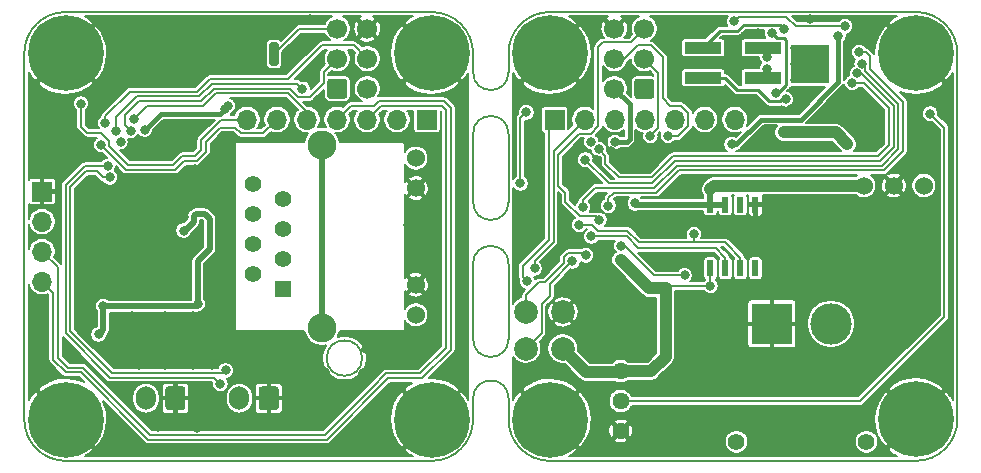
<source format=gbr>
%TF.GenerationSoftware,KiCad,Pcbnew,(5.1.8-0-10_14)*%
%TF.CreationDate,2021-08-30T17:25:51+02:00*%
%TF.ProjectId,ethersweep,65746865-7273-4776-9565-702e6b696361,2.0.1*%
%TF.SameCoordinates,Original*%
%TF.FileFunction,Copper,L2,Bot*%
%TF.FilePolarity,Positive*%
%FSLAX46Y46*%
G04 Gerber Fmt 4.6, Leading zero omitted, Abs format (unit mm)*
G04 Created by KiCad (PCBNEW (5.1.8-0-10_14)) date 2021-08-30 17:25:51*
%MOMM*%
%LPD*%
G01*
G04 APERTURE LIST*
%TA.AperFunction,Profile*%
%ADD10C,0.150000*%
%TD*%
%TA.AperFunction,ComponentPad*%
%ADD11C,6.400000*%
%TD*%
%TA.AperFunction,ComponentPad*%
%ADD12C,0.800000*%
%TD*%
%TA.AperFunction,ComponentPad*%
%ADD13O,1.700000X2.000000*%
%TD*%
%TA.AperFunction,ComponentPad*%
%ADD14C,1.700000*%
%TD*%
%TA.AperFunction,ComponentPad*%
%ADD15R,1.700000X1.700000*%
%TD*%
%TA.AperFunction,ComponentPad*%
%ADD16O,1.700000X1.700000*%
%TD*%
%TA.AperFunction,SMDPad,CuDef*%
%ADD17R,3.150000X1.000000*%
%TD*%
%TA.AperFunction,SMDPad,CuDef*%
%ADD18R,0.600000X1.400000*%
%TD*%
%TA.AperFunction,SMDPad,CuDef*%
%ADD19C,2.000000*%
%TD*%
%TA.AperFunction,ComponentPad*%
%ADD20R,1.398000X1.398000*%
%TD*%
%TA.AperFunction,ComponentPad*%
%ADD21C,1.398000*%
%TD*%
%TA.AperFunction,ComponentPad*%
%ADD22C,1.530000*%
%TD*%
%TA.AperFunction,ComponentPad*%
%ADD23C,2.445000*%
%TD*%
%TA.AperFunction,ComponentPad*%
%ADD24C,1.440000*%
%TD*%
%TA.AperFunction,SMDPad,CuDef*%
%ADD25R,3.250000X3.250000*%
%TD*%
%TA.AperFunction,ComponentPad*%
%ADD26C,0.500000*%
%TD*%
%TA.AperFunction,ComponentPad*%
%ADD27C,1.400000*%
%TD*%
%TA.AperFunction,ComponentPad*%
%ADD28R,3.500000X3.500000*%
%TD*%
%TA.AperFunction,ComponentPad*%
%ADD29C,3.500000*%
%TD*%
%TA.AperFunction,ComponentPad*%
%ADD30C,1.524000*%
%TD*%
%TA.AperFunction,ViaPad*%
%ADD31C,0.800000*%
%TD*%
%TA.AperFunction,Conductor*%
%ADD32C,0.250000*%
%TD*%
%TA.AperFunction,Conductor*%
%ADD33C,0.200000*%
%TD*%
%TA.AperFunction,Conductor*%
%ADD34C,1.000000*%
%TD*%
%TA.AperFunction,Conductor*%
%ADD35C,0.400000*%
%TD*%
%TA.AperFunction,Conductor*%
%ADD36C,0.500000*%
%TD*%
%TA.AperFunction,Conductor*%
%ADD37C,0.100000*%
%TD*%
G04 APERTURE END LIST*
D10*
X221600000Y-26700000D02*
G75*
G02*
X225100000Y-30200000I0J-3500000D01*
G01*
X184100000Y-60700000D02*
X184100000Y-59400000D01*
X187100000Y-31800000D02*
X187100000Y-30700000D01*
X187100000Y-31800000D02*
G75*
G02*
X184100000Y-31800000I-1500000J0D01*
G01*
X187100000Y-61200000D02*
X187100000Y-59400000D01*
X184100000Y-31800000D02*
X184100000Y-30200000D01*
X184100000Y-59400000D02*
G75*
G02*
X187100000Y-59400000I1500000J0D01*
G01*
X187100000Y-42800000D02*
G75*
G02*
X184100000Y-42800000I-1500000J0D01*
G01*
X184100000Y-37000000D02*
G75*
G02*
X187100000Y-37000000I1500000J0D01*
G01*
X187100000Y-42800000D02*
X187100000Y-37000000D01*
X184100000Y-54400000D02*
X184100000Y-48000000D01*
X184100000Y-48000000D02*
G75*
G02*
X187100000Y-48000000I1500000J0D01*
G01*
X184100000Y-42800000D02*
X184100000Y-37000000D01*
X187100000Y-54400000D02*
X187100000Y-48000000D01*
X187100000Y-54400000D02*
G75*
G02*
X184100000Y-54400000I-1500000J0D01*
G01*
X184100000Y-61200000D02*
X184100000Y-60700000D01*
X187100000Y-30200000D02*
X187100000Y-30700000D01*
X174700000Y-56000000D02*
G75*
G03*
X174700000Y-56000000I-1500000J0D01*
G01*
X149600000Y-64700000D02*
G75*
G02*
X146100000Y-61200000I0J3500000D01*
G01*
X149600000Y-64700000D02*
X180600000Y-64700000D01*
X190600000Y-26700000D02*
X221600000Y-26700000D01*
X187100000Y-30200000D02*
G75*
G02*
X190600000Y-26700000I3500000J0D01*
G01*
X225100000Y-61200000D02*
G75*
G02*
X221600000Y-64700000I-3500000J0D01*
G01*
X190600000Y-64700000D02*
G75*
G02*
X187100000Y-61200000I0J3500000D01*
G01*
X190600000Y-64700000D02*
X221600000Y-64700000D01*
X225100000Y-61200000D02*
X225100000Y-30200000D01*
X146100000Y-30200000D02*
X146100000Y-61200000D01*
X184100000Y-61200000D02*
G75*
G02*
X180600000Y-64700000I-3500000J0D01*
G01*
X180600000Y-26700000D02*
G75*
G02*
X184100000Y-30200000I0J-3500000D01*
G01*
X146100000Y-30200000D02*
G75*
G02*
X149600000Y-26700000I3500000J0D01*
G01*
X180600000Y-26700000D02*
X149600000Y-26700000D01*
D11*
X221600000Y-30200000D03*
D12*
X224000000Y-30200000D03*
X223297056Y-31897056D03*
X221600000Y-32600000D03*
X219902944Y-31897056D03*
X219200000Y-30200000D03*
X219902944Y-28502944D03*
X221600000Y-27800000D03*
X223297056Y-28502944D03*
D13*
X156400000Y-59400000D03*
%TA.AperFunction,ComponentPad*%
G36*
G01*
X159750000Y-58650000D02*
X159750000Y-60150000D01*
G75*
G02*
X159500000Y-60400000I-250000J0D01*
G01*
X158300000Y-60400000D01*
G75*
G02*
X158050000Y-60150000I0J250000D01*
G01*
X158050000Y-58650000D01*
G75*
G02*
X158300000Y-58400000I250000J0D01*
G01*
X159500000Y-58400000D01*
G75*
G02*
X159750000Y-58650000I0J-250000D01*
G01*
G37*
%TD.AperFunction*%
%TA.AperFunction,ComponentPad*%
G36*
G01*
X171750000Y-33800000D02*
X171750000Y-32600000D01*
G75*
G02*
X172000000Y-32350000I250000J0D01*
G01*
X173200000Y-32350000D01*
G75*
G02*
X173450000Y-32600000I0J-250000D01*
G01*
X173450000Y-33800000D01*
G75*
G02*
X173200000Y-34050000I-250000J0D01*
G01*
X172000000Y-34050000D01*
G75*
G02*
X171750000Y-33800000I0J250000D01*
G01*
G37*
%TD.AperFunction*%
D14*
X172600000Y-30660000D03*
X172600000Y-28120000D03*
X175140000Y-33200000D03*
X175140000Y-30660000D03*
X175140000Y-28120000D03*
%TA.AperFunction,ComponentPad*%
G36*
G01*
X199450000Y-32600000D02*
X199450000Y-33800000D01*
G75*
G02*
X199200000Y-34050000I-250000J0D01*
G01*
X198000000Y-34050000D01*
G75*
G02*
X197750000Y-33800000I0J250000D01*
G01*
X197750000Y-32600000D01*
G75*
G02*
X198000000Y-32350000I250000J0D01*
G01*
X199200000Y-32350000D01*
G75*
G02*
X199450000Y-32600000I0J-250000D01*
G01*
G37*
%TD.AperFunction*%
X198600000Y-30660000D03*
X198600000Y-28120000D03*
X196060000Y-33200000D03*
X196060000Y-30660000D03*
X196060000Y-28120000D03*
D11*
X190600000Y-61200000D03*
D12*
X193000000Y-61200000D03*
X192297056Y-62897056D03*
X190600000Y-63600000D03*
X188902944Y-62897056D03*
X188200000Y-61200000D03*
X188902944Y-59502944D03*
X190600000Y-58800000D03*
X192297056Y-59502944D03*
X223297056Y-59477945D03*
X221600000Y-58775001D03*
X219902944Y-59477945D03*
X219200000Y-61175001D03*
X219902944Y-62872057D03*
X221600000Y-63575001D03*
X223297056Y-62872057D03*
X224000000Y-61175001D03*
D11*
X221600000Y-61175001D03*
D12*
X192297056Y-28502944D03*
X190600000Y-27800000D03*
X188902944Y-28502944D03*
X188200000Y-30200000D03*
X188902944Y-31897056D03*
X190600000Y-32600000D03*
X192297056Y-31897056D03*
X193000000Y-30200000D03*
D11*
X190600000Y-30200000D03*
D15*
X147600000Y-41900000D03*
D16*
X147600000Y-44440000D03*
X147600000Y-46980000D03*
X147600000Y-49520000D03*
%TA.AperFunction,ComponentPad*%
G36*
G01*
X167650000Y-58650000D02*
X167650000Y-60150000D01*
G75*
G02*
X167400000Y-60400000I-250000J0D01*
G01*
X166200000Y-60400000D01*
G75*
G02*
X165950000Y-60150000I0J250000D01*
G01*
X165950000Y-58650000D01*
G75*
G02*
X166200000Y-58400000I250000J0D01*
G01*
X167400000Y-58400000D01*
G75*
G02*
X167650000Y-58650000I0J-250000D01*
G01*
G37*
%TD.AperFunction*%
D13*
X164300000Y-59400000D03*
D17*
X208625000Y-29730000D03*
X203575000Y-29730000D03*
X208625000Y-32270000D03*
X203575000Y-32270000D03*
%TA.AperFunction,SMDPad,CuDef*%
G36*
G01*
X163450000Y-29450000D02*
X163450000Y-31050000D01*
G75*
G02*
X163250000Y-31250000I-200000J0D01*
G01*
X162850000Y-31250000D01*
G75*
G02*
X162650000Y-31050000I0J200000D01*
G01*
X162650000Y-29450000D01*
G75*
G02*
X162850000Y-29250000I200000J0D01*
G01*
X163250000Y-29250000D01*
G75*
G02*
X163450000Y-29450000I0J-200000D01*
G01*
G37*
%TD.AperFunction*%
%TA.AperFunction,SMDPad,CuDef*%
G36*
G01*
X167650000Y-29450000D02*
X167650000Y-31050000D01*
G75*
G02*
X167450000Y-31250000I-200000J0D01*
G01*
X167050000Y-31250000D01*
G75*
G02*
X166850000Y-31050000I0J200000D01*
G01*
X166850000Y-29450000D01*
G75*
G02*
X167050000Y-29250000I200000J0D01*
G01*
X167450000Y-29250000D01*
G75*
G02*
X167650000Y-29450000I0J-200000D01*
G01*
G37*
%TD.AperFunction*%
D18*
X204195000Y-43000000D03*
X205465000Y-43000000D03*
X206735000Y-43000000D03*
X208005000Y-43000000D03*
X208005000Y-48400000D03*
X206735000Y-48400000D03*
X205465000Y-48400000D03*
X204195000Y-48400000D03*
D11*
X149600000Y-30200000D03*
D12*
X152000000Y-30200000D03*
X151297056Y-31897056D03*
X149600000Y-32600000D03*
X147902944Y-31897056D03*
X147200000Y-30200000D03*
X147902944Y-28502944D03*
X149600000Y-27800000D03*
X151297056Y-28502944D03*
X182297056Y-28502944D03*
X180600000Y-27800000D03*
X178902944Y-28502944D03*
X178200000Y-30200000D03*
X178902944Y-31897056D03*
X180600000Y-32600000D03*
X182297056Y-31897056D03*
X183000000Y-30200000D03*
D11*
X180600000Y-30200000D03*
X180600000Y-61200000D03*
D12*
X183000000Y-61200000D03*
X182297056Y-62897056D03*
X180600000Y-63600000D03*
X178902944Y-62897056D03*
X178200000Y-61200000D03*
X178902944Y-59502944D03*
X180600000Y-58800000D03*
X182297056Y-59502944D03*
X151297056Y-59502944D03*
X149600000Y-58800000D03*
X147902944Y-59502944D03*
X147200000Y-61200000D03*
X147902944Y-62897056D03*
X149600000Y-63600000D03*
X151297056Y-62897056D03*
X152000000Y-61200000D03*
D11*
X149600000Y-61200000D03*
D19*
X188574999Y-55200000D03*
X188600000Y-52100000D03*
X191700000Y-55200000D03*
X191700000Y-52100000D03*
D15*
X191000000Y-35800000D03*
D16*
X193540000Y-35800000D03*
X196080000Y-35800000D03*
X198620000Y-35800000D03*
X201160000Y-35800000D03*
X203700000Y-35800000D03*
X206240000Y-35800000D03*
X164960000Y-35800000D03*
X167500000Y-35800000D03*
X170040000Y-35800000D03*
X172580000Y-35800000D03*
X175120000Y-35800000D03*
X177660000Y-35800000D03*
D15*
X180200000Y-35800000D03*
D20*
X168000000Y-50150000D03*
D21*
X165460000Y-48880000D03*
X168000000Y-47610000D03*
X165460000Y-46340000D03*
X168000000Y-45070000D03*
X165460000Y-43800000D03*
X168000000Y-42530000D03*
X165460000Y-41260000D03*
D22*
X179250000Y-52325000D03*
X179250000Y-49785000D03*
X179250000Y-39075000D03*
X179250000Y-41615000D03*
D23*
X171300000Y-53445000D03*
X171300000Y-37955000D03*
D24*
X196600000Y-62180000D03*
X196600000Y-59640000D03*
X196600000Y-57100000D03*
D25*
X212600000Y-31100000D03*
D26*
X213975000Y-29725000D03*
X213975000Y-31100000D03*
X213975000Y-32475000D03*
X212600000Y-29725000D03*
X212600000Y-31100000D03*
X212600000Y-32475000D03*
X211225000Y-29725000D03*
X211225000Y-31100000D03*
X211225000Y-32475000D03*
D27*
X206400000Y-63100000D03*
X217400000Y-63100000D03*
D28*
X209400000Y-53100000D03*
D29*
X214400000Y-53100000D03*
D30*
X222260000Y-41390000D03*
X219720000Y-41390000D03*
X217180000Y-41390000D03*
D31*
X154250000Y-37700000D03*
X191600000Y-51700000D03*
X194600000Y-39200000D03*
X203100000Y-27700000D03*
X201100000Y-27700000D03*
X191100000Y-57200000D03*
X189100000Y-57200000D03*
X198850000Y-39950000D03*
X194100000Y-27450000D03*
X194600000Y-28700000D03*
X189100000Y-40900000D03*
X187800000Y-45700000D03*
X189000000Y-45900000D03*
X199000000Y-51400000D03*
X195200000Y-52900000D03*
X194800000Y-42400000D03*
X195800000Y-38500000D03*
X203100000Y-37500000D03*
X202900000Y-34200000D03*
X203100000Y-48900000D03*
X194900000Y-62000000D03*
X198100000Y-63500000D03*
X194800000Y-60300000D03*
X153700000Y-28400000D03*
X159300000Y-50600000D03*
X158000000Y-47750000D03*
X166000000Y-56300000D03*
X160400000Y-31500000D03*
X157600000Y-40900000D03*
X153400000Y-44100000D03*
X151100000Y-43550000D03*
X160550000Y-40000000D03*
X162450000Y-41050000D03*
X163500000Y-39900000D03*
X162450000Y-38800000D03*
X162500000Y-37700000D03*
X163250000Y-37200000D03*
X166600000Y-34450000D03*
X170250000Y-27300000D03*
X170650000Y-29150000D03*
X177150000Y-27500000D03*
X176500000Y-29400000D03*
X176900000Y-32350000D03*
X178150000Y-33450000D03*
X171150000Y-34450000D03*
X154650000Y-40850000D03*
X148850000Y-34900000D03*
X147050000Y-33850000D03*
X150050000Y-55700000D03*
X147400000Y-52500000D03*
X147550000Y-57100000D03*
X147450000Y-54250000D03*
X154500000Y-58700000D03*
X169150000Y-59550000D03*
X171000000Y-59450000D03*
X175900000Y-61000000D03*
X176300000Y-63450000D03*
X173450000Y-63400000D03*
X169650000Y-63750000D03*
X166550000Y-63750000D03*
X163500000Y-63700000D03*
X160550000Y-59300000D03*
X160700000Y-61900000D03*
X157400000Y-61800000D03*
X158000000Y-63750000D03*
X155050000Y-63450000D03*
X154050000Y-61750000D03*
X153000000Y-63950000D03*
X168700000Y-56200000D03*
X171550000Y-57150000D03*
X182000000Y-57100000D03*
X183000000Y-56000000D03*
X183000000Y-50850000D03*
X178750000Y-47800000D03*
X179500000Y-43750000D03*
X179450000Y-46350000D03*
X178550000Y-44750000D03*
X183200000Y-44850000D03*
X183050000Y-35250000D03*
X183150000Y-39450000D03*
X183150000Y-47750000D03*
X178750000Y-37400000D03*
X180050000Y-37750000D03*
X183000000Y-33850000D03*
X162750000Y-42600000D03*
X163300000Y-49800000D03*
X179100000Y-54050000D03*
X157150000Y-31850000D03*
X152800000Y-27400000D03*
X174750000Y-57300000D03*
X175050000Y-55200000D03*
X157300000Y-38250000D03*
X194700000Y-47100000D03*
X159600000Y-44050000D03*
X194750000Y-58800000D03*
X193850000Y-54900000D03*
X198950000Y-61500000D03*
X170750000Y-31100000D03*
X201000000Y-32400000D03*
X200850000Y-29600000D03*
X197150000Y-31900000D03*
X204800000Y-27500000D03*
X204200000Y-33700000D03*
X202800000Y-31100000D03*
X207000000Y-45700000D03*
X214000000Y-38100000D03*
X196200000Y-44300000D03*
X195600000Y-46500000D03*
X222000000Y-34300000D03*
X216200000Y-29100000D03*
X202800000Y-40900000D03*
X201600000Y-45500000D03*
X204200000Y-44500000D03*
X218600000Y-27500000D03*
X216800000Y-28100000D03*
X212600000Y-27300000D03*
X208800000Y-34900000D03*
X205800000Y-34300000D03*
X193800000Y-32900000D03*
X188000000Y-33900000D03*
X188000000Y-47100000D03*
X208200000Y-28500000D03*
X221600000Y-36100000D03*
X222400000Y-37700000D03*
X211000000Y-34900000D03*
X204400000Y-38100000D03*
X215400000Y-34300000D03*
X196400000Y-55500000D03*
X147000000Y-35600000D03*
X163200000Y-47800000D03*
X157600000Y-45400000D03*
X158800000Y-32200000D03*
X153600000Y-54000000D03*
X155200000Y-52400000D03*
X156800000Y-53400000D03*
X159200000Y-53400000D03*
X161400000Y-53400000D03*
X163200000Y-53400000D03*
X163200000Y-51200000D03*
X163200000Y-52400000D03*
X162000000Y-51800000D03*
X160400000Y-52400000D03*
X158000000Y-52400000D03*
X165800000Y-54600000D03*
X164800000Y-55400000D03*
X163200000Y-55400000D03*
X161400000Y-55400000D03*
X159200000Y-55400000D03*
X156800000Y-55400000D03*
X155000000Y-55400000D03*
X152600000Y-55200000D03*
X153600000Y-56200000D03*
X155800000Y-56600000D03*
X158000000Y-56600000D03*
X160400000Y-56600000D03*
X162000000Y-56600000D03*
X164400000Y-56600000D03*
X161600000Y-58400000D03*
X162400000Y-59600000D03*
X158600000Y-43200000D03*
X147600000Y-40400000D03*
X160600000Y-29800000D03*
X162000000Y-29400000D03*
X163600000Y-27800000D03*
X160200000Y-27800000D03*
X156200000Y-27400000D03*
X152800000Y-32600000D03*
X165800000Y-31400000D03*
X168400000Y-27400000D03*
X168800000Y-37000000D03*
X218400000Y-43300000D03*
X220600000Y-43300000D03*
X219600000Y-43300000D03*
X219000000Y-44100000D03*
X220200000Y-44100000D03*
X209400000Y-46100000D03*
X210250000Y-38050000D03*
X215600000Y-42900000D03*
X209400000Y-42700000D03*
X209200000Y-44700000D03*
X217400000Y-48700000D03*
X222600000Y-48300000D03*
X220400000Y-51300000D03*
X219400000Y-53100000D03*
X221800000Y-53500000D03*
X214400000Y-57500000D03*
X210800000Y-60500000D03*
X213400000Y-61900000D03*
X205800000Y-55900000D03*
X201800000Y-51700000D03*
X206000000Y-51700000D03*
X210200000Y-48900000D03*
X211800000Y-50300000D03*
X216600000Y-49900000D03*
X217800000Y-56100000D03*
X224200000Y-57300000D03*
X209000000Y-63100000D03*
X204000000Y-60700000D03*
X204400000Y-63300000D03*
X204200000Y-56900000D03*
X202800000Y-55300000D03*
X198000000Y-58700000D03*
X195800000Y-63700000D03*
X199800000Y-58500000D03*
X198200000Y-55700000D03*
X202000000Y-53300000D03*
X204600000Y-53900000D03*
X204800000Y-51900000D03*
X210800000Y-58700000D03*
X207200000Y-57800000D03*
X207800000Y-61500000D03*
X212800000Y-57500000D03*
X199800000Y-63300000D03*
X223000000Y-39300000D03*
X216800000Y-43700000D03*
X205800000Y-58600000D03*
X209200000Y-58100000D03*
X194100000Y-45700000D03*
X193100000Y-44700000D03*
X194100000Y-37700000D03*
X193100000Y-44700000D03*
X202800000Y-45500000D03*
X194736002Y-38300000D03*
X216200000Y-32700000D03*
X193600000Y-39200000D03*
X216600000Y-31900000D03*
X193400000Y-43200000D03*
X217000000Y-31100000D03*
X206200000Y-27500000D03*
X215600000Y-27900000D03*
X209749999Y-33550001D03*
X209400000Y-28500000D03*
X215800000Y-37900000D03*
X210400000Y-36900000D03*
X196600000Y-47700000D03*
X196100000Y-37700000D03*
X188100000Y-41200000D03*
X188600000Y-35200000D03*
X156300000Y-36650000D03*
X163100000Y-34900000D03*
X163350000Y-34650000D03*
X204195000Y-41705000D03*
X197800001Y-42899999D03*
X215037500Y-28737500D03*
X206000000Y-37900000D03*
X204200000Y-49900000D03*
X153900000Y-36750000D03*
X169650000Y-33200000D03*
X199100000Y-37200000D03*
X155100000Y-36750000D03*
X194800000Y-44300000D03*
X200600000Y-37200000D03*
X152950000Y-36100000D03*
X188700000Y-49500000D03*
X189300000Y-48400000D03*
X192500000Y-47800000D03*
X193650000Y-47300000D03*
X155350000Y-35750000D03*
X152600000Y-37950000D03*
X209000000Y-30500000D03*
X210400000Y-28100000D03*
X209000000Y-31500000D03*
X210600000Y-34100000D03*
X222800000Y-35300000D03*
X196650000Y-46500000D03*
X202000000Y-49000000D03*
X153350000Y-40700000D03*
X163150000Y-57050000D03*
X153150000Y-39750000D03*
X162700000Y-58200000D03*
X195550000Y-43100000D03*
X216800000Y-30100000D03*
X150900000Y-34450000D03*
X160800000Y-51400000D03*
X152800000Y-51600000D03*
X152400000Y-54000000D03*
X159600000Y-45200000D03*
D32*
X179024999Y-31775001D02*
X180600000Y-30200000D01*
D33*
X194100000Y-45700000D02*
X194100000Y-45700000D01*
X205465000Y-47500000D02*
X205465000Y-48400000D01*
X204665000Y-46700000D02*
X205465000Y-47500000D01*
X198100000Y-46700000D02*
X204665000Y-46700000D01*
X197100000Y-45700000D02*
X198100000Y-46700000D01*
X194100000Y-45700000D02*
X197100000Y-45700000D01*
X148950000Y-48330000D02*
X147600000Y-46980000D01*
X148950000Y-55984302D02*
X148950000Y-48330000D01*
X149765698Y-56800000D02*
X148950000Y-55984302D01*
X151065698Y-56800000D02*
X149765698Y-56800000D01*
X156765698Y-62500000D02*
X151065698Y-56800000D01*
X176734312Y-57299989D02*
X175500000Y-58534302D01*
X171534302Y-62500000D02*
X156765698Y-62500000D01*
X181499999Y-34649999D02*
X181825000Y-34975000D01*
X181825000Y-55109304D02*
X179634314Y-57299989D01*
X175500000Y-58534302D02*
X171534302Y-62500000D01*
X181825000Y-34975000D02*
X181825000Y-55109304D01*
X179634314Y-57299989D02*
X176734312Y-57299989D01*
X176270001Y-34649999D02*
X181499999Y-34649999D01*
X175120000Y-35800000D02*
X176270001Y-34649999D01*
X193100000Y-44700000D02*
X193100000Y-44700000D01*
X193100000Y-44700000D02*
X193800001Y-44700000D01*
X194636002Y-45200000D02*
X194136002Y-44700000D01*
X194136002Y-44700000D02*
X193100000Y-44700000D01*
X206735000Y-48400000D02*
X206735000Y-47500000D01*
X193100000Y-44700000D02*
X193100000Y-44700000D01*
X201034302Y-46200000D02*
X198165698Y-46200000D01*
X198165698Y-46200000D02*
X197165698Y-45200000D01*
X197165698Y-45200000D02*
X194636002Y-45200000D01*
X205435000Y-46200000D02*
X205567500Y-46332500D01*
X206735000Y-47500000D02*
X205567500Y-46332500D01*
X202800000Y-45500000D02*
X202800000Y-46100000D01*
X202800000Y-46100000D02*
X202700000Y-46200000D01*
X201034302Y-46200000D02*
X202700000Y-46200000D01*
X202800000Y-46100000D02*
X202900000Y-46200000D01*
X202900000Y-46200000D02*
X205435000Y-46200000D01*
X202700000Y-46200000D02*
X202900000Y-46200000D01*
X173730001Y-34649999D02*
X172580000Y-35800000D01*
X175704303Y-34649999D02*
X173730001Y-34649999D01*
X176104312Y-34249989D02*
X175704303Y-34649999D01*
X181665688Y-34249989D02*
X176104312Y-34249989D01*
X182225010Y-55274993D02*
X182225010Y-34809312D01*
X182225010Y-34809312D02*
X181665688Y-34249989D01*
X179800002Y-57699999D02*
X182225010Y-55274993D01*
X171700000Y-62900000D02*
X176900001Y-57699999D01*
X148549990Y-50469990D02*
X148549990Y-56149990D01*
X157900000Y-62900000D02*
X171700000Y-62900000D01*
X149607849Y-57207849D02*
X150907849Y-57207849D01*
X156600008Y-62900008D02*
X157899992Y-62900008D01*
X176900001Y-57699999D02*
X179800002Y-57699999D01*
X157899992Y-62900008D02*
X157900000Y-62900000D01*
X150907849Y-57207849D02*
X156600008Y-62900008D01*
X148549990Y-56149990D02*
X149607849Y-57207849D01*
X147600000Y-49520000D02*
X148549990Y-50469990D01*
X197136002Y-40700000D02*
X197350000Y-40700000D01*
X196464000Y-40700000D02*
X195300001Y-39536001D01*
X197850000Y-40700000D02*
X196464000Y-40700000D01*
X198234323Y-40700000D02*
X197850000Y-40700000D01*
X197850000Y-40700000D02*
X197350000Y-40700000D01*
X195300001Y-39536001D02*
X195300001Y-38863999D01*
X194736002Y-38300000D02*
X194736002Y-38300000D01*
X195300001Y-38863999D02*
X194736002Y-38300000D01*
X199218603Y-40700000D02*
X197350000Y-40700000D01*
X201018622Y-38899980D02*
X199218603Y-40700000D01*
X219300001Y-37999959D02*
X218399980Y-38899980D01*
X218399980Y-38899980D02*
X201018622Y-38899980D01*
X219300001Y-34800041D02*
X219300001Y-37999959D01*
X217199960Y-32700000D02*
X219300001Y-34800041D01*
X216200000Y-32700000D02*
X217199960Y-32700000D01*
X216965659Y-31900000D02*
X216600000Y-31900000D01*
X219700011Y-38165648D02*
X219700011Y-34634351D01*
X218565669Y-39299990D02*
X219700011Y-38165648D01*
X201184311Y-39299990D02*
X218565669Y-39299990D01*
X199284302Y-41200000D02*
X201184311Y-39299990D01*
X195600000Y-41200000D02*
X199284302Y-41200000D01*
X219700011Y-34634351D02*
X216965659Y-31900000D01*
X193600000Y-39200000D02*
X195600000Y-41200000D01*
X193400000Y-43200000D02*
X193400000Y-43200000D01*
X194434305Y-41600010D02*
X193400000Y-42634315D01*
X199449991Y-41600010D02*
X194434305Y-41600010D01*
X201350000Y-39700000D02*
X199449991Y-41600010D01*
X220100021Y-34468662D02*
X220100021Y-38331337D01*
X220100021Y-38331337D02*
X218731358Y-39700000D01*
X217300001Y-31668643D02*
X220100021Y-34468662D01*
X217300001Y-31400001D02*
X217300001Y-31668643D01*
X193400000Y-42634315D02*
X193400000Y-43200000D01*
X218731358Y-39700000D02*
X201350000Y-39700000D01*
X217000000Y-31100000D02*
X217300001Y-31400001D01*
X206400000Y-27300000D02*
X206200000Y-27500000D01*
X206200000Y-27500000D02*
X206200000Y-27500000D01*
X206599999Y-27100001D02*
X206200000Y-27500000D01*
X210600001Y-27100001D02*
X206599999Y-27100001D01*
X211400000Y-27900000D02*
X210600001Y-27100001D01*
X215600000Y-27900000D02*
X215600000Y-27900000D01*
X215200000Y-27900000D02*
X215600000Y-27900000D01*
X215200000Y-27900000D02*
X211400000Y-27900000D01*
D32*
X209400000Y-28500000D02*
X209400000Y-28500000D01*
X210600000Y-32874991D02*
X209924990Y-33550001D01*
X210600000Y-29044998D02*
X210600000Y-32874991D01*
X209924990Y-33550001D02*
X209749999Y-33550001D01*
X210460001Y-28904999D02*
X210600000Y-29044998D01*
X209804999Y-28904999D02*
X210460001Y-28904999D01*
X209400000Y-28500000D02*
X209804999Y-28904999D01*
D34*
X215800000Y-37900000D02*
X214800000Y-36900000D01*
X214800000Y-36900000D02*
X210400000Y-36900000D01*
X210400000Y-36900000D02*
X210400000Y-36900000D01*
D35*
X196060000Y-33200000D02*
X197350001Y-34490001D01*
X197350001Y-34490001D02*
X197350001Y-37449999D01*
X197350001Y-37449999D02*
X197100000Y-37700000D01*
X197100000Y-37700000D02*
X196100000Y-37700000D01*
X196100000Y-37700000D02*
X196100000Y-37700000D01*
D33*
X188600000Y-35200000D02*
X188600000Y-35200000D01*
X188100000Y-41200000D02*
X188100000Y-35700000D01*
X188100000Y-35700000D02*
X188600000Y-35200000D01*
D32*
X162924991Y-35075009D02*
X163100000Y-34900000D01*
X163100000Y-34900000D02*
X163350000Y-34650000D01*
X163350000Y-34650000D02*
X163350000Y-34650000D01*
D35*
X157650001Y-35299999D02*
X156300000Y-36650000D01*
X162700001Y-35299999D02*
X157650001Y-35299999D01*
X163100000Y-34900000D02*
X162700001Y-35299999D01*
D34*
X193700000Y-57200000D02*
X191700000Y-55200000D01*
X196600000Y-57200000D02*
X193700000Y-57200000D01*
D36*
X205465000Y-43000000D02*
X204195000Y-43000000D01*
X204195000Y-43000000D02*
X204195000Y-41705000D01*
X204195000Y-41705000D02*
X204195000Y-41705000D01*
X198500000Y-43000000D02*
X197900002Y-43000000D01*
X204195000Y-43000000D02*
X198500000Y-43000000D01*
X197900002Y-43000000D02*
X197800001Y-42899999D01*
X198500000Y-43000000D02*
X197900000Y-43000000D01*
D35*
X211870012Y-35799990D02*
X208500010Y-35799990D01*
X215037500Y-32632502D02*
X211870012Y-35799990D01*
X215037500Y-28737500D02*
X215037500Y-32632502D01*
X208500010Y-35799990D02*
X206400000Y-37900000D01*
X206400000Y-37900000D02*
X206000000Y-37900000D01*
D34*
X204510000Y-41390000D02*
X204195000Y-41705000D01*
X217180000Y-41390000D02*
X204510000Y-41390000D01*
D33*
X204195000Y-48400000D02*
X204195000Y-49895000D01*
X198800000Y-49900000D02*
X196600000Y-47700000D01*
X204200000Y-49900000D02*
X198800000Y-49900000D01*
D34*
X199200000Y-57100000D02*
X196600000Y-57100000D01*
X200400000Y-50100001D02*
X200400000Y-55900000D01*
X199000001Y-50100001D02*
X200400000Y-50100001D01*
X200400000Y-55900000D02*
X199200000Y-57100000D01*
X196600000Y-47700000D02*
X199000001Y-50100001D01*
D33*
X153900000Y-35598299D02*
X155648320Y-33849979D01*
X153900000Y-36750000D02*
X153900000Y-35598299D01*
X160915720Y-33849979D02*
X161986690Y-32779009D01*
X159999979Y-33849979D02*
X160915720Y-33849979D01*
X155648320Y-33849979D02*
X159999979Y-33849979D01*
X169229009Y-32779009D02*
X169650000Y-33200000D01*
X161986690Y-32779009D02*
X169229009Y-32779009D01*
X199100000Y-37200000D02*
X199100000Y-37200000D01*
X171449990Y-31810010D02*
X172600000Y-30660000D01*
X171449990Y-32700010D02*
X171449990Y-31810010D01*
X169313999Y-33900001D02*
X170249999Y-33900001D01*
X168593017Y-33179019D02*
X169313999Y-33900001D01*
X162152379Y-33179019D02*
X168593017Y-33179019D01*
X161081409Y-34249989D02*
X162152379Y-33179019D01*
X155814009Y-34249989D02*
X161081409Y-34249989D01*
X170249999Y-33900001D02*
X171449990Y-32700010D01*
X154649999Y-35413999D02*
X155814009Y-34249989D01*
X154649999Y-36299999D02*
X154649999Y-35413999D01*
X155100000Y-36750000D02*
X154649999Y-36299999D01*
X198603533Y-30660000D02*
X198600000Y-30660000D01*
X199770001Y-36529999D02*
X199100000Y-37200000D01*
X199770001Y-31830001D02*
X199770001Y-36529999D01*
X198600000Y-30660000D02*
X199770001Y-31830001D01*
X169380000Y-28120000D02*
X167250000Y-30250000D01*
X172600000Y-28120000D02*
X169680000Y-28120000D01*
X197449999Y-29270001D02*
X198600000Y-28120000D01*
X195066001Y-29270001D02*
X197449999Y-29270001D01*
X194690001Y-29646001D02*
X195066001Y-29270001D01*
X194042003Y-36999999D02*
X194690001Y-36352001D01*
X193100001Y-36999999D02*
X194042003Y-36999999D01*
X191310011Y-41410011D02*
X191310011Y-38789989D01*
X191310011Y-38789989D02*
X193100001Y-36999999D01*
X191910011Y-42010011D02*
X191310011Y-41410011D01*
X194690001Y-36352001D02*
X194690001Y-29646001D01*
X191910011Y-42746013D02*
X193163996Y-43999998D01*
X193163996Y-43999998D02*
X194499998Y-43999998D01*
X191910011Y-42010011D02*
X191910011Y-42746013D01*
X194499998Y-43999998D02*
X194800000Y-44300000D01*
X169680000Y-28120000D02*
X169380000Y-28120000D01*
X152950000Y-35534315D02*
X152950000Y-36100000D01*
X155034346Y-33449969D02*
X152950000Y-35534315D01*
X160750031Y-33449969D02*
X155034346Y-33449969D01*
X161821001Y-32378999D02*
X160750031Y-33449969D01*
X171326003Y-29509999D02*
X168457003Y-32378999D01*
X173989999Y-29509999D02*
X171326003Y-29509999D01*
X168457003Y-32378999D02*
X161821001Y-32378999D01*
X175140000Y-30660000D02*
X173989999Y-29509999D01*
X199152001Y-29509999D02*
X200170011Y-30528009D01*
X198047999Y-29509999D02*
X199152001Y-29509999D01*
X196897998Y-30660000D02*
X198047999Y-29509999D01*
X196060000Y-30660000D02*
X196897998Y-30660000D01*
X200170011Y-30528009D02*
X200170011Y-34020011D01*
X201462002Y-37200000D02*
X200600000Y-37200000D01*
X202310001Y-36352001D02*
X201462002Y-37200000D01*
X202310001Y-35247999D02*
X202310001Y-36352001D01*
X201712001Y-34649999D02*
X202310001Y-35247999D01*
X200799999Y-34649999D02*
X201712001Y-34649999D01*
X200170011Y-34020011D02*
X200799999Y-34649999D01*
X190980000Y-35720000D02*
X191000000Y-35700000D01*
X190509991Y-38809991D02*
X190509991Y-36290009D01*
X190509991Y-36290009D02*
X191000000Y-35800000D01*
X190509991Y-37844312D02*
X190509991Y-38809991D01*
X188300001Y-49100001D02*
X188700000Y-49500000D01*
X188300001Y-49100001D02*
X188300001Y-48199986D01*
X190509991Y-45989996D02*
X190509991Y-44809991D01*
X190509991Y-44809991D02*
X190509991Y-45590009D01*
X188300001Y-48199986D02*
X190509991Y-45989996D01*
X190509991Y-38809991D02*
X190509991Y-44809991D01*
X190910001Y-46155684D02*
X190910001Y-44189999D01*
X190910001Y-44189999D02*
X190910001Y-44389999D01*
X189300000Y-47765685D02*
X190910001Y-46155684D01*
X189300000Y-48400000D02*
X189300000Y-47765685D01*
X190910001Y-38429999D02*
X193540000Y-35800000D01*
X190910001Y-44189999D02*
X190910001Y-38429999D01*
X189900001Y-53874998D02*
X188574999Y-55200000D01*
X190600000Y-50736002D02*
X189900001Y-51436001D01*
X189900001Y-51436001D02*
X189900001Y-53874998D01*
X190600000Y-49700000D02*
X190600000Y-50736002D01*
X190600000Y-49700000D02*
X192500000Y-47800000D01*
X188574999Y-50710786D02*
X188574999Y-52124999D01*
X191799999Y-47463999D02*
X191799999Y-47934303D01*
X192163999Y-47099999D02*
X191799999Y-47463999D01*
X191799999Y-47934303D02*
X190150000Y-49584302D01*
X188600000Y-50663998D02*
X188600000Y-52100000D01*
X189679696Y-49584302D02*
X188600000Y-50663998D01*
X190150000Y-49584302D02*
X189679696Y-49584302D01*
X193449999Y-47099999D02*
X193650000Y-47300000D01*
X192163999Y-47099999D02*
X193449999Y-47099999D01*
X161247098Y-34649999D02*
X162318068Y-33579029D01*
X168427329Y-33579029D02*
X170040000Y-35191700D01*
X170040000Y-35191700D02*
X170040000Y-35800000D01*
X162318068Y-33579029D02*
X168427329Y-33579029D01*
X156450001Y-34649999D02*
X161247098Y-34649999D01*
X155350000Y-35750000D02*
X156450001Y-34649999D01*
X166349999Y-36950001D02*
X167500000Y-35800000D01*
X163957998Y-36500000D02*
X164407999Y-36950001D01*
X164407999Y-36950001D02*
X166349999Y-36950001D01*
X162663998Y-36500000D02*
X163957998Y-36500000D01*
X152600000Y-37950000D02*
X153700000Y-39050000D01*
X161481999Y-38518001D02*
X161481999Y-37681999D01*
X161481999Y-37681999D02*
X162663998Y-36500000D01*
X160700001Y-39299999D02*
X159650001Y-39299999D01*
X161481999Y-38518001D02*
X160700001Y-39299999D01*
X159650001Y-39299999D02*
X158900000Y-40050000D01*
X154700000Y-40050000D02*
X153700000Y-39050000D01*
X158900000Y-40050000D02*
X154700000Y-40050000D01*
X208625000Y-30125000D02*
X209000000Y-30500000D01*
X208625000Y-29730000D02*
X208625000Y-30125000D01*
D32*
X205005001Y-28299999D02*
X203575000Y-29730000D01*
X205599999Y-28299999D02*
X205600000Y-28300000D01*
X205599999Y-28299999D02*
X205005001Y-28299999D01*
X206473003Y-28299999D02*
X206000001Y-28299999D01*
X206000001Y-28299999D02*
X205599999Y-28299999D01*
X206998003Y-27774999D02*
X206473003Y-28299999D01*
X210074999Y-27774999D02*
X206998003Y-27774999D01*
X210400000Y-28100000D02*
X210074999Y-27774999D01*
D33*
X209000000Y-31895000D02*
X208625000Y-32270000D01*
X209000000Y-31500000D02*
X209000000Y-31895000D01*
X203806002Y-32270000D02*
X203575000Y-32270000D01*
D32*
X210098000Y-34275002D02*
X209175002Y-34275002D01*
X210273002Y-34100000D02*
X210098000Y-34275002D01*
X210600000Y-34100000D02*
X210273002Y-34100000D01*
X205400000Y-32270000D02*
X203575000Y-32270000D01*
X206430000Y-33300000D02*
X205400000Y-32270000D01*
X208200000Y-33300000D02*
X206430000Y-33300000D01*
X209175002Y-34275002D02*
X208200000Y-33300000D01*
D33*
X222800000Y-35300000D02*
X222800000Y-35300000D01*
X197060001Y-60100001D02*
X196600000Y-59640000D01*
X224000000Y-52500000D02*
X224000000Y-36500000D01*
X216860000Y-59640000D02*
X224000000Y-52500000D01*
X224000000Y-36500000D02*
X222800000Y-35300000D01*
X196600000Y-59640000D02*
X215460000Y-59640000D01*
X215460000Y-59640000D02*
X216860000Y-59640000D01*
X200800000Y-49000000D02*
X200800000Y-49000000D01*
X196931384Y-46500000D02*
X196650000Y-46500000D01*
X199431384Y-49000000D02*
X196931384Y-46500000D01*
X200800000Y-49000000D02*
X199431384Y-49000000D01*
X200800000Y-49000000D02*
X202000000Y-49000000D01*
X162950010Y-57249990D02*
X163150000Y-57050000D01*
X150000010Y-53734312D02*
X153515688Y-57249990D01*
X150000010Y-41515688D02*
X150000010Y-53734312D01*
X153515688Y-57249990D02*
X162950010Y-57249990D01*
X152234325Y-40150010D02*
X151365688Y-40150010D01*
X152784315Y-40700000D02*
X152234325Y-40150010D01*
X151365688Y-40150010D02*
X150000010Y-41515688D01*
X153350000Y-40700000D02*
X152784315Y-40700000D01*
X151200000Y-39750000D02*
X153150000Y-39750000D01*
X149600000Y-41350000D02*
X151200000Y-39750000D01*
X162150000Y-57650000D02*
X153350000Y-57650000D01*
X149600000Y-53900000D02*
X149600000Y-41350000D01*
X153350000Y-57650000D02*
X149600000Y-53900000D01*
X162700000Y-58200000D02*
X162150000Y-57650000D01*
D36*
X171300000Y-53445000D02*
X171300000Y-37955000D01*
D33*
X195650000Y-43200000D02*
X195550000Y-43100000D01*
X195550000Y-43100000D02*
X195550000Y-43100000D01*
X217700001Y-31502944D02*
X217700001Y-30434316D01*
X220500031Y-38497026D02*
X220500031Y-34302975D01*
X218897056Y-40100000D02*
X220500031Y-38497026D01*
X201515698Y-40100000D02*
X218897056Y-40100000D01*
X217700001Y-30434316D02*
X217365685Y-30100000D01*
X199615679Y-42000019D02*
X201515698Y-40100000D01*
X217365685Y-30100000D02*
X216800000Y-30100000D01*
X220500031Y-34302975D02*
X217700001Y-31502944D01*
X196000000Y-42000020D02*
X199615679Y-42000019D01*
X195550000Y-42450020D02*
X196000000Y-42000020D01*
X195550000Y-43100000D02*
X195550000Y-42450020D01*
X150900000Y-36400000D02*
X150900000Y-34450000D01*
X152636002Y-36950000D02*
X151450000Y-36950000D01*
X154865688Y-39649990D02*
X154865688Y-39615688D01*
X164960000Y-35800000D02*
X162798300Y-35800000D01*
X160534313Y-38899989D02*
X159484312Y-38899989D01*
X153300001Y-38050001D02*
X153300001Y-37613999D01*
X151450000Y-36950000D02*
X150900000Y-36400000D01*
X159484312Y-38899989D02*
X158734311Y-39649990D01*
X161081989Y-38352313D02*
X160534313Y-38899989D01*
X154865688Y-39615688D02*
X153300001Y-38050001D01*
X158734311Y-39649990D02*
X154865688Y-39649990D01*
X161081989Y-37516310D02*
X161081989Y-38352313D01*
X153300001Y-37613999D02*
X152636002Y-36950000D01*
X162798300Y-35800000D02*
X161081989Y-37516310D01*
X152400000Y-54000000D02*
X152400000Y-54000000D01*
D36*
X160800000Y-47800000D02*
X161800000Y-46800000D01*
X160800000Y-51400000D02*
X160800000Y-47800000D01*
X161800000Y-46800000D02*
X161800000Y-44200000D01*
X161400000Y-43800000D02*
X161800000Y-44200000D01*
X161400000Y-43800000D02*
X160600000Y-43800000D01*
X160450001Y-43949999D02*
X160600000Y-43800000D01*
X152800000Y-53600000D02*
X152400000Y-54000000D01*
X152800000Y-51600000D02*
X152800000Y-53600000D01*
X160450001Y-44458001D02*
X160450001Y-43949999D01*
X160600000Y-51600000D02*
X152800000Y-51600000D01*
X160800000Y-51400000D02*
X160600000Y-51600000D01*
X159600000Y-45200000D02*
X159708002Y-45200000D01*
X159708002Y-45200000D02*
X160450001Y-44458001D01*
D33*
X219667382Y-27237640D02*
X219602717Y-27280847D01*
X219227243Y-27685822D01*
X221600000Y-30058579D01*
X221614143Y-30044437D01*
X221755564Y-30185858D01*
X221741421Y-30200000D01*
X224114178Y-32572757D01*
X224519153Y-32197283D01*
X224725001Y-31822147D01*
X224725000Y-59554877D01*
X224562360Y-59242383D01*
X224519153Y-59177718D01*
X224114178Y-58802244D01*
X221741421Y-61175001D01*
X221755564Y-61189144D01*
X221614143Y-61330565D01*
X221600000Y-61316422D01*
X219227243Y-63689179D01*
X219602717Y-64094154D01*
X220023409Y-64325000D01*
X192220124Y-64325000D01*
X192532618Y-64162360D01*
X192597283Y-64119153D01*
X192972757Y-63714178D01*
X190600000Y-61341421D01*
X190585858Y-61355564D01*
X190444437Y-61214143D01*
X190458579Y-61200000D01*
X190741421Y-61200000D01*
X193114178Y-63572757D01*
X193519153Y-63197283D01*
X193666138Y-62929418D01*
X195992003Y-62929418D01*
X196069466Y-63080348D01*
X196255309Y-63166550D01*
X196454399Y-63214839D01*
X196659084Y-63223359D01*
X196861498Y-63191785D01*
X197053863Y-63121328D01*
X197130534Y-63080348D01*
X197170997Y-63001509D01*
X205400000Y-63001509D01*
X205400000Y-63198491D01*
X205438429Y-63391689D01*
X205513811Y-63573678D01*
X205623249Y-63737463D01*
X205762537Y-63876751D01*
X205926322Y-63986189D01*
X206108311Y-64061571D01*
X206301509Y-64100000D01*
X206498491Y-64100000D01*
X206691689Y-64061571D01*
X206873678Y-63986189D01*
X207037463Y-63876751D01*
X207176751Y-63737463D01*
X207286189Y-63573678D01*
X207361571Y-63391689D01*
X207400000Y-63198491D01*
X207400000Y-63001509D01*
X216400000Y-63001509D01*
X216400000Y-63198491D01*
X216438429Y-63391689D01*
X216513811Y-63573678D01*
X216623249Y-63737463D01*
X216762537Y-63876751D01*
X216926322Y-63986189D01*
X217108311Y-64061571D01*
X217301509Y-64100000D01*
X217498491Y-64100000D01*
X217691689Y-64061571D01*
X217873678Y-63986189D01*
X218037463Y-63876751D01*
X218176751Y-63737463D01*
X218286189Y-63573678D01*
X218361571Y-63391689D01*
X218400000Y-63198491D01*
X218400000Y-63001509D01*
X218361571Y-62808311D01*
X218286189Y-62626322D01*
X218176751Y-62462537D01*
X218037463Y-62323249D01*
X217873678Y-62213811D01*
X217691689Y-62138429D01*
X217498491Y-62100000D01*
X217301509Y-62100000D01*
X217108311Y-62138429D01*
X216926322Y-62213811D01*
X216762537Y-62323249D01*
X216623249Y-62462537D01*
X216513811Y-62626322D01*
X216438429Y-62808311D01*
X216400000Y-63001509D01*
X207400000Y-63001509D01*
X207361571Y-62808311D01*
X207286189Y-62626322D01*
X207176751Y-62462537D01*
X207037463Y-62323249D01*
X206873678Y-62213811D01*
X206691689Y-62138429D01*
X206498491Y-62100000D01*
X206301509Y-62100000D01*
X206108311Y-62138429D01*
X205926322Y-62213811D01*
X205762537Y-62323249D01*
X205623249Y-62462537D01*
X205513811Y-62626322D01*
X205438429Y-62808311D01*
X205400000Y-63001509D01*
X197170997Y-63001509D01*
X197207997Y-62929418D01*
X196600000Y-62321421D01*
X195992003Y-62929418D01*
X193666138Y-62929418D01*
X193852712Y-62589407D01*
X193963201Y-62239084D01*
X195556641Y-62239084D01*
X195588215Y-62441498D01*
X195658672Y-62633863D01*
X195699652Y-62710534D01*
X195850582Y-62787997D01*
X196458579Y-62180000D01*
X196741421Y-62180000D01*
X197349418Y-62787997D01*
X197500348Y-62710534D01*
X197586550Y-62524691D01*
X197634839Y-62325601D01*
X197643359Y-62120916D01*
X197611785Y-61918502D01*
X197541328Y-61726137D01*
X197500348Y-61649466D01*
X197349418Y-61572003D01*
X196741421Y-62180000D01*
X196458579Y-62180000D01*
X195850582Y-61572003D01*
X195699652Y-61649466D01*
X195613450Y-61835309D01*
X195565161Y-62034399D01*
X195556641Y-62239084D01*
X193963201Y-62239084D01*
X194061272Y-61928138D01*
X194115806Y-61430582D01*
X195992003Y-61430582D01*
X196600000Y-62038579D01*
X197207997Y-61430582D01*
X197130534Y-61279652D01*
X196944691Y-61193450D01*
X196745601Y-61145161D01*
X196540916Y-61136641D01*
X196338502Y-61168215D01*
X196146137Y-61238672D01*
X196069466Y-61279652D01*
X195992003Y-61430582D01*
X194115806Y-61430582D01*
X194136817Y-61238886D01*
X194127835Y-61136115D01*
X218063183Y-61136115D01*
X218123555Y-61826861D01*
X218317526Y-62492557D01*
X218637640Y-63107619D01*
X218680847Y-63172284D01*
X219085822Y-63547758D01*
X221458579Y-61175001D01*
X219085822Y-58802244D01*
X218680847Y-59177718D01*
X218347288Y-59785594D01*
X218138728Y-60446863D01*
X218063183Y-61136115D01*
X194127835Y-61136115D01*
X194076445Y-60548140D01*
X193882474Y-59882444D01*
X193704007Y-59539539D01*
X195580000Y-59539539D01*
X195580000Y-59740461D01*
X195619198Y-59937523D01*
X195696088Y-60123151D01*
X195807715Y-60290212D01*
X195949788Y-60432285D01*
X196116849Y-60543912D01*
X196302477Y-60620802D01*
X196499539Y-60660000D01*
X196700461Y-60660000D01*
X196897523Y-60620802D01*
X197083151Y-60543912D01*
X197173424Y-60483593D01*
X197213815Y-60471341D01*
X197283304Y-60434198D01*
X197344212Y-60384212D01*
X197394198Y-60323304D01*
X197431341Y-60253815D01*
X197443593Y-60213424D01*
X197503912Y-60123151D01*
X197538354Y-60040000D01*
X216840354Y-60040000D01*
X216860000Y-60041935D01*
X216879646Y-60040000D01*
X216879647Y-60040000D01*
X216938414Y-60034212D01*
X217013814Y-60011340D01*
X217083303Y-59974197D01*
X217144211Y-59924211D01*
X217156737Y-59908948D01*
X218404862Y-58660823D01*
X219227243Y-58660823D01*
X221600000Y-61033580D01*
X223972757Y-58660823D01*
X223597283Y-58255848D01*
X222989407Y-57922289D01*
X222328138Y-57713729D01*
X221638886Y-57638184D01*
X220948140Y-57698556D01*
X220282444Y-57892527D01*
X219667382Y-58212641D01*
X219602717Y-58255848D01*
X219227243Y-58660823D01*
X218404862Y-58660823D01*
X224268954Y-52796732D01*
X224284211Y-52784211D01*
X224334197Y-52723303D01*
X224371340Y-52653814D01*
X224394212Y-52578414D01*
X224400000Y-52519647D01*
X224400000Y-52519646D01*
X224401935Y-52500000D01*
X224400000Y-52480353D01*
X224400000Y-36519635D01*
X224401934Y-36499999D01*
X224400000Y-36480363D01*
X224400000Y-36480353D01*
X224394212Y-36421586D01*
X224371340Y-36346186D01*
X224334197Y-36276697D01*
X224300224Y-36235301D01*
X224296735Y-36231049D01*
X224296733Y-36231047D01*
X224284211Y-36215789D01*
X224268953Y-36203267D01*
X223489154Y-35423469D01*
X223500000Y-35368944D01*
X223500000Y-35231056D01*
X223473099Y-35095818D01*
X223420332Y-34968426D01*
X223343726Y-34853776D01*
X223246224Y-34756274D01*
X223131574Y-34679668D01*
X223004182Y-34626901D01*
X222868944Y-34600000D01*
X222731056Y-34600000D01*
X222595818Y-34626901D01*
X222468426Y-34679668D01*
X222353776Y-34756274D01*
X222256274Y-34853776D01*
X222179668Y-34968426D01*
X222126901Y-35095818D01*
X222100000Y-35231056D01*
X222100000Y-35368944D01*
X222126901Y-35504182D01*
X222179668Y-35631574D01*
X222256274Y-35746224D01*
X222353776Y-35843726D01*
X222468426Y-35920332D01*
X222595818Y-35973099D01*
X222731056Y-36000000D01*
X222868944Y-36000000D01*
X222923469Y-35989154D01*
X223600001Y-36665687D01*
X223600000Y-52334314D01*
X216694315Y-59240000D01*
X197538354Y-59240000D01*
X197503912Y-59156849D01*
X197392285Y-58989788D01*
X197250212Y-58847715D01*
X197083151Y-58736088D01*
X196897523Y-58659198D01*
X196700461Y-58620000D01*
X196499539Y-58620000D01*
X196302477Y-58659198D01*
X196116849Y-58736088D01*
X195949788Y-58847715D01*
X195807715Y-58989788D01*
X195696088Y-59156849D01*
X195619198Y-59342477D01*
X195580000Y-59539539D01*
X193704007Y-59539539D01*
X193562360Y-59267382D01*
X193519153Y-59202717D01*
X193114178Y-58827243D01*
X190741421Y-61200000D01*
X190458579Y-61200000D01*
X188085822Y-58827243D01*
X187680847Y-59202717D01*
X187500000Y-59532291D01*
X187500000Y-58685822D01*
X188227243Y-58685822D01*
X190600000Y-61058579D01*
X192972757Y-58685822D01*
X192597283Y-58280847D01*
X191989407Y-57947288D01*
X191328138Y-57738728D01*
X190638886Y-57663183D01*
X189948140Y-57723555D01*
X189282444Y-57917526D01*
X188667382Y-58237640D01*
X188602717Y-58280847D01*
X188227243Y-58685822D01*
X187500000Y-58685822D01*
X187500000Y-55931089D01*
X187565223Y-56028702D01*
X187746297Y-56209776D01*
X187959218Y-56352045D01*
X188195803Y-56450042D01*
X188446960Y-56500000D01*
X188703038Y-56500000D01*
X188954195Y-56450042D01*
X189190780Y-56352045D01*
X189403701Y-56209776D01*
X189584775Y-56028702D01*
X189727044Y-55815781D01*
X189825041Y-55579196D01*
X189874999Y-55328039D01*
X189874999Y-55071961D01*
X189825041Y-54820804D01*
X189735661Y-54605023D01*
X190168954Y-54171731D01*
X190184212Y-54159209D01*
X190204976Y-54133909D01*
X190234198Y-54098301D01*
X190271341Y-54028812D01*
X190294213Y-53953412D01*
X190301936Y-53874998D01*
X190300001Y-53855351D01*
X190300001Y-53049198D01*
X190892223Y-53049198D01*
X191003490Y-53228794D01*
X191237090Y-53342987D01*
X191488480Y-53409413D01*
X191747998Y-53425518D01*
X192005671Y-53390685D01*
X192251598Y-53306251D01*
X192396510Y-53228794D01*
X192507777Y-53049198D01*
X191700000Y-52241421D01*
X190892223Y-53049198D01*
X190300001Y-53049198D01*
X190300001Y-52147998D01*
X190374482Y-52147998D01*
X190409315Y-52405671D01*
X190493749Y-52651598D01*
X190571206Y-52796510D01*
X190750802Y-52907777D01*
X191558579Y-52100000D01*
X191841421Y-52100000D01*
X192649198Y-52907777D01*
X192828794Y-52796510D01*
X192942987Y-52562910D01*
X193009413Y-52311520D01*
X193025518Y-52052002D01*
X192990685Y-51794329D01*
X192906251Y-51548402D01*
X192828794Y-51403490D01*
X192649198Y-51292223D01*
X191841421Y-52100000D01*
X191558579Y-52100000D01*
X190750802Y-51292223D01*
X190571206Y-51403490D01*
X190457013Y-51637090D01*
X190390587Y-51888480D01*
X190374482Y-52147998D01*
X190300001Y-52147998D01*
X190300001Y-51601686D01*
X190750885Y-51150802D01*
X190892223Y-51150802D01*
X191700000Y-51958579D01*
X192507777Y-51150802D01*
X192396510Y-50971206D01*
X192162910Y-50857013D01*
X191911520Y-50790587D01*
X191652002Y-50774482D01*
X191394329Y-50809315D01*
X191148402Y-50893749D01*
X191003490Y-50971206D01*
X190892223Y-51150802D01*
X190750885Y-51150802D01*
X190868953Y-51032735D01*
X190884211Y-51020213D01*
X190934197Y-50959305D01*
X190971340Y-50889816D01*
X190994212Y-50814416D01*
X191000000Y-50755649D01*
X191000000Y-50755639D01*
X191001934Y-50736003D01*
X191000000Y-50716367D01*
X191000000Y-49865685D01*
X192376532Y-48489154D01*
X192431056Y-48500000D01*
X192568944Y-48500000D01*
X192704182Y-48473099D01*
X192831574Y-48420332D01*
X192946224Y-48343726D01*
X193043726Y-48246224D01*
X193120332Y-48131574D01*
X193173099Y-48004182D01*
X193200000Y-47868944D01*
X193200000Y-47839950D01*
X193203776Y-47843726D01*
X193318426Y-47920332D01*
X193445818Y-47973099D01*
X193581056Y-48000000D01*
X193718944Y-48000000D01*
X193854182Y-47973099D01*
X193981574Y-47920332D01*
X194096224Y-47843726D01*
X194193726Y-47746224D01*
X194270332Y-47631574D01*
X194323099Y-47504182D01*
X194350000Y-47368944D01*
X194350000Y-47231056D01*
X194323099Y-47095818D01*
X194270332Y-46968426D01*
X194193726Y-46853776D01*
X194096224Y-46756274D01*
X193981574Y-46679668D01*
X193854182Y-46626901D01*
X193718944Y-46600000D01*
X193581056Y-46600000D01*
X193445818Y-46626901D01*
X193318426Y-46679668D01*
X193287998Y-46699999D01*
X192183646Y-46699999D01*
X192163999Y-46698064D01*
X192144352Y-46699999D01*
X192085585Y-46705787D01*
X192010185Y-46728659D01*
X191940696Y-46765802D01*
X191879788Y-46815788D01*
X191867262Y-46831051D01*
X191531051Y-47167262D01*
X191515788Y-47179788D01*
X191465802Y-47240697D01*
X191428659Y-47310186D01*
X191410835Y-47368944D01*
X191405787Y-47385586D01*
X191398064Y-47463999D01*
X191399999Y-47483646D01*
X191400000Y-47768616D01*
X189984315Y-49184302D01*
X189699343Y-49184302D01*
X189679696Y-49182367D01*
X189660049Y-49184302D01*
X189601282Y-49190090D01*
X189525882Y-49212962D01*
X189456393Y-49250105D01*
X189395485Y-49300091D01*
X189382961Y-49315352D01*
X189377976Y-49320337D01*
X189373099Y-49295818D01*
X189320332Y-49168426D01*
X189274612Y-49100000D01*
X189368944Y-49100000D01*
X189504182Y-49073099D01*
X189631574Y-49020332D01*
X189746224Y-48943726D01*
X189843726Y-48846224D01*
X189920332Y-48731574D01*
X189973099Y-48604182D01*
X190000000Y-48468944D01*
X190000000Y-48331056D01*
X189973099Y-48195818D01*
X189920332Y-48068426D01*
X189843726Y-47953776D01*
X189760660Y-47870710D01*
X191178955Y-46452416D01*
X191194212Y-46439895D01*
X191212032Y-46418182D01*
X191240915Y-46382987D01*
X191244198Y-46378987D01*
X191281341Y-46309498D01*
X191304213Y-46234098D01*
X191310001Y-46175331D01*
X191310001Y-46175321D01*
X191311935Y-46155685D01*
X191310001Y-46136049D01*
X191310001Y-41975686D01*
X191510011Y-42175697D01*
X191510012Y-42726357D01*
X191508076Y-42746013D01*
X191515799Y-42824426D01*
X191538672Y-42899827D01*
X191575814Y-42969315D01*
X191613276Y-43014963D01*
X191613279Y-43014966D01*
X191625801Y-43030224D01*
X191641059Y-43042746D01*
X192714208Y-44115895D01*
X192653776Y-44156274D01*
X192556274Y-44253776D01*
X192479668Y-44368426D01*
X192426901Y-44495818D01*
X192400000Y-44631056D01*
X192400000Y-44768944D01*
X192426901Y-44904182D01*
X192479668Y-45031574D01*
X192556274Y-45146224D01*
X192653776Y-45243726D01*
X192768426Y-45320332D01*
X192895818Y-45373099D01*
X193031056Y-45400000D01*
X193168944Y-45400000D01*
X193304182Y-45373099D01*
X193431574Y-45320332D01*
X193546224Y-45243726D01*
X193643726Y-45146224D01*
X193674612Y-45100000D01*
X193737997Y-45100000D01*
X193653776Y-45156274D01*
X193556274Y-45253776D01*
X193479668Y-45368426D01*
X193426901Y-45495818D01*
X193400000Y-45631056D01*
X193400000Y-45768944D01*
X193426901Y-45904182D01*
X193479668Y-46031574D01*
X193556274Y-46146224D01*
X193653776Y-46243726D01*
X193768426Y-46320332D01*
X193895818Y-46373099D01*
X194031056Y-46400000D01*
X194168944Y-46400000D01*
X194304182Y-46373099D01*
X194431574Y-46320332D01*
X194546224Y-46243726D01*
X194643726Y-46146224D01*
X194674612Y-46100000D01*
X196075388Y-46100000D01*
X196029668Y-46168426D01*
X195976901Y-46295818D01*
X195950000Y-46431056D01*
X195950000Y-46568944D01*
X195976901Y-46704182D01*
X196029668Y-46831574D01*
X196106274Y-46946224D01*
X196178329Y-47018279D01*
X196153394Y-47031607D01*
X196031579Y-47131579D01*
X195931607Y-47253394D01*
X195857321Y-47392373D01*
X195811577Y-47543173D01*
X195796130Y-47700000D01*
X195811577Y-47856827D01*
X195857321Y-48007627D01*
X195931607Y-48146606D01*
X196006531Y-48237901D01*
X198406532Y-50637903D01*
X198431579Y-50668423D01*
X198462099Y-50693470D01*
X198553394Y-50768394D01*
X198692373Y-50842680D01*
X198843174Y-50888425D01*
X198960708Y-50900001D01*
X198960710Y-50900001D01*
X199000001Y-50903871D01*
X199039292Y-50900001D01*
X199600000Y-50900001D01*
X199600001Y-55568628D01*
X198868630Y-56300000D01*
X197238666Y-56300000D01*
X197083151Y-56196088D01*
X196897523Y-56119198D01*
X196700461Y-56080000D01*
X196499539Y-56080000D01*
X196302477Y-56119198D01*
X196116849Y-56196088D01*
X195949788Y-56307715D01*
X195857503Y-56400000D01*
X194031371Y-56400000D01*
X192993266Y-55361895D01*
X193000000Y-55328039D01*
X193000000Y-55071961D01*
X192950042Y-54820804D01*
X192852045Y-54584219D01*
X192709776Y-54371298D01*
X192528702Y-54190224D01*
X192315781Y-54047955D01*
X192079196Y-53949958D01*
X191828039Y-53900000D01*
X191571961Y-53900000D01*
X191320804Y-53949958D01*
X191084219Y-54047955D01*
X190871298Y-54190224D01*
X190690224Y-54371298D01*
X190547955Y-54584219D01*
X190449958Y-54820804D01*
X190400000Y-55071961D01*
X190400000Y-55328039D01*
X190449958Y-55579196D01*
X190547955Y-55815781D01*
X190690224Y-56028702D01*
X190871298Y-56209776D01*
X191084219Y-56352045D01*
X191320804Y-56450042D01*
X191571961Y-56500000D01*
X191828039Y-56500000D01*
X191861895Y-56493266D01*
X193106531Y-57737902D01*
X193131578Y-57768422D01*
X193162098Y-57793469D01*
X193253393Y-57868393D01*
X193319766Y-57903870D01*
X193392372Y-57942679D01*
X193543173Y-57988424D01*
X193660707Y-58000000D01*
X193660708Y-58000000D01*
X193699999Y-58003870D01*
X193739290Y-58000000D01*
X196110994Y-58000000D01*
X196116849Y-58003912D01*
X196302477Y-58080802D01*
X196499539Y-58120000D01*
X196700461Y-58120000D01*
X196897523Y-58080802D01*
X197083151Y-58003912D01*
X197238666Y-57900000D01*
X199160709Y-57900000D01*
X199200000Y-57903870D01*
X199239291Y-57900000D01*
X199239293Y-57900000D01*
X199356827Y-57888424D01*
X199507628Y-57842679D01*
X199646606Y-57768393D01*
X199768422Y-57668422D01*
X199793473Y-57637897D01*
X200937902Y-56493469D01*
X200968422Y-56468422D01*
X201024574Y-56400000D01*
X201068393Y-56346607D01*
X201142679Y-56207628D01*
X201146180Y-56196088D01*
X201188424Y-56056827D01*
X201200000Y-55939293D01*
X201200000Y-55939284D01*
X201203869Y-55900001D01*
X201200000Y-55860718D01*
X201200000Y-54850000D01*
X207328452Y-54850000D01*
X207334630Y-54912731D01*
X207352928Y-54973051D01*
X207382643Y-55028642D01*
X207422631Y-55077369D01*
X207471358Y-55117357D01*
X207526949Y-55147072D01*
X207587269Y-55165370D01*
X207650000Y-55171548D01*
X209220000Y-55170000D01*
X209300000Y-55090000D01*
X209300000Y-53200000D01*
X209500000Y-53200000D01*
X209500000Y-55090000D01*
X209580000Y-55170000D01*
X211150000Y-55171548D01*
X211212731Y-55165370D01*
X211273051Y-55147072D01*
X211328642Y-55117357D01*
X211377369Y-55077369D01*
X211417357Y-55028642D01*
X211447072Y-54973051D01*
X211465370Y-54912731D01*
X211471548Y-54850000D01*
X211470000Y-53280000D01*
X211390000Y-53200000D01*
X209500000Y-53200000D01*
X209300000Y-53200000D01*
X207410000Y-53200000D01*
X207330000Y-53280000D01*
X207328452Y-54850000D01*
X201200000Y-54850000D01*
X201200000Y-51350000D01*
X207328452Y-51350000D01*
X207330000Y-52920000D01*
X207410000Y-53000000D01*
X209300000Y-53000000D01*
X209300000Y-51110000D01*
X209500000Y-51110000D01*
X209500000Y-53000000D01*
X211390000Y-53000000D01*
X211470000Y-52920000D01*
X211470021Y-52898093D01*
X212350000Y-52898093D01*
X212350000Y-53301907D01*
X212428780Y-53697963D01*
X212583314Y-54071039D01*
X212807661Y-54406799D01*
X213093201Y-54692339D01*
X213428961Y-54916686D01*
X213802037Y-55071220D01*
X214198093Y-55150000D01*
X214601907Y-55150000D01*
X214997963Y-55071220D01*
X215371039Y-54916686D01*
X215706799Y-54692339D01*
X215992339Y-54406799D01*
X216216686Y-54071039D01*
X216371220Y-53697963D01*
X216450000Y-53301907D01*
X216450000Y-52898093D01*
X216371220Y-52502037D01*
X216216686Y-52128961D01*
X215992339Y-51793201D01*
X215706799Y-51507661D01*
X215371039Y-51283314D01*
X214997963Y-51128780D01*
X214601907Y-51050000D01*
X214198093Y-51050000D01*
X213802037Y-51128780D01*
X213428961Y-51283314D01*
X213093201Y-51507661D01*
X212807661Y-51793201D01*
X212583314Y-52128961D01*
X212428780Y-52502037D01*
X212350000Y-52898093D01*
X211470021Y-52898093D01*
X211471548Y-51350000D01*
X211465370Y-51287269D01*
X211447072Y-51226949D01*
X211417357Y-51171358D01*
X211377369Y-51122631D01*
X211328642Y-51082643D01*
X211273051Y-51052928D01*
X211212731Y-51034630D01*
X211150000Y-51028452D01*
X209580000Y-51030000D01*
X209500000Y-51110000D01*
X209300000Y-51110000D01*
X209220000Y-51030000D01*
X207650000Y-51028452D01*
X207587269Y-51034630D01*
X207526949Y-51052928D01*
X207471358Y-51082643D01*
X207422631Y-51122631D01*
X207382643Y-51171358D01*
X207352928Y-51226949D01*
X207334630Y-51287269D01*
X207328452Y-51350000D01*
X201200000Y-51350000D01*
X201200000Y-50300000D01*
X203625388Y-50300000D01*
X203656274Y-50346224D01*
X203753776Y-50443726D01*
X203868426Y-50520332D01*
X203995818Y-50573099D01*
X204131056Y-50600000D01*
X204268944Y-50600000D01*
X204404182Y-50573099D01*
X204531574Y-50520332D01*
X204646224Y-50443726D01*
X204743726Y-50346224D01*
X204820332Y-50231574D01*
X204873099Y-50104182D01*
X204900000Y-49968944D01*
X204900000Y-49831056D01*
X204873099Y-49695818D01*
X204820332Y-49568426D01*
X204743726Y-49453776D01*
X204648218Y-49358268D01*
X204662477Y-49350647D01*
X204708158Y-49313158D01*
X204745647Y-49267477D01*
X204773504Y-49215360D01*
X204790659Y-49158810D01*
X204796451Y-49100000D01*
X204796451Y-47700000D01*
X204790659Y-47641190D01*
X204773504Y-47584640D01*
X204745647Y-47532523D01*
X204708158Y-47486842D01*
X204662477Y-47449353D01*
X204610360Y-47421496D01*
X204553810Y-47404341D01*
X204495000Y-47398549D01*
X203895000Y-47398549D01*
X203836190Y-47404341D01*
X203779640Y-47421496D01*
X203727523Y-47449353D01*
X203681842Y-47486842D01*
X203644353Y-47532523D01*
X203616496Y-47584640D01*
X203599341Y-47641190D01*
X203593549Y-47700000D01*
X203593549Y-49100000D01*
X203599341Y-49158810D01*
X203616496Y-49215360D01*
X203644353Y-49267477D01*
X203681842Y-49313158D01*
X203727523Y-49350647D01*
X203748298Y-49361752D01*
X203656274Y-49453776D01*
X203625388Y-49500000D01*
X202489950Y-49500000D01*
X202543726Y-49446224D01*
X202620332Y-49331574D01*
X202673099Y-49204182D01*
X202700000Y-49068944D01*
X202700000Y-48931056D01*
X202673099Y-48795818D01*
X202620332Y-48668426D01*
X202543726Y-48553776D01*
X202446224Y-48456274D01*
X202331574Y-48379668D01*
X202204182Y-48326901D01*
X202068944Y-48300000D01*
X201931056Y-48300000D01*
X201795818Y-48326901D01*
X201668426Y-48379668D01*
X201553776Y-48456274D01*
X201456274Y-48553776D01*
X201425388Y-48600000D01*
X199597070Y-48600000D01*
X198098896Y-47101826D01*
X198100000Y-47101935D01*
X198119647Y-47100000D01*
X204499315Y-47100000D01*
X204922234Y-47522920D01*
X204914353Y-47532523D01*
X204886496Y-47584640D01*
X204869341Y-47641190D01*
X204863549Y-47700000D01*
X204863549Y-49100000D01*
X204869341Y-49158810D01*
X204886496Y-49215360D01*
X204914353Y-49267477D01*
X204951842Y-49313158D01*
X204997523Y-49350647D01*
X205049640Y-49378504D01*
X205106190Y-49395659D01*
X205165000Y-49401451D01*
X205765000Y-49401451D01*
X205823810Y-49395659D01*
X205880360Y-49378504D01*
X205932477Y-49350647D01*
X205978158Y-49313158D01*
X206015647Y-49267477D01*
X206043504Y-49215360D01*
X206060659Y-49158810D01*
X206066451Y-49100000D01*
X206066451Y-47700000D01*
X206060659Y-47641190D01*
X206043504Y-47584640D01*
X206015647Y-47532523D01*
X205978158Y-47486842D01*
X205932477Y-47449353D01*
X205880360Y-47421496D01*
X205857039Y-47414421D01*
X205853981Y-47404341D01*
X205836340Y-47346185D01*
X205799197Y-47276697D01*
X205761735Y-47231049D01*
X205761733Y-47231047D01*
X205749211Y-47215789D01*
X205733954Y-47203268D01*
X205130685Y-46600000D01*
X205269315Y-46600000D01*
X205270765Y-46601450D01*
X206192234Y-47522920D01*
X206184353Y-47532523D01*
X206156496Y-47584640D01*
X206139341Y-47641190D01*
X206133549Y-47700000D01*
X206133549Y-49100000D01*
X206139341Y-49158810D01*
X206156496Y-49215360D01*
X206184353Y-49267477D01*
X206221842Y-49313158D01*
X206267523Y-49350647D01*
X206319640Y-49378504D01*
X206376190Y-49395659D01*
X206435000Y-49401451D01*
X207035000Y-49401451D01*
X207093810Y-49395659D01*
X207150360Y-49378504D01*
X207202477Y-49350647D01*
X207248158Y-49313158D01*
X207285647Y-49267477D01*
X207313504Y-49215360D01*
X207330659Y-49158810D01*
X207336451Y-49100000D01*
X207336451Y-47700000D01*
X207403549Y-47700000D01*
X207403549Y-49100000D01*
X207409341Y-49158810D01*
X207426496Y-49215360D01*
X207454353Y-49267477D01*
X207491842Y-49313158D01*
X207537523Y-49350647D01*
X207589640Y-49378504D01*
X207646190Y-49395659D01*
X207705000Y-49401451D01*
X208305000Y-49401451D01*
X208363810Y-49395659D01*
X208420360Y-49378504D01*
X208472477Y-49350647D01*
X208518158Y-49313158D01*
X208555647Y-49267477D01*
X208583504Y-49215360D01*
X208600659Y-49158810D01*
X208606451Y-49100000D01*
X208606451Y-47700000D01*
X208600659Y-47641190D01*
X208583504Y-47584640D01*
X208555647Y-47532523D01*
X208518158Y-47486842D01*
X208472477Y-47449353D01*
X208420360Y-47421496D01*
X208363810Y-47404341D01*
X208305000Y-47398549D01*
X207705000Y-47398549D01*
X207646190Y-47404341D01*
X207589640Y-47421496D01*
X207537523Y-47449353D01*
X207491842Y-47486842D01*
X207454353Y-47532523D01*
X207426496Y-47584640D01*
X207409341Y-47641190D01*
X207403549Y-47700000D01*
X207336451Y-47700000D01*
X207330659Y-47641190D01*
X207313504Y-47584640D01*
X207285647Y-47532523D01*
X207248158Y-47486842D01*
X207202477Y-47449353D01*
X207150360Y-47421496D01*
X207127039Y-47414421D01*
X207106340Y-47346186D01*
X207069197Y-47276697D01*
X207035224Y-47235301D01*
X207031735Y-47231049D01*
X207031733Y-47231047D01*
X207019211Y-47215789D01*
X207003953Y-47203267D01*
X205836450Y-46035765D01*
X205731735Y-45931050D01*
X205719211Y-45915789D01*
X205658303Y-45865803D01*
X205588814Y-45828660D01*
X205513414Y-45805788D01*
X205454647Y-45800000D01*
X205454646Y-45800000D01*
X205435000Y-45798065D01*
X205415354Y-45800000D01*
X203433410Y-45800000D01*
X203473099Y-45704182D01*
X203500000Y-45568944D01*
X203500000Y-45431056D01*
X203473099Y-45295818D01*
X203420332Y-45168426D01*
X203343726Y-45053776D01*
X203246224Y-44956274D01*
X203131574Y-44879668D01*
X203004182Y-44826901D01*
X202868944Y-44800000D01*
X202731056Y-44800000D01*
X202595818Y-44826901D01*
X202468426Y-44879668D01*
X202353776Y-44956274D01*
X202256274Y-45053776D01*
X202179668Y-45168426D01*
X202126901Y-45295818D01*
X202100000Y-45431056D01*
X202100000Y-45568944D01*
X202126901Y-45704182D01*
X202166590Y-45800000D01*
X198331383Y-45800000D01*
X197462435Y-44931052D01*
X197449909Y-44915789D01*
X197389001Y-44865803D01*
X197319512Y-44828660D01*
X197244112Y-44805788D01*
X197185345Y-44800000D01*
X197185344Y-44800000D01*
X197165698Y-44798065D01*
X197146052Y-44800000D01*
X195289950Y-44800000D01*
X195343726Y-44746224D01*
X195420332Y-44631574D01*
X195473099Y-44504182D01*
X195500000Y-44368944D01*
X195500000Y-44231056D01*
X195473099Y-44095818D01*
X195420332Y-43968426D01*
X195343726Y-43853776D01*
X195246224Y-43756274D01*
X195131574Y-43679668D01*
X195004182Y-43626901D01*
X194868944Y-43600000D01*
X194731056Y-43600000D01*
X194627346Y-43620630D01*
X194578412Y-43605786D01*
X194519645Y-43599998D01*
X194519644Y-43599998D01*
X194499998Y-43598063D01*
X194480352Y-43599998D01*
X193974613Y-43599998D01*
X194020332Y-43531574D01*
X194073099Y-43404182D01*
X194100000Y-43268944D01*
X194100000Y-43131056D01*
X194073099Y-42995818D01*
X194020332Y-42868426D01*
X193943726Y-42753776D01*
X193894975Y-42705025D01*
X194599991Y-42000010D01*
X195434325Y-42000010D01*
X195281047Y-42153288D01*
X195265790Y-42165809D01*
X195253268Y-42181067D01*
X195253265Y-42181070D01*
X195215803Y-42226718D01*
X195178661Y-42296206D01*
X195155788Y-42371607D01*
X195148065Y-42450020D01*
X195150001Y-42469676D01*
X195150001Y-42525388D01*
X195103776Y-42556274D01*
X195006274Y-42653776D01*
X194929668Y-42768426D01*
X194876901Y-42895818D01*
X194850000Y-43031056D01*
X194850000Y-43168944D01*
X194876901Y-43304182D01*
X194929668Y-43431574D01*
X195006274Y-43546224D01*
X195103776Y-43643726D01*
X195218426Y-43720332D01*
X195345818Y-43773099D01*
X195481056Y-43800000D01*
X195618944Y-43800000D01*
X195754182Y-43773099D01*
X195881574Y-43720332D01*
X195996224Y-43643726D01*
X196093726Y-43546224D01*
X196170332Y-43431574D01*
X196223099Y-43304182D01*
X196250000Y-43168944D01*
X196250000Y-43031056D01*
X196223099Y-42895818D01*
X196170332Y-42768426D01*
X196093726Y-42653776D01*
X196002828Y-42562878D01*
X196165686Y-42400020D01*
X197310031Y-42400019D01*
X197256275Y-42453775D01*
X197179669Y-42568425D01*
X197126902Y-42695817D01*
X197100001Y-42831055D01*
X197100001Y-42968943D01*
X197126902Y-43104181D01*
X197179669Y-43231573D01*
X197256275Y-43346223D01*
X197353777Y-43443725D01*
X197468427Y-43520331D01*
X197595819Y-43573098D01*
X197731057Y-43599999D01*
X197868945Y-43599999D01*
X198004183Y-43573098D01*
X198059947Y-43550000D01*
X203593549Y-43550000D01*
X203593549Y-43700000D01*
X203599341Y-43758810D01*
X203616496Y-43815360D01*
X203644353Y-43867477D01*
X203681842Y-43913158D01*
X203727523Y-43950647D01*
X203779640Y-43978504D01*
X203836190Y-43995659D01*
X203895000Y-44001451D01*
X204495000Y-44001451D01*
X204553810Y-43995659D01*
X204610360Y-43978504D01*
X204662477Y-43950647D01*
X204708158Y-43913158D01*
X204745647Y-43867477D01*
X204773504Y-43815360D01*
X204790659Y-43758810D01*
X204796451Y-43700000D01*
X204796451Y-43550000D01*
X204863549Y-43550000D01*
X204863549Y-43700000D01*
X204869341Y-43758810D01*
X204886496Y-43815360D01*
X204914353Y-43867477D01*
X204951842Y-43913158D01*
X204997523Y-43950647D01*
X205049640Y-43978504D01*
X205106190Y-43995659D01*
X205165000Y-44001451D01*
X205765000Y-44001451D01*
X205823810Y-43995659D01*
X205880360Y-43978504D01*
X205932477Y-43950647D01*
X205978158Y-43913158D01*
X206015647Y-43867477D01*
X206043504Y-43815360D01*
X206060659Y-43758810D01*
X206066451Y-43700000D01*
X206066451Y-42300000D01*
X206060659Y-42241190D01*
X206045130Y-42190000D01*
X206154870Y-42190000D01*
X206139341Y-42241190D01*
X206133549Y-42300000D01*
X206133549Y-43700000D01*
X206139341Y-43758810D01*
X206156496Y-43815360D01*
X206184353Y-43867477D01*
X206221842Y-43913158D01*
X206267523Y-43950647D01*
X206319640Y-43978504D01*
X206376190Y-43995659D01*
X206435000Y-44001451D01*
X207035000Y-44001451D01*
X207093810Y-43995659D01*
X207150360Y-43978504D01*
X207202477Y-43950647D01*
X207248158Y-43913158D01*
X207285647Y-43867477D01*
X207313504Y-43815360D01*
X207330659Y-43758810D01*
X207336451Y-43700000D01*
X207383452Y-43700000D01*
X207389630Y-43762731D01*
X207407928Y-43823051D01*
X207437643Y-43878642D01*
X207477631Y-43927369D01*
X207526358Y-43967357D01*
X207581949Y-43997072D01*
X207642269Y-44015370D01*
X207705000Y-44021548D01*
X207825000Y-44020000D01*
X207905000Y-43940000D01*
X207905000Y-43100000D01*
X208105000Y-43100000D01*
X208105000Y-43940000D01*
X208185000Y-44020000D01*
X208305000Y-44021548D01*
X208367731Y-44015370D01*
X208428051Y-43997072D01*
X208483642Y-43967357D01*
X208532369Y-43927369D01*
X208572357Y-43878642D01*
X208602072Y-43823051D01*
X208620370Y-43762731D01*
X208626548Y-43700000D01*
X208625000Y-43180000D01*
X208545000Y-43100000D01*
X208105000Y-43100000D01*
X207905000Y-43100000D01*
X207465000Y-43100000D01*
X207385000Y-43180000D01*
X207383452Y-43700000D01*
X207336451Y-43700000D01*
X207336451Y-42300000D01*
X207330659Y-42241190D01*
X207315130Y-42190000D01*
X207403969Y-42190000D01*
X207389630Y-42237269D01*
X207383452Y-42300000D01*
X207385000Y-42820000D01*
X207465000Y-42900000D01*
X207905000Y-42900000D01*
X207905000Y-42880000D01*
X208105000Y-42880000D01*
X208105000Y-42900000D01*
X208545000Y-42900000D01*
X208625000Y-42820000D01*
X208626548Y-42300000D01*
X208620370Y-42237269D01*
X208606031Y-42190000D01*
X216478104Y-42190000D01*
X216503014Y-42214910D01*
X216676954Y-42331133D01*
X216870226Y-42411188D01*
X217075402Y-42452000D01*
X217284598Y-42452000D01*
X217489774Y-42411188D01*
X217683046Y-42331133D01*
X217856986Y-42214910D01*
X217902481Y-42169415D01*
X219082007Y-42169415D01*
X219164550Y-42324642D01*
X219357563Y-42415046D01*
X219564503Y-42466058D01*
X219777419Y-42475718D01*
X219988129Y-42443654D01*
X220188535Y-42371099D01*
X220275450Y-42324642D01*
X220357993Y-42169415D01*
X219720000Y-41531421D01*
X219082007Y-42169415D01*
X217902481Y-42169415D01*
X218004910Y-42066986D01*
X218121133Y-41893046D01*
X218201188Y-41699774D01*
X218242000Y-41494598D01*
X218242000Y-41447419D01*
X218634282Y-41447419D01*
X218666346Y-41658129D01*
X218738901Y-41858535D01*
X218785358Y-41945450D01*
X218940585Y-42027993D01*
X219578579Y-41390000D01*
X219861421Y-41390000D01*
X220499415Y-42027993D01*
X220654642Y-41945450D01*
X220745046Y-41752437D01*
X220796058Y-41545497D01*
X220805718Y-41332581D01*
X220798539Y-41285402D01*
X221198000Y-41285402D01*
X221198000Y-41494598D01*
X221238812Y-41699774D01*
X221318867Y-41893046D01*
X221435090Y-42066986D01*
X221583014Y-42214910D01*
X221756954Y-42331133D01*
X221950226Y-42411188D01*
X222155402Y-42452000D01*
X222364598Y-42452000D01*
X222569774Y-42411188D01*
X222763046Y-42331133D01*
X222936986Y-42214910D01*
X223084910Y-42066986D01*
X223201133Y-41893046D01*
X223281188Y-41699774D01*
X223322000Y-41494598D01*
X223322000Y-41285402D01*
X223281188Y-41080226D01*
X223201133Y-40886954D01*
X223084910Y-40713014D01*
X222936986Y-40565090D01*
X222763046Y-40448867D01*
X222569774Y-40368812D01*
X222364598Y-40328000D01*
X222155402Y-40328000D01*
X221950226Y-40368812D01*
X221756954Y-40448867D01*
X221583014Y-40565090D01*
X221435090Y-40713014D01*
X221318867Y-40886954D01*
X221238812Y-41080226D01*
X221198000Y-41285402D01*
X220798539Y-41285402D01*
X220773654Y-41121871D01*
X220701099Y-40921465D01*
X220654642Y-40834550D01*
X220499415Y-40752007D01*
X219861421Y-41390000D01*
X219578579Y-41390000D01*
X218940585Y-40752007D01*
X218785358Y-40834550D01*
X218694954Y-41027563D01*
X218643942Y-41234503D01*
X218634282Y-41447419D01*
X218242000Y-41447419D01*
X218242000Y-41285402D01*
X218201188Y-41080226D01*
X218121133Y-40886954D01*
X218004910Y-40713014D01*
X217902481Y-40610585D01*
X219082007Y-40610585D01*
X219720000Y-41248579D01*
X220357993Y-40610585D01*
X220275450Y-40455358D01*
X220082437Y-40364954D01*
X219875497Y-40313942D01*
X219662581Y-40304282D01*
X219451871Y-40336346D01*
X219251465Y-40408901D01*
X219164550Y-40455358D01*
X219082007Y-40610585D01*
X217902481Y-40610585D01*
X217856986Y-40565090D01*
X217759572Y-40500000D01*
X218877409Y-40500000D01*
X218897056Y-40501935D01*
X218916702Y-40500000D01*
X218916703Y-40500000D01*
X218975470Y-40494212D01*
X219050870Y-40471340D01*
X219120359Y-40434197D01*
X219181267Y-40384211D01*
X219193793Y-40368948D01*
X220768980Y-38793762D01*
X220784242Y-38781237D01*
X220834228Y-38720329D01*
X220871371Y-38650840D01*
X220894243Y-38575440D01*
X220900031Y-38516673D01*
X220900031Y-38516663D01*
X220901965Y-38497027D01*
X220900031Y-38477391D01*
X220900031Y-34322610D01*
X220901965Y-34302974D01*
X220900031Y-34283338D01*
X220900031Y-34283328D01*
X220894243Y-34224561D01*
X220871371Y-34149161D01*
X220834228Y-34079672D01*
X220823604Y-34066727D01*
X220796766Y-34034024D01*
X220796764Y-34034022D01*
X220784242Y-34018764D01*
X220768984Y-34006242D01*
X220217693Y-33454951D01*
X220871862Y-33661272D01*
X221561114Y-33736817D01*
X222251860Y-33676445D01*
X222917556Y-33482474D01*
X223532618Y-33162360D01*
X223597283Y-33119153D01*
X223972757Y-32714178D01*
X221600000Y-30341421D01*
X221585858Y-30355564D01*
X221444437Y-30214143D01*
X221458579Y-30200000D01*
X219085822Y-27827243D01*
X218680847Y-28202717D01*
X218347288Y-28810593D01*
X218138728Y-29471862D01*
X218063183Y-30161114D01*
X218074539Y-30291045D01*
X218071341Y-30280502D01*
X218034198Y-30211013D01*
X218022942Y-30197298D01*
X217996736Y-30165365D01*
X217996734Y-30165363D01*
X217984212Y-30150105D01*
X217968954Y-30137583D01*
X217662422Y-29831052D01*
X217649896Y-29815789D01*
X217588988Y-29765803D01*
X217519499Y-29728660D01*
X217444099Y-29705788D01*
X217385332Y-29700000D01*
X217385331Y-29700000D01*
X217373856Y-29698870D01*
X217343726Y-29653776D01*
X217246224Y-29556274D01*
X217131574Y-29479668D01*
X217004182Y-29426901D01*
X216868944Y-29400000D01*
X216731056Y-29400000D01*
X216595818Y-29426901D01*
X216468426Y-29479668D01*
X216353776Y-29556274D01*
X216256274Y-29653776D01*
X216179668Y-29768426D01*
X216126901Y-29895818D01*
X216100000Y-30031056D01*
X216100000Y-30168944D01*
X216126901Y-30304182D01*
X216179668Y-30431574D01*
X216256274Y-30546224D01*
X216353776Y-30643726D01*
X216429280Y-30694176D01*
X216379668Y-30768426D01*
X216326901Y-30895818D01*
X216300000Y-31031056D01*
X216300000Y-31168944D01*
X216317945Y-31259157D01*
X216268426Y-31279668D01*
X216153776Y-31356274D01*
X216056274Y-31453776D01*
X215979668Y-31568426D01*
X215926901Y-31695818D01*
X215900000Y-31831056D01*
X215900000Y-31968944D01*
X215917945Y-32059157D01*
X215868426Y-32079668D01*
X215753776Y-32156274D01*
X215656274Y-32253776D01*
X215579668Y-32368426D01*
X215537500Y-32470230D01*
X215537500Y-29227450D01*
X215581226Y-29183724D01*
X215657832Y-29069074D01*
X215710599Y-28941682D01*
X215737500Y-28806444D01*
X215737500Y-28668556D01*
X215721773Y-28589492D01*
X215804182Y-28573099D01*
X215931574Y-28520332D01*
X216046224Y-28443726D01*
X216143726Y-28346224D01*
X216220332Y-28231574D01*
X216273099Y-28104182D01*
X216300000Y-27968944D01*
X216300000Y-27831056D01*
X216273099Y-27695818D01*
X216220332Y-27568426D01*
X216143726Y-27453776D01*
X216046224Y-27356274D01*
X215931574Y-27279668D01*
X215804182Y-27226901D01*
X215668944Y-27200000D01*
X215531056Y-27200000D01*
X215395818Y-27226901D01*
X215268426Y-27279668D01*
X215153776Y-27356274D01*
X215056274Y-27453776D01*
X215025388Y-27500000D01*
X211565685Y-27500000D01*
X211140685Y-27075000D01*
X219979876Y-27075000D01*
X219667382Y-27237640D01*
%TA.AperFunction,Conductor*%
D37*
G36*
X219667382Y-27237640D02*
G01*
X219602717Y-27280847D01*
X219227243Y-27685822D01*
X221600000Y-30058579D01*
X221614143Y-30044437D01*
X221755564Y-30185858D01*
X221741421Y-30200000D01*
X224114178Y-32572757D01*
X224519153Y-32197283D01*
X224725001Y-31822147D01*
X224725000Y-59554877D01*
X224562360Y-59242383D01*
X224519153Y-59177718D01*
X224114178Y-58802244D01*
X221741421Y-61175001D01*
X221755564Y-61189144D01*
X221614143Y-61330565D01*
X221600000Y-61316422D01*
X219227243Y-63689179D01*
X219602717Y-64094154D01*
X220023409Y-64325000D01*
X192220124Y-64325000D01*
X192532618Y-64162360D01*
X192597283Y-64119153D01*
X192972757Y-63714178D01*
X190600000Y-61341421D01*
X190585858Y-61355564D01*
X190444437Y-61214143D01*
X190458579Y-61200000D01*
X190741421Y-61200000D01*
X193114178Y-63572757D01*
X193519153Y-63197283D01*
X193666138Y-62929418D01*
X195992003Y-62929418D01*
X196069466Y-63080348D01*
X196255309Y-63166550D01*
X196454399Y-63214839D01*
X196659084Y-63223359D01*
X196861498Y-63191785D01*
X197053863Y-63121328D01*
X197130534Y-63080348D01*
X197170997Y-63001509D01*
X205400000Y-63001509D01*
X205400000Y-63198491D01*
X205438429Y-63391689D01*
X205513811Y-63573678D01*
X205623249Y-63737463D01*
X205762537Y-63876751D01*
X205926322Y-63986189D01*
X206108311Y-64061571D01*
X206301509Y-64100000D01*
X206498491Y-64100000D01*
X206691689Y-64061571D01*
X206873678Y-63986189D01*
X207037463Y-63876751D01*
X207176751Y-63737463D01*
X207286189Y-63573678D01*
X207361571Y-63391689D01*
X207400000Y-63198491D01*
X207400000Y-63001509D01*
X216400000Y-63001509D01*
X216400000Y-63198491D01*
X216438429Y-63391689D01*
X216513811Y-63573678D01*
X216623249Y-63737463D01*
X216762537Y-63876751D01*
X216926322Y-63986189D01*
X217108311Y-64061571D01*
X217301509Y-64100000D01*
X217498491Y-64100000D01*
X217691689Y-64061571D01*
X217873678Y-63986189D01*
X218037463Y-63876751D01*
X218176751Y-63737463D01*
X218286189Y-63573678D01*
X218361571Y-63391689D01*
X218400000Y-63198491D01*
X218400000Y-63001509D01*
X218361571Y-62808311D01*
X218286189Y-62626322D01*
X218176751Y-62462537D01*
X218037463Y-62323249D01*
X217873678Y-62213811D01*
X217691689Y-62138429D01*
X217498491Y-62100000D01*
X217301509Y-62100000D01*
X217108311Y-62138429D01*
X216926322Y-62213811D01*
X216762537Y-62323249D01*
X216623249Y-62462537D01*
X216513811Y-62626322D01*
X216438429Y-62808311D01*
X216400000Y-63001509D01*
X207400000Y-63001509D01*
X207361571Y-62808311D01*
X207286189Y-62626322D01*
X207176751Y-62462537D01*
X207037463Y-62323249D01*
X206873678Y-62213811D01*
X206691689Y-62138429D01*
X206498491Y-62100000D01*
X206301509Y-62100000D01*
X206108311Y-62138429D01*
X205926322Y-62213811D01*
X205762537Y-62323249D01*
X205623249Y-62462537D01*
X205513811Y-62626322D01*
X205438429Y-62808311D01*
X205400000Y-63001509D01*
X197170997Y-63001509D01*
X197207997Y-62929418D01*
X196600000Y-62321421D01*
X195992003Y-62929418D01*
X193666138Y-62929418D01*
X193852712Y-62589407D01*
X193963201Y-62239084D01*
X195556641Y-62239084D01*
X195588215Y-62441498D01*
X195658672Y-62633863D01*
X195699652Y-62710534D01*
X195850582Y-62787997D01*
X196458579Y-62180000D01*
X196741421Y-62180000D01*
X197349418Y-62787997D01*
X197500348Y-62710534D01*
X197586550Y-62524691D01*
X197634839Y-62325601D01*
X197643359Y-62120916D01*
X197611785Y-61918502D01*
X197541328Y-61726137D01*
X197500348Y-61649466D01*
X197349418Y-61572003D01*
X196741421Y-62180000D01*
X196458579Y-62180000D01*
X195850582Y-61572003D01*
X195699652Y-61649466D01*
X195613450Y-61835309D01*
X195565161Y-62034399D01*
X195556641Y-62239084D01*
X193963201Y-62239084D01*
X194061272Y-61928138D01*
X194115806Y-61430582D01*
X195992003Y-61430582D01*
X196600000Y-62038579D01*
X197207997Y-61430582D01*
X197130534Y-61279652D01*
X196944691Y-61193450D01*
X196745601Y-61145161D01*
X196540916Y-61136641D01*
X196338502Y-61168215D01*
X196146137Y-61238672D01*
X196069466Y-61279652D01*
X195992003Y-61430582D01*
X194115806Y-61430582D01*
X194136817Y-61238886D01*
X194127835Y-61136115D01*
X218063183Y-61136115D01*
X218123555Y-61826861D01*
X218317526Y-62492557D01*
X218637640Y-63107619D01*
X218680847Y-63172284D01*
X219085822Y-63547758D01*
X221458579Y-61175001D01*
X219085822Y-58802244D01*
X218680847Y-59177718D01*
X218347288Y-59785594D01*
X218138728Y-60446863D01*
X218063183Y-61136115D01*
X194127835Y-61136115D01*
X194076445Y-60548140D01*
X193882474Y-59882444D01*
X193704007Y-59539539D01*
X195580000Y-59539539D01*
X195580000Y-59740461D01*
X195619198Y-59937523D01*
X195696088Y-60123151D01*
X195807715Y-60290212D01*
X195949788Y-60432285D01*
X196116849Y-60543912D01*
X196302477Y-60620802D01*
X196499539Y-60660000D01*
X196700461Y-60660000D01*
X196897523Y-60620802D01*
X197083151Y-60543912D01*
X197173424Y-60483593D01*
X197213815Y-60471341D01*
X197283304Y-60434198D01*
X197344212Y-60384212D01*
X197394198Y-60323304D01*
X197431341Y-60253815D01*
X197443593Y-60213424D01*
X197503912Y-60123151D01*
X197538354Y-60040000D01*
X216840354Y-60040000D01*
X216860000Y-60041935D01*
X216879646Y-60040000D01*
X216879647Y-60040000D01*
X216938414Y-60034212D01*
X217013814Y-60011340D01*
X217083303Y-59974197D01*
X217144211Y-59924211D01*
X217156737Y-59908948D01*
X218404862Y-58660823D01*
X219227243Y-58660823D01*
X221600000Y-61033580D01*
X223972757Y-58660823D01*
X223597283Y-58255848D01*
X222989407Y-57922289D01*
X222328138Y-57713729D01*
X221638886Y-57638184D01*
X220948140Y-57698556D01*
X220282444Y-57892527D01*
X219667382Y-58212641D01*
X219602717Y-58255848D01*
X219227243Y-58660823D01*
X218404862Y-58660823D01*
X224268954Y-52796732D01*
X224284211Y-52784211D01*
X224334197Y-52723303D01*
X224371340Y-52653814D01*
X224394212Y-52578414D01*
X224400000Y-52519647D01*
X224400000Y-52519646D01*
X224401935Y-52500000D01*
X224400000Y-52480353D01*
X224400000Y-36519635D01*
X224401934Y-36499999D01*
X224400000Y-36480363D01*
X224400000Y-36480353D01*
X224394212Y-36421586D01*
X224371340Y-36346186D01*
X224334197Y-36276697D01*
X224300224Y-36235301D01*
X224296735Y-36231049D01*
X224296733Y-36231047D01*
X224284211Y-36215789D01*
X224268953Y-36203267D01*
X223489154Y-35423469D01*
X223500000Y-35368944D01*
X223500000Y-35231056D01*
X223473099Y-35095818D01*
X223420332Y-34968426D01*
X223343726Y-34853776D01*
X223246224Y-34756274D01*
X223131574Y-34679668D01*
X223004182Y-34626901D01*
X222868944Y-34600000D01*
X222731056Y-34600000D01*
X222595818Y-34626901D01*
X222468426Y-34679668D01*
X222353776Y-34756274D01*
X222256274Y-34853776D01*
X222179668Y-34968426D01*
X222126901Y-35095818D01*
X222100000Y-35231056D01*
X222100000Y-35368944D01*
X222126901Y-35504182D01*
X222179668Y-35631574D01*
X222256274Y-35746224D01*
X222353776Y-35843726D01*
X222468426Y-35920332D01*
X222595818Y-35973099D01*
X222731056Y-36000000D01*
X222868944Y-36000000D01*
X222923469Y-35989154D01*
X223600001Y-36665687D01*
X223600000Y-52334314D01*
X216694315Y-59240000D01*
X197538354Y-59240000D01*
X197503912Y-59156849D01*
X197392285Y-58989788D01*
X197250212Y-58847715D01*
X197083151Y-58736088D01*
X196897523Y-58659198D01*
X196700461Y-58620000D01*
X196499539Y-58620000D01*
X196302477Y-58659198D01*
X196116849Y-58736088D01*
X195949788Y-58847715D01*
X195807715Y-58989788D01*
X195696088Y-59156849D01*
X195619198Y-59342477D01*
X195580000Y-59539539D01*
X193704007Y-59539539D01*
X193562360Y-59267382D01*
X193519153Y-59202717D01*
X193114178Y-58827243D01*
X190741421Y-61200000D01*
X190458579Y-61200000D01*
X188085822Y-58827243D01*
X187680847Y-59202717D01*
X187500000Y-59532291D01*
X187500000Y-58685822D01*
X188227243Y-58685822D01*
X190600000Y-61058579D01*
X192972757Y-58685822D01*
X192597283Y-58280847D01*
X191989407Y-57947288D01*
X191328138Y-57738728D01*
X190638886Y-57663183D01*
X189948140Y-57723555D01*
X189282444Y-57917526D01*
X188667382Y-58237640D01*
X188602717Y-58280847D01*
X188227243Y-58685822D01*
X187500000Y-58685822D01*
X187500000Y-55931089D01*
X187565223Y-56028702D01*
X187746297Y-56209776D01*
X187959218Y-56352045D01*
X188195803Y-56450042D01*
X188446960Y-56500000D01*
X188703038Y-56500000D01*
X188954195Y-56450042D01*
X189190780Y-56352045D01*
X189403701Y-56209776D01*
X189584775Y-56028702D01*
X189727044Y-55815781D01*
X189825041Y-55579196D01*
X189874999Y-55328039D01*
X189874999Y-55071961D01*
X189825041Y-54820804D01*
X189735661Y-54605023D01*
X190168954Y-54171731D01*
X190184212Y-54159209D01*
X190204976Y-54133909D01*
X190234198Y-54098301D01*
X190271341Y-54028812D01*
X190294213Y-53953412D01*
X190301936Y-53874998D01*
X190300001Y-53855351D01*
X190300001Y-53049198D01*
X190892223Y-53049198D01*
X191003490Y-53228794D01*
X191237090Y-53342987D01*
X191488480Y-53409413D01*
X191747998Y-53425518D01*
X192005671Y-53390685D01*
X192251598Y-53306251D01*
X192396510Y-53228794D01*
X192507777Y-53049198D01*
X191700000Y-52241421D01*
X190892223Y-53049198D01*
X190300001Y-53049198D01*
X190300001Y-52147998D01*
X190374482Y-52147998D01*
X190409315Y-52405671D01*
X190493749Y-52651598D01*
X190571206Y-52796510D01*
X190750802Y-52907777D01*
X191558579Y-52100000D01*
X191841421Y-52100000D01*
X192649198Y-52907777D01*
X192828794Y-52796510D01*
X192942987Y-52562910D01*
X193009413Y-52311520D01*
X193025518Y-52052002D01*
X192990685Y-51794329D01*
X192906251Y-51548402D01*
X192828794Y-51403490D01*
X192649198Y-51292223D01*
X191841421Y-52100000D01*
X191558579Y-52100000D01*
X190750802Y-51292223D01*
X190571206Y-51403490D01*
X190457013Y-51637090D01*
X190390587Y-51888480D01*
X190374482Y-52147998D01*
X190300001Y-52147998D01*
X190300001Y-51601686D01*
X190750885Y-51150802D01*
X190892223Y-51150802D01*
X191700000Y-51958579D01*
X192507777Y-51150802D01*
X192396510Y-50971206D01*
X192162910Y-50857013D01*
X191911520Y-50790587D01*
X191652002Y-50774482D01*
X191394329Y-50809315D01*
X191148402Y-50893749D01*
X191003490Y-50971206D01*
X190892223Y-51150802D01*
X190750885Y-51150802D01*
X190868953Y-51032735D01*
X190884211Y-51020213D01*
X190934197Y-50959305D01*
X190971340Y-50889816D01*
X190994212Y-50814416D01*
X191000000Y-50755649D01*
X191000000Y-50755639D01*
X191001934Y-50736003D01*
X191000000Y-50716367D01*
X191000000Y-49865685D01*
X192376532Y-48489154D01*
X192431056Y-48500000D01*
X192568944Y-48500000D01*
X192704182Y-48473099D01*
X192831574Y-48420332D01*
X192946224Y-48343726D01*
X193043726Y-48246224D01*
X193120332Y-48131574D01*
X193173099Y-48004182D01*
X193200000Y-47868944D01*
X193200000Y-47839950D01*
X193203776Y-47843726D01*
X193318426Y-47920332D01*
X193445818Y-47973099D01*
X193581056Y-48000000D01*
X193718944Y-48000000D01*
X193854182Y-47973099D01*
X193981574Y-47920332D01*
X194096224Y-47843726D01*
X194193726Y-47746224D01*
X194270332Y-47631574D01*
X194323099Y-47504182D01*
X194350000Y-47368944D01*
X194350000Y-47231056D01*
X194323099Y-47095818D01*
X194270332Y-46968426D01*
X194193726Y-46853776D01*
X194096224Y-46756274D01*
X193981574Y-46679668D01*
X193854182Y-46626901D01*
X193718944Y-46600000D01*
X193581056Y-46600000D01*
X193445818Y-46626901D01*
X193318426Y-46679668D01*
X193287998Y-46699999D01*
X192183646Y-46699999D01*
X192163999Y-46698064D01*
X192144352Y-46699999D01*
X192085585Y-46705787D01*
X192010185Y-46728659D01*
X191940696Y-46765802D01*
X191879788Y-46815788D01*
X191867262Y-46831051D01*
X191531051Y-47167262D01*
X191515788Y-47179788D01*
X191465802Y-47240697D01*
X191428659Y-47310186D01*
X191410835Y-47368944D01*
X191405787Y-47385586D01*
X191398064Y-47463999D01*
X191399999Y-47483646D01*
X191400000Y-47768616D01*
X189984315Y-49184302D01*
X189699343Y-49184302D01*
X189679696Y-49182367D01*
X189660049Y-49184302D01*
X189601282Y-49190090D01*
X189525882Y-49212962D01*
X189456393Y-49250105D01*
X189395485Y-49300091D01*
X189382961Y-49315352D01*
X189377976Y-49320337D01*
X189373099Y-49295818D01*
X189320332Y-49168426D01*
X189274612Y-49100000D01*
X189368944Y-49100000D01*
X189504182Y-49073099D01*
X189631574Y-49020332D01*
X189746224Y-48943726D01*
X189843726Y-48846224D01*
X189920332Y-48731574D01*
X189973099Y-48604182D01*
X190000000Y-48468944D01*
X190000000Y-48331056D01*
X189973099Y-48195818D01*
X189920332Y-48068426D01*
X189843726Y-47953776D01*
X189760660Y-47870710D01*
X191178955Y-46452416D01*
X191194212Y-46439895D01*
X191212032Y-46418182D01*
X191240915Y-46382987D01*
X191244198Y-46378987D01*
X191281341Y-46309498D01*
X191304213Y-46234098D01*
X191310001Y-46175331D01*
X191310001Y-46175321D01*
X191311935Y-46155685D01*
X191310001Y-46136049D01*
X191310001Y-41975686D01*
X191510011Y-42175697D01*
X191510012Y-42726357D01*
X191508076Y-42746013D01*
X191515799Y-42824426D01*
X191538672Y-42899827D01*
X191575814Y-42969315D01*
X191613276Y-43014963D01*
X191613279Y-43014966D01*
X191625801Y-43030224D01*
X191641059Y-43042746D01*
X192714208Y-44115895D01*
X192653776Y-44156274D01*
X192556274Y-44253776D01*
X192479668Y-44368426D01*
X192426901Y-44495818D01*
X192400000Y-44631056D01*
X192400000Y-44768944D01*
X192426901Y-44904182D01*
X192479668Y-45031574D01*
X192556274Y-45146224D01*
X192653776Y-45243726D01*
X192768426Y-45320332D01*
X192895818Y-45373099D01*
X193031056Y-45400000D01*
X193168944Y-45400000D01*
X193304182Y-45373099D01*
X193431574Y-45320332D01*
X193546224Y-45243726D01*
X193643726Y-45146224D01*
X193674612Y-45100000D01*
X193737997Y-45100000D01*
X193653776Y-45156274D01*
X193556274Y-45253776D01*
X193479668Y-45368426D01*
X193426901Y-45495818D01*
X193400000Y-45631056D01*
X193400000Y-45768944D01*
X193426901Y-45904182D01*
X193479668Y-46031574D01*
X193556274Y-46146224D01*
X193653776Y-46243726D01*
X193768426Y-46320332D01*
X193895818Y-46373099D01*
X194031056Y-46400000D01*
X194168944Y-46400000D01*
X194304182Y-46373099D01*
X194431574Y-46320332D01*
X194546224Y-46243726D01*
X194643726Y-46146224D01*
X194674612Y-46100000D01*
X196075388Y-46100000D01*
X196029668Y-46168426D01*
X195976901Y-46295818D01*
X195950000Y-46431056D01*
X195950000Y-46568944D01*
X195976901Y-46704182D01*
X196029668Y-46831574D01*
X196106274Y-46946224D01*
X196178329Y-47018279D01*
X196153394Y-47031607D01*
X196031579Y-47131579D01*
X195931607Y-47253394D01*
X195857321Y-47392373D01*
X195811577Y-47543173D01*
X195796130Y-47700000D01*
X195811577Y-47856827D01*
X195857321Y-48007627D01*
X195931607Y-48146606D01*
X196006531Y-48237901D01*
X198406532Y-50637903D01*
X198431579Y-50668423D01*
X198462099Y-50693470D01*
X198553394Y-50768394D01*
X198692373Y-50842680D01*
X198843174Y-50888425D01*
X198960708Y-50900001D01*
X198960710Y-50900001D01*
X199000001Y-50903871D01*
X199039292Y-50900001D01*
X199600000Y-50900001D01*
X199600001Y-55568628D01*
X198868630Y-56300000D01*
X197238666Y-56300000D01*
X197083151Y-56196088D01*
X196897523Y-56119198D01*
X196700461Y-56080000D01*
X196499539Y-56080000D01*
X196302477Y-56119198D01*
X196116849Y-56196088D01*
X195949788Y-56307715D01*
X195857503Y-56400000D01*
X194031371Y-56400000D01*
X192993266Y-55361895D01*
X193000000Y-55328039D01*
X193000000Y-55071961D01*
X192950042Y-54820804D01*
X192852045Y-54584219D01*
X192709776Y-54371298D01*
X192528702Y-54190224D01*
X192315781Y-54047955D01*
X192079196Y-53949958D01*
X191828039Y-53900000D01*
X191571961Y-53900000D01*
X191320804Y-53949958D01*
X191084219Y-54047955D01*
X190871298Y-54190224D01*
X190690224Y-54371298D01*
X190547955Y-54584219D01*
X190449958Y-54820804D01*
X190400000Y-55071961D01*
X190400000Y-55328039D01*
X190449958Y-55579196D01*
X190547955Y-55815781D01*
X190690224Y-56028702D01*
X190871298Y-56209776D01*
X191084219Y-56352045D01*
X191320804Y-56450042D01*
X191571961Y-56500000D01*
X191828039Y-56500000D01*
X191861895Y-56493266D01*
X193106531Y-57737902D01*
X193131578Y-57768422D01*
X193162098Y-57793469D01*
X193253393Y-57868393D01*
X193319766Y-57903870D01*
X193392372Y-57942679D01*
X193543173Y-57988424D01*
X193660707Y-58000000D01*
X193660708Y-58000000D01*
X193699999Y-58003870D01*
X193739290Y-58000000D01*
X196110994Y-58000000D01*
X196116849Y-58003912D01*
X196302477Y-58080802D01*
X196499539Y-58120000D01*
X196700461Y-58120000D01*
X196897523Y-58080802D01*
X197083151Y-58003912D01*
X197238666Y-57900000D01*
X199160709Y-57900000D01*
X199200000Y-57903870D01*
X199239291Y-57900000D01*
X199239293Y-57900000D01*
X199356827Y-57888424D01*
X199507628Y-57842679D01*
X199646606Y-57768393D01*
X199768422Y-57668422D01*
X199793473Y-57637897D01*
X200937902Y-56493469D01*
X200968422Y-56468422D01*
X201024574Y-56400000D01*
X201068393Y-56346607D01*
X201142679Y-56207628D01*
X201146180Y-56196088D01*
X201188424Y-56056827D01*
X201200000Y-55939293D01*
X201200000Y-55939284D01*
X201203869Y-55900001D01*
X201200000Y-55860718D01*
X201200000Y-54850000D01*
X207328452Y-54850000D01*
X207334630Y-54912731D01*
X207352928Y-54973051D01*
X207382643Y-55028642D01*
X207422631Y-55077369D01*
X207471358Y-55117357D01*
X207526949Y-55147072D01*
X207587269Y-55165370D01*
X207650000Y-55171548D01*
X209220000Y-55170000D01*
X209300000Y-55090000D01*
X209300000Y-53200000D01*
X209500000Y-53200000D01*
X209500000Y-55090000D01*
X209580000Y-55170000D01*
X211150000Y-55171548D01*
X211212731Y-55165370D01*
X211273051Y-55147072D01*
X211328642Y-55117357D01*
X211377369Y-55077369D01*
X211417357Y-55028642D01*
X211447072Y-54973051D01*
X211465370Y-54912731D01*
X211471548Y-54850000D01*
X211470000Y-53280000D01*
X211390000Y-53200000D01*
X209500000Y-53200000D01*
X209300000Y-53200000D01*
X207410000Y-53200000D01*
X207330000Y-53280000D01*
X207328452Y-54850000D01*
X201200000Y-54850000D01*
X201200000Y-51350000D01*
X207328452Y-51350000D01*
X207330000Y-52920000D01*
X207410000Y-53000000D01*
X209300000Y-53000000D01*
X209300000Y-51110000D01*
X209500000Y-51110000D01*
X209500000Y-53000000D01*
X211390000Y-53000000D01*
X211470000Y-52920000D01*
X211470021Y-52898093D01*
X212350000Y-52898093D01*
X212350000Y-53301907D01*
X212428780Y-53697963D01*
X212583314Y-54071039D01*
X212807661Y-54406799D01*
X213093201Y-54692339D01*
X213428961Y-54916686D01*
X213802037Y-55071220D01*
X214198093Y-55150000D01*
X214601907Y-55150000D01*
X214997963Y-55071220D01*
X215371039Y-54916686D01*
X215706799Y-54692339D01*
X215992339Y-54406799D01*
X216216686Y-54071039D01*
X216371220Y-53697963D01*
X216450000Y-53301907D01*
X216450000Y-52898093D01*
X216371220Y-52502037D01*
X216216686Y-52128961D01*
X215992339Y-51793201D01*
X215706799Y-51507661D01*
X215371039Y-51283314D01*
X214997963Y-51128780D01*
X214601907Y-51050000D01*
X214198093Y-51050000D01*
X213802037Y-51128780D01*
X213428961Y-51283314D01*
X213093201Y-51507661D01*
X212807661Y-51793201D01*
X212583314Y-52128961D01*
X212428780Y-52502037D01*
X212350000Y-52898093D01*
X211470021Y-52898093D01*
X211471548Y-51350000D01*
X211465370Y-51287269D01*
X211447072Y-51226949D01*
X211417357Y-51171358D01*
X211377369Y-51122631D01*
X211328642Y-51082643D01*
X211273051Y-51052928D01*
X211212731Y-51034630D01*
X211150000Y-51028452D01*
X209580000Y-51030000D01*
X209500000Y-51110000D01*
X209300000Y-51110000D01*
X209220000Y-51030000D01*
X207650000Y-51028452D01*
X207587269Y-51034630D01*
X207526949Y-51052928D01*
X207471358Y-51082643D01*
X207422631Y-51122631D01*
X207382643Y-51171358D01*
X207352928Y-51226949D01*
X207334630Y-51287269D01*
X207328452Y-51350000D01*
X201200000Y-51350000D01*
X201200000Y-50300000D01*
X203625388Y-50300000D01*
X203656274Y-50346224D01*
X203753776Y-50443726D01*
X203868426Y-50520332D01*
X203995818Y-50573099D01*
X204131056Y-50600000D01*
X204268944Y-50600000D01*
X204404182Y-50573099D01*
X204531574Y-50520332D01*
X204646224Y-50443726D01*
X204743726Y-50346224D01*
X204820332Y-50231574D01*
X204873099Y-50104182D01*
X204900000Y-49968944D01*
X204900000Y-49831056D01*
X204873099Y-49695818D01*
X204820332Y-49568426D01*
X204743726Y-49453776D01*
X204648218Y-49358268D01*
X204662477Y-49350647D01*
X204708158Y-49313158D01*
X204745647Y-49267477D01*
X204773504Y-49215360D01*
X204790659Y-49158810D01*
X204796451Y-49100000D01*
X204796451Y-47700000D01*
X204790659Y-47641190D01*
X204773504Y-47584640D01*
X204745647Y-47532523D01*
X204708158Y-47486842D01*
X204662477Y-47449353D01*
X204610360Y-47421496D01*
X204553810Y-47404341D01*
X204495000Y-47398549D01*
X203895000Y-47398549D01*
X203836190Y-47404341D01*
X203779640Y-47421496D01*
X203727523Y-47449353D01*
X203681842Y-47486842D01*
X203644353Y-47532523D01*
X203616496Y-47584640D01*
X203599341Y-47641190D01*
X203593549Y-47700000D01*
X203593549Y-49100000D01*
X203599341Y-49158810D01*
X203616496Y-49215360D01*
X203644353Y-49267477D01*
X203681842Y-49313158D01*
X203727523Y-49350647D01*
X203748298Y-49361752D01*
X203656274Y-49453776D01*
X203625388Y-49500000D01*
X202489950Y-49500000D01*
X202543726Y-49446224D01*
X202620332Y-49331574D01*
X202673099Y-49204182D01*
X202700000Y-49068944D01*
X202700000Y-48931056D01*
X202673099Y-48795818D01*
X202620332Y-48668426D01*
X202543726Y-48553776D01*
X202446224Y-48456274D01*
X202331574Y-48379668D01*
X202204182Y-48326901D01*
X202068944Y-48300000D01*
X201931056Y-48300000D01*
X201795818Y-48326901D01*
X201668426Y-48379668D01*
X201553776Y-48456274D01*
X201456274Y-48553776D01*
X201425388Y-48600000D01*
X199597070Y-48600000D01*
X198098896Y-47101826D01*
X198100000Y-47101935D01*
X198119647Y-47100000D01*
X204499315Y-47100000D01*
X204922234Y-47522920D01*
X204914353Y-47532523D01*
X204886496Y-47584640D01*
X204869341Y-47641190D01*
X204863549Y-47700000D01*
X204863549Y-49100000D01*
X204869341Y-49158810D01*
X204886496Y-49215360D01*
X204914353Y-49267477D01*
X204951842Y-49313158D01*
X204997523Y-49350647D01*
X205049640Y-49378504D01*
X205106190Y-49395659D01*
X205165000Y-49401451D01*
X205765000Y-49401451D01*
X205823810Y-49395659D01*
X205880360Y-49378504D01*
X205932477Y-49350647D01*
X205978158Y-49313158D01*
X206015647Y-49267477D01*
X206043504Y-49215360D01*
X206060659Y-49158810D01*
X206066451Y-49100000D01*
X206066451Y-47700000D01*
X206060659Y-47641190D01*
X206043504Y-47584640D01*
X206015647Y-47532523D01*
X205978158Y-47486842D01*
X205932477Y-47449353D01*
X205880360Y-47421496D01*
X205857039Y-47414421D01*
X205853981Y-47404341D01*
X205836340Y-47346185D01*
X205799197Y-47276697D01*
X205761735Y-47231049D01*
X205761733Y-47231047D01*
X205749211Y-47215789D01*
X205733954Y-47203268D01*
X205130685Y-46600000D01*
X205269315Y-46600000D01*
X205270765Y-46601450D01*
X206192234Y-47522920D01*
X206184353Y-47532523D01*
X206156496Y-47584640D01*
X206139341Y-47641190D01*
X206133549Y-47700000D01*
X206133549Y-49100000D01*
X206139341Y-49158810D01*
X206156496Y-49215360D01*
X206184353Y-49267477D01*
X206221842Y-49313158D01*
X206267523Y-49350647D01*
X206319640Y-49378504D01*
X206376190Y-49395659D01*
X206435000Y-49401451D01*
X207035000Y-49401451D01*
X207093810Y-49395659D01*
X207150360Y-49378504D01*
X207202477Y-49350647D01*
X207248158Y-49313158D01*
X207285647Y-49267477D01*
X207313504Y-49215360D01*
X207330659Y-49158810D01*
X207336451Y-49100000D01*
X207336451Y-47700000D01*
X207403549Y-47700000D01*
X207403549Y-49100000D01*
X207409341Y-49158810D01*
X207426496Y-49215360D01*
X207454353Y-49267477D01*
X207491842Y-49313158D01*
X207537523Y-49350647D01*
X207589640Y-49378504D01*
X207646190Y-49395659D01*
X207705000Y-49401451D01*
X208305000Y-49401451D01*
X208363810Y-49395659D01*
X208420360Y-49378504D01*
X208472477Y-49350647D01*
X208518158Y-49313158D01*
X208555647Y-49267477D01*
X208583504Y-49215360D01*
X208600659Y-49158810D01*
X208606451Y-49100000D01*
X208606451Y-47700000D01*
X208600659Y-47641190D01*
X208583504Y-47584640D01*
X208555647Y-47532523D01*
X208518158Y-47486842D01*
X208472477Y-47449353D01*
X208420360Y-47421496D01*
X208363810Y-47404341D01*
X208305000Y-47398549D01*
X207705000Y-47398549D01*
X207646190Y-47404341D01*
X207589640Y-47421496D01*
X207537523Y-47449353D01*
X207491842Y-47486842D01*
X207454353Y-47532523D01*
X207426496Y-47584640D01*
X207409341Y-47641190D01*
X207403549Y-47700000D01*
X207336451Y-47700000D01*
X207330659Y-47641190D01*
X207313504Y-47584640D01*
X207285647Y-47532523D01*
X207248158Y-47486842D01*
X207202477Y-47449353D01*
X207150360Y-47421496D01*
X207127039Y-47414421D01*
X207106340Y-47346186D01*
X207069197Y-47276697D01*
X207035224Y-47235301D01*
X207031735Y-47231049D01*
X207031733Y-47231047D01*
X207019211Y-47215789D01*
X207003953Y-47203267D01*
X205836450Y-46035765D01*
X205731735Y-45931050D01*
X205719211Y-45915789D01*
X205658303Y-45865803D01*
X205588814Y-45828660D01*
X205513414Y-45805788D01*
X205454647Y-45800000D01*
X205454646Y-45800000D01*
X205435000Y-45798065D01*
X205415354Y-45800000D01*
X203433410Y-45800000D01*
X203473099Y-45704182D01*
X203500000Y-45568944D01*
X203500000Y-45431056D01*
X203473099Y-45295818D01*
X203420332Y-45168426D01*
X203343726Y-45053776D01*
X203246224Y-44956274D01*
X203131574Y-44879668D01*
X203004182Y-44826901D01*
X202868944Y-44800000D01*
X202731056Y-44800000D01*
X202595818Y-44826901D01*
X202468426Y-44879668D01*
X202353776Y-44956274D01*
X202256274Y-45053776D01*
X202179668Y-45168426D01*
X202126901Y-45295818D01*
X202100000Y-45431056D01*
X202100000Y-45568944D01*
X202126901Y-45704182D01*
X202166590Y-45800000D01*
X198331383Y-45800000D01*
X197462435Y-44931052D01*
X197449909Y-44915789D01*
X197389001Y-44865803D01*
X197319512Y-44828660D01*
X197244112Y-44805788D01*
X197185345Y-44800000D01*
X197185344Y-44800000D01*
X197165698Y-44798065D01*
X197146052Y-44800000D01*
X195289950Y-44800000D01*
X195343726Y-44746224D01*
X195420332Y-44631574D01*
X195473099Y-44504182D01*
X195500000Y-44368944D01*
X195500000Y-44231056D01*
X195473099Y-44095818D01*
X195420332Y-43968426D01*
X195343726Y-43853776D01*
X195246224Y-43756274D01*
X195131574Y-43679668D01*
X195004182Y-43626901D01*
X194868944Y-43600000D01*
X194731056Y-43600000D01*
X194627346Y-43620630D01*
X194578412Y-43605786D01*
X194519645Y-43599998D01*
X194519644Y-43599998D01*
X194499998Y-43598063D01*
X194480352Y-43599998D01*
X193974613Y-43599998D01*
X194020332Y-43531574D01*
X194073099Y-43404182D01*
X194100000Y-43268944D01*
X194100000Y-43131056D01*
X194073099Y-42995818D01*
X194020332Y-42868426D01*
X193943726Y-42753776D01*
X193894975Y-42705025D01*
X194599991Y-42000010D01*
X195434325Y-42000010D01*
X195281047Y-42153288D01*
X195265790Y-42165809D01*
X195253268Y-42181067D01*
X195253265Y-42181070D01*
X195215803Y-42226718D01*
X195178661Y-42296206D01*
X195155788Y-42371607D01*
X195148065Y-42450020D01*
X195150001Y-42469676D01*
X195150001Y-42525388D01*
X195103776Y-42556274D01*
X195006274Y-42653776D01*
X194929668Y-42768426D01*
X194876901Y-42895818D01*
X194850000Y-43031056D01*
X194850000Y-43168944D01*
X194876901Y-43304182D01*
X194929668Y-43431574D01*
X195006274Y-43546224D01*
X195103776Y-43643726D01*
X195218426Y-43720332D01*
X195345818Y-43773099D01*
X195481056Y-43800000D01*
X195618944Y-43800000D01*
X195754182Y-43773099D01*
X195881574Y-43720332D01*
X195996224Y-43643726D01*
X196093726Y-43546224D01*
X196170332Y-43431574D01*
X196223099Y-43304182D01*
X196250000Y-43168944D01*
X196250000Y-43031056D01*
X196223099Y-42895818D01*
X196170332Y-42768426D01*
X196093726Y-42653776D01*
X196002828Y-42562878D01*
X196165686Y-42400020D01*
X197310031Y-42400019D01*
X197256275Y-42453775D01*
X197179669Y-42568425D01*
X197126902Y-42695817D01*
X197100001Y-42831055D01*
X197100001Y-42968943D01*
X197126902Y-43104181D01*
X197179669Y-43231573D01*
X197256275Y-43346223D01*
X197353777Y-43443725D01*
X197468427Y-43520331D01*
X197595819Y-43573098D01*
X197731057Y-43599999D01*
X197868945Y-43599999D01*
X198004183Y-43573098D01*
X198059947Y-43550000D01*
X203593549Y-43550000D01*
X203593549Y-43700000D01*
X203599341Y-43758810D01*
X203616496Y-43815360D01*
X203644353Y-43867477D01*
X203681842Y-43913158D01*
X203727523Y-43950647D01*
X203779640Y-43978504D01*
X203836190Y-43995659D01*
X203895000Y-44001451D01*
X204495000Y-44001451D01*
X204553810Y-43995659D01*
X204610360Y-43978504D01*
X204662477Y-43950647D01*
X204708158Y-43913158D01*
X204745647Y-43867477D01*
X204773504Y-43815360D01*
X204790659Y-43758810D01*
X204796451Y-43700000D01*
X204796451Y-43550000D01*
X204863549Y-43550000D01*
X204863549Y-43700000D01*
X204869341Y-43758810D01*
X204886496Y-43815360D01*
X204914353Y-43867477D01*
X204951842Y-43913158D01*
X204997523Y-43950647D01*
X205049640Y-43978504D01*
X205106190Y-43995659D01*
X205165000Y-44001451D01*
X205765000Y-44001451D01*
X205823810Y-43995659D01*
X205880360Y-43978504D01*
X205932477Y-43950647D01*
X205978158Y-43913158D01*
X206015647Y-43867477D01*
X206043504Y-43815360D01*
X206060659Y-43758810D01*
X206066451Y-43700000D01*
X206066451Y-42300000D01*
X206060659Y-42241190D01*
X206045130Y-42190000D01*
X206154870Y-42190000D01*
X206139341Y-42241190D01*
X206133549Y-42300000D01*
X206133549Y-43700000D01*
X206139341Y-43758810D01*
X206156496Y-43815360D01*
X206184353Y-43867477D01*
X206221842Y-43913158D01*
X206267523Y-43950647D01*
X206319640Y-43978504D01*
X206376190Y-43995659D01*
X206435000Y-44001451D01*
X207035000Y-44001451D01*
X207093810Y-43995659D01*
X207150360Y-43978504D01*
X207202477Y-43950647D01*
X207248158Y-43913158D01*
X207285647Y-43867477D01*
X207313504Y-43815360D01*
X207330659Y-43758810D01*
X207336451Y-43700000D01*
X207383452Y-43700000D01*
X207389630Y-43762731D01*
X207407928Y-43823051D01*
X207437643Y-43878642D01*
X207477631Y-43927369D01*
X207526358Y-43967357D01*
X207581949Y-43997072D01*
X207642269Y-44015370D01*
X207705000Y-44021548D01*
X207825000Y-44020000D01*
X207905000Y-43940000D01*
X207905000Y-43100000D01*
X208105000Y-43100000D01*
X208105000Y-43940000D01*
X208185000Y-44020000D01*
X208305000Y-44021548D01*
X208367731Y-44015370D01*
X208428051Y-43997072D01*
X208483642Y-43967357D01*
X208532369Y-43927369D01*
X208572357Y-43878642D01*
X208602072Y-43823051D01*
X208620370Y-43762731D01*
X208626548Y-43700000D01*
X208625000Y-43180000D01*
X208545000Y-43100000D01*
X208105000Y-43100000D01*
X207905000Y-43100000D01*
X207465000Y-43100000D01*
X207385000Y-43180000D01*
X207383452Y-43700000D01*
X207336451Y-43700000D01*
X207336451Y-42300000D01*
X207330659Y-42241190D01*
X207315130Y-42190000D01*
X207403969Y-42190000D01*
X207389630Y-42237269D01*
X207383452Y-42300000D01*
X207385000Y-42820000D01*
X207465000Y-42900000D01*
X207905000Y-42900000D01*
X207905000Y-42880000D01*
X208105000Y-42880000D01*
X208105000Y-42900000D01*
X208545000Y-42900000D01*
X208625000Y-42820000D01*
X208626548Y-42300000D01*
X208620370Y-42237269D01*
X208606031Y-42190000D01*
X216478104Y-42190000D01*
X216503014Y-42214910D01*
X216676954Y-42331133D01*
X216870226Y-42411188D01*
X217075402Y-42452000D01*
X217284598Y-42452000D01*
X217489774Y-42411188D01*
X217683046Y-42331133D01*
X217856986Y-42214910D01*
X217902481Y-42169415D01*
X219082007Y-42169415D01*
X219164550Y-42324642D01*
X219357563Y-42415046D01*
X219564503Y-42466058D01*
X219777419Y-42475718D01*
X219988129Y-42443654D01*
X220188535Y-42371099D01*
X220275450Y-42324642D01*
X220357993Y-42169415D01*
X219720000Y-41531421D01*
X219082007Y-42169415D01*
X217902481Y-42169415D01*
X218004910Y-42066986D01*
X218121133Y-41893046D01*
X218201188Y-41699774D01*
X218242000Y-41494598D01*
X218242000Y-41447419D01*
X218634282Y-41447419D01*
X218666346Y-41658129D01*
X218738901Y-41858535D01*
X218785358Y-41945450D01*
X218940585Y-42027993D01*
X219578579Y-41390000D01*
X219861421Y-41390000D01*
X220499415Y-42027993D01*
X220654642Y-41945450D01*
X220745046Y-41752437D01*
X220796058Y-41545497D01*
X220805718Y-41332581D01*
X220798539Y-41285402D01*
X221198000Y-41285402D01*
X221198000Y-41494598D01*
X221238812Y-41699774D01*
X221318867Y-41893046D01*
X221435090Y-42066986D01*
X221583014Y-42214910D01*
X221756954Y-42331133D01*
X221950226Y-42411188D01*
X222155402Y-42452000D01*
X222364598Y-42452000D01*
X222569774Y-42411188D01*
X222763046Y-42331133D01*
X222936986Y-42214910D01*
X223084910Y-42066986D01*
X223201133Y-41893046D01*
X223281188Y-41699774D01*
X223322000Y-41494598D01*
X223322000Y-41285402D01*
X223281188Y-41080226D01*
X223201133Y-40886954D01*
X223084910Y-40713014D01*
X222936986Y-40565090D01*
X222763046Y-40448867D01*
X222569774Y-40368812D01*
X222364598Y-40328000D01*
X222155402Y-40328000D01*
X221950226Y-40368812D01*
X221756954Y-40448867D01*
X221583014Y-40565090D01*
X221435090Y-40713014D01*
X221318867Y-40886954D01*
X221238812Y-41080226D01*
X221198000Y-41285402D01*
X220798539Y-41285402D01*
X220773654Y-41121871D01*
X220701099Y-40921465D01*
X220654642Y-40834550D01*
X220499415Y-40752007D01*
X219861421Y-41390000D01*
X219578579Y-41390000D01*
X218940585Y-40752007D01*
X218785358Y-40834550D01*
X218694954Y-41027563D01*
X218643942Y-41234503D01*
X218634282Y-41447419D01*
X218242000Y-41447419D01*
X218242000Y-41285402D01*
X218201188Y-41080226D01*
X218121133Y-40886954D01*
X218004910Y-40713014D01*
X217902481Y-40610585D01*
X219082007Y-40610585D01*
X219720000Y-41248579D01*
X220357993Y-40610585D01*
X220275450Y-40455358D01*
X220082437Y-40364954D01*
X219875497Y-40313942D01*
X219662581Y-40304282D01*
X219451871Y-40336346D01*
X219251465Y-40408901D01*
X219164550Y-40455358D01*
X219082007Y-40610585D01*
X217902481Y-40610585D01*
X217856986Y-40565090D01*
X217759572Y-40500000D01*
X218877409Y-40500000D01*
X218897056Y-40501935D01*
X218916702Y-40500000D01*
X218916703Y-40500000D01*
X218975470Y-40494212D01*
X219050870Y-40471340D01*
X219120359Y-40434197D01*
X219181267Y-40384211D01*
X219193793Y-40368948D01*
X220768980Y-38793762D01*
X220784242Y-38781237D01*
X220834228Y-38720329D01*
X220871371Y-38650840D01*
X220894243Y-38575440D01*
X220900031Y-38516673D01*
X220900031Y-38516663D01*
X220901965Y-38497027D01*
X220900031Y-38477391D01*
X220900031Y-34322610D01*
X220901965Y-34302974D01*
X220900031Y-34283338D01*
X220900031Y-34283328D01*
X220894243Y-34224561D01*
X220871371Y-34149161D01*
X220834228Y-34079672D01*
X220823604Y-34066727D01*
X220796766Y-34034024D01*
X220796764Y-34034022D01*
X220784242Y-34018764D01*
X220768984Y-34006242D01*
X220217693Y-33454951D01*
X220871862Y-33661272D01*
X221561114Y-33736817D01*
X222251860Y-33676445D01*
X222917556Y-33482474D01*
X223532618Y-33162360D01*
X223597283Y-33119153D01*
X223972757Y-32714178D01*
X221600000Y-30341421D01*
X221585858Y-30355564D01*
X221444437Y-30214143D01*
X221458579Y-30200000D01*
X219085822Y-27827243D01*
X218680847Y-28202717D01*
X218347288Y-28810593D01*
X218138728Y-29471862D01*
X218063183Y-30161114D01*
X218074539Y-30291045D01*
X218071341Y-30280502D01*
X218034198Y-30211013D01*
X218022942Y-30197298D01*
X217996736Y-30165365D01*
X217996734Y-30165363D01*
X217984212Y-30150105D01*
X217968954Y-30137583D01*
X217662422Y-29831052D01*
X217649896Y-29815789D01*
X217588988Y-29765803D01*
X217519499Y-29728660D01*
X217444099Y-29705788D01*
X217385332Y-29700000D01*
X217385331Y-29700000D01*
X217373856Y-29698870D01*
X217343726Y-29653776D01*
X217246224Y-29556274D01*
X217131574Y-29479668D01*
X217004182Y-29426901D01*
X216868944Y-29400000D01*
X216731056Y-29400000D01*
X216595818Y-29426901D01*
X216468426Y-29479668D01*
X216353776Y-29556274D01*
X216256274Y-29653776D01*
X216179668Y-29768426D01*
X216126901Y-29895818D01*
X216100000Y-30031056D01*
X216100000Y-30168944D01*
X216126901Y-30304182D01*
X216179668Y-30431574D01*
X216256274Y-30546224D01*
X216353776Y-30643726D01*
X216429280Y-30694176D01*
X216379668Y-30768426D01*
X216326901Y-30895818D01*
X216300000Y-31031056D01*
X216300000Y-31168944D01*
X216317945Y-31259157D01*
X216268426Y-31279668D01*
X216153776Y-31356274D01*
X216056274Y-31453776D01*
X215979668Y-31568426D01*
X215926901Y-31695818D01*
X215900000Y-31831056D01*
X215900000Y-31968944D01*
X215917945Y-32059157D01*
X215868426Y-32079668D01*
X215753776Y-32156274D01*
X215656274Y-32253776D01*
X215579668Y-32368426D01*
X215537500Y-32470230D01*
X215537500Y-29227450D01*
X215581226Y-29183724D01*
X215657832Y-29069074D01*
X215710599Y-28941682D01*
X215737500Y-28806444D01*
X215737500Y-28668556D01*
X215721773Y-28589492D01*
X215804182Y-28573099D01*
X215931574Y-28520332D01*
X216046224Y-28443726D01*
X216143726Y-28346224D01*
X216220332Y-28231574D01*
X216273099Y-28104182D01*
X216300000Y-27968944D01*
X216300000Y-27831056D01*
X216273099Y-27695818D01*
X216220332Y-27568426D01*
X216143726Y-27453776D01*
X216046224Y-27356274D01*
X215931574Y-27279668D01*
X215804182Y-27226901D01*
X215668944Y-27200000D01*
X215531056Y-27200000D01*
X215395818Y-27226901D01*
X215268426Y-27279668D01*
X215153776Y-27356274D01*
X215056274Y-27453776D01*
X215025388Y-27500000D01*
X211565685Y-27500000D01*
X211140685Y-27075000D01*
X219979876Y-27075000D01*
X219667382Y-27237640D01*
G37*
%TD.AperFunction*%
D33*
X195452370Y-27113539D02*
X195359195Y-27277774D01*
X196060000Y-27978579D01*
X196760805Y-27277774D01*
X196667630Y-27113539D01*
X196586816Y-27075000D01*
X198117760Y-27075000D01*
X198055271Y-27100884D01*
X197866918Y-27226737D01*
X197706737Y-27386918D01*
X197580884Y-27575271D01*
X197494194Y-27784557D01*
X197450000Y-28006735D01*
X197450000Y-28233265D01*
X197494194Y-28455443D01*
X197554143Y-28600172D01*
X197284314Y-28870001D01*
X196951425Y-28870001D01*
X196902228Y-28820804D01*
X197066461Y-28727630D01*
X197165665Y-28519604D01*
X197222379Y-28296221D01*
X197234423Y-28066065D01*
X197201335Y-27837983D01*
X197124387Y-27620739D01*
X197066461Y-27512370D01*
X196902226Y-27419195D01*
X196201421Y-28120000D01*
X196215564Y-28134143D01*
X196074143Y-28275564D01*
X196060000Y-28261421D01*
X196045858Y-28275564D01*
X195904437Y-28134143D01*
X195918579Y-28120000D01*
X195217774Y-27419195D01*
X195053539Y-27512370D01*
X194954335Y-27720396D01*
X194897621Y-27943779D01*
X194885577Y-28173935D01*
X194918665Y-28402017D01*
X194995613Y-28619261D01*
X195053539Y-28727630D01*
X195217772Y-28820804D01*
X195168575Y-28870001D01*
X195085636Y-28870001D01*
X195066000Y-28868067D01*
X195046364Y-28870001D01*
X195046354Y-28870001D01*
X194987587Y-28875789D01*
X194912187Y-28898661D01*
X194842698Y-28935804D01*
X194842696Y-28935805D01*
X194842697Y-28935805D01*
X194797050Y-28973266D01*
X194797048Y-28973268D01*
X194781790Y-28985790D01*
X194769268Y-29001048D01*
X194421048Y-29349269D01*
X194405791Y-29361790D01*
X194393269Y-29377048D01*
X194393266Y-29377051D01*
X194355804Y-29422699D01*
X194318662Y-29492187D01*
X194295789Y-29567588D01*
X194288066Y-29646001D01*
X194290002Y-29665657D01*
X194290001Y-34923656D01*
X194273082Y-34906737D01*
X194084729Y-34780884D01*
X193875443Y-34694194D01*
X193653265Y-34650000D01*
X193426735Y-34650000D01*
X193204557Y-34694194D01*
X192995271Y-34780884D01*
X192806918Y-34906737D01*
X192646737Y-35066918D01*
X192520884Y-35255271D01*
X192434194Y-35464557D01*
X192390000Y-35686735D01*
X192390000Y-35913265D01*
X192434194Y-36135443D01*
X192494143Y-36280171D01*
X192151451Y-36622863D01*
X192151451Y-34950000D01*
X192145659Y-34891190D01*
X192128504Y-34834640D01*
X192100647Y-34782523D01*
X192063158Y-34736842D01*
X192017477Y-34699353D01*
X191965360Y-34671496D01*
X191908810Y-34654341D01*
X191850000Y-34648549D01*
X190150000Y-34648549D01*
X190091190Y-34654341D01*
X190034640Y-34671496D01*
X189982523Y-34699353D01*
X189936842Y-34736842D01*
X189899353Y-34782523D01*
X189871496Y-34834640D01*
X189854341Y-34891190D01*
X189848549Y-34950000D01*
X189848549Y-36650000D01*
X189854341Y-36708810D01*
X189871496Y-36765360D01*
X189899353Y-36817477D01*
X189936842Y-36863158D01*
X189982523Y-36900647D01*
X190034640Y-36928504D01*
X190091190Y-36945659D01*
X190109992Y-36947511D01*
X190109991Y-38790344D01*
X190109991Y-38790345D01*
X190109992Y-44790335D01*
X190109991Y-44790345D01*
X190109992Y-45204203D01*
X190109991Y-45824310D01*
X188031049Y-47903253D01*
X188015791Y-47915775D01*
X188003269Y-47931033D01*
X188003266Y-47931036D01*
X187965804Y-47976684D01*
X187928662Y-48046172D01*
X187905789Y-48121573D01*
X187898066Y-48199986D01*
X187900002Y-48219642D01*
X187900001Y-49080354D01*
X187898066Y-49100001D01*
X187900001Y-49119647D01*
X187905789Y-49178414D01*
X187928661Y-49253814D01*
X187965804Y-49323303D01*
X188010581Y-49377864D01*
X188000000Y-49431056D01*
X188000000Y-49568944D01*
X188026901Y-49704182D01*
X188079668Y-49831574D01*
X188156274Y-49946224D01*
X188253776Y-50043726D01*
X188368426Y-50120332D01*
X188495818Y-50173099D01*
X188520337Y-50177976D01*
X188331052Y-50367261D01*
X188315789Y-50379787D01*
X188265803Y-50440696D01*
X188228660Y-50510185D01*
X188228650Y-50510219D01*
X188203659Y-50556973D01*
X188180787Y-50632373D01*
X188174999Y-50691140D01*
X188174999Y-50868931D01*
X187984219Y-50947955D01*
X187771298Y-51090224D01*
X187590224Y-51271298D01*
X187500000Y-51406328D01*
X187500000Y-41562003D01*
X187556274Y-41646224D01*
X187653776Y-41743726D01*
X187768426Y-41820332D01*
X187895818Y-41873099D01*
X188031056Y-41900000D01*
X188168944Y-41900000D01*
X188304182Y-41873099D01*
X188431574Y-41820332D01*
X188546224Y-41743726D01*
X188643726Y-41646224D01*
X188720332Y-41531574D01*
X188773099Y-41404182D01*
X188800000Y-41268944D01*
X188800000Y-41131056D01*
X188773099Y-40995818D01*
X188720332Y-40868426D01*
X188643726Y-40753776D01*
X188546224Y-40656274D01*
X188500000Y-40625388D01*
X188500000Y-35893822D01*
X188531056Y-35900000D01*
X188668944Y-35900000D01*
X188804182Y-35873099D01*
X188931574Y-35820332D01*
X189046224Y-35743726D01*
X189143726Y-35646224D01*
X189220332Y-35531574D01*
X189273099Y-35404182D01*
X189300000Y-35268944D01*
X189300000Y-35131056D01*
X189273099Y-34995818D01*
X189220332Y-34868426D01*
X189143726Y-34753776D01*
X189046224Y-34656274D01*
X188931574Y-34579668D01*
X188804182Y-34526901D01*
X188668944Y-34500000D01*
X188531056Y-34500000D01*
X188395818Y-34526901D01*
X188268426Y-34579668D01*
X188153776Y-34656274D01*
X188056274Y-34753776D01*
X187979668Y-34868426D01*
X187926901Y-34995818D01*
X187900000Y-35131056D01*
X187900000Y-35268944D01*
X187910846Y-35323469D01*
X187831047Y-35403268D01*
X187815790Y-35415789D01*
X187803268Y-35431047D01*
X187803265Y-35431050D01*
X187765803Y-35476698D01*
X187728661Y-35546186D01*
X187705788Y-35621587D01*
X187698065Y-35700000D01*
X187700001Y-35719656D01*
X187700000Y-40625388D01*
X187653776Y-40656274D01*
X187556274Y-40753776D01*
X187500000Y-40837997D01*
X187500000Y-32714178D01*
X188227243Y-32714178D01*
X188602717Y-33119153D01*
X189210593Y-33452712D01*
X189871862Y-33661272D01*
X190561114Y-33736817D01*
X191251860Y-33676445D01*
X191917556Y-33482474D01*
X192532618Y-33162360D01*
X192597283Y-33119153D01*
X192972757Y-32714178D01*
X190600000Y-30341421D01*
X188227243Y-32714178D01*
X187500000Y-32714178D01*
X187500000Y-31868159D01*
X187637640Y-32132618D01*
X187680847Y-32197283D01*
X188085822Y-32572757D01*
X190458579Y-30200000D01*
X190741421Y-30200000D01*
X193114178Y-32572757D01*
X193519153Y-32197283D01*
X193852712Y-31589407D01*
X194061272Y-30928138D01*
X194136817Y-30238886D01*
X194076445Y-29548140D01*
X193882474Y-28882444D01*
X193562360Y-28267382D01*
X193519153Y-28202717D01*
X193114178Y-27827243D01*
X190741421Y-30200000D01*
X190458579Y-30200000D01*
X190444437Y-30185858D01*
X190585858Y-30044437D01*
X190600000Y-30058579D01*
X192972757Y-27685822D01*
X192597283Y-27280847D01*
X192222149Y-27075000D01*
X195524469Y-27075000D01*
X195452370Y-27113539D01*
%TA.AperFunction,Conductor*%
D37*
G36*
X195452370Y-27113539D02*
G01*
X195359195Y-27277774D01*
X196060000Y-27978579D01*
X196760805Y-27277774D01*
X196667630Y-27113539D01*
X196586816Y-27075000D01*
X198117760Y-27075000D01*
X198055271Y-27100884D01*
X197866918Y-27226737D01*
X197706737Y-27386918D01*
X197580884Y-27575271D01*
X197494194Y-27784557D01*
X197450000Y-28006735D01*
X197450000Y-28233265D01*
X197494194Y-28455443D01*
X197554143Y-28600172D01*
X197284314Y-28870001D01*
X196951425Y-28870001D01*
X196902228Y-28820804D01*
X197066461Y-28727630D01*
X197165665Y-28519604D01*
X197222379Y-28296221D01*
X197234423Y-28066065D01*
X197201335Y-27837983D01*
X197124387Y-27620739D01*
X197066461Y-27512370D01*
X196902226Y-27419195D01*
X196201421Y-28120000D01*
X196215564Y-28134143D01*
X196074143Y-28275564D01*
X196060000Y-28261421D01*
X196045858Y-28275564D01*
X195904437Y-28134143D01*
X195918579Y-28120000D01*
X195217774Y-27419195D01*
X195053539Y-27512370D01*
X194954335Y-27720396D01*
X194897621Y-27943779D01*
X194885577Y-28173935D01*
X194918665Y-28402017D01*
X194995613Y-28619261D01*
X195053539Y-28727630D01*
X195217772Y-28820804D01*
X195168575Y-28870001D01*
X195085636Y-28870001D01*
X195066000Y-28868067D01*
X195046364Y-28870001D01*
X195046354Y-28870001D01*
X194987587Y-28875789D01*
X194912187Y-28898661D01*
X194842698Y-28935804D01*
X194842696Y-28935805D01*
X194842697Y-28935805D01*
X194797050Y-28973266D01*
X194797048Y-28973268D01*
X194781790Y-28985790D01*
X194769268Y-29001048D01*
X194421048Y-29349269D01*
X194405791Y-29361790D01*
X194393269Y-29377048D01*
X194393266Y-29377051D01*
X194355804Y-29422699D01*
X194318662Y-29492187D01*
X194295789Y-29567588D01*
X194288066Y-29646001D01*
X194290002Y-29665657D01*
X194290001Y-34923656D01*
X194273082Y-34906737D01*
X194084729Y-34780884D01*
X193875443Y-34694194D01*
X193653265Y-34650000D01*
X193426735Y-34650000D01*
X193204557Y-34694194D01*
X192995271Y-34780884D01*
X192806918Y-34906737D01*
X192646737Y-35066918D01*
X192520884Y-35255271D01*
X192434194Y-35464557D01*
X192390000Y-35686735D01*
X192390000Y-35913265D01*
X192434194Y-36135443D01*
X192494143Y-36280171D01*
X192151451Y-36622863D01*
X192151451Y-34950000D01*
X192145659Y-34891190D01*
X192128504Y-34834640D01*
X192100647Y-34782523D01*
X192063158Y-34736842D01*
X192017477Y-34699353D01*
X191965360Y-34671496D01*
X191908810Y-34654341D01*
X191850000Y-34648549D01*
X190150000Y-34648549D01*
X190091190Y-34654341D01*
X190034640Y-34671496D01*
X189982523Y-34699353D01*
X189936842Y-34736842D01*
X189899353Y-34782523D01*
X189871496Y-34834640D01*
X189854341Y-34891190D01*
X189848549Y-34950000D01*
X189848549Y-36650000D01*
X189854341Y-36708810D01*
X189871496Y-36765360D01*
X189899353Y-36817477D01*
X189936842Y-36863158D01*
X189982523Y-36900647D01*
X190034640Y-36928504D01*
X190091190Y-36945659D01*
X190109992Y-36947511D01*
X190109991Y-38790344D01*
X190109991Y-38790345D01*
X190109992Y-44790335D01*
X190109991Y-44790345D01*
X190109992Y-45204203D01*
X190109991Y-45824310D01*
X188031049Y-47903253D01*
X188015791Y-47915775D01*
X188003269Y-47931033D01*
X188003266Y-47931036D01*
X187965804Y-47976684D01*
X187928662Y-48046172D01*
X187905789Y-48121573D01*
X187898066Y-48199986D01*
X187900002Y-48219642D01*
X187900001Y-49080354D01*
X187898066Y-49100001D01*
X187900001Y-49119647D01*
X187905789Y-49178414D01*
X187928661Y-49253814D01*
X187965804Y-49323303D01*
X188010581Y-49377864D01*
X188000000Y-49431056D01*
X188000000Y-49568944D01*
X188026901Y-49704182D01*
X188079668Y-49831574D01*
X188156274Y-49946224D01*
X188253776Y-50043726D01*
X188368426Y-50120332D01*
X188495818Y-50173099D01*
X188520337Y-50177976D01*
X188331052Y-50367261D01*
X188315789Y-50379787D01*
X188265803Y-50440696D01*
X188228660Y-50510185D01*
X188228650Y-50510219D01*
X188203659Y-50556973D01*
X188180787Y-50632373D01*
X188174999Y-50691140D01*
X188174999Y-50868931D01*
X187984219Y-50947955D01*
X187771298Y-51090224D01*
X187590224Y-51271298D01*
X187500000Y-51406328D01*
X187500000Y-41562003D01*
X187556274Y-41646224D01*
X187653776Y-41743726D01*
X187768426Y-41820332D01*
X187895818Y-41873099D01*
X188031056Y-41900000D01*
X188168944Y-41900000D01*
X188304182Y-41873099D01*
X188431574Y-41820332D01*
X188546224Y-41743726D01*
X188643726Y-41646224D01*
X188720332Y-41531574D01*
X188773099Y-41404182D01*
X188800000Y-41268944D01*
X188800000Y-41131056D01*
X188773099Y-40995818D01*
X188720332Y-40868426D01*
X188643726Y-40753776D01*
X188546224Y-40656274D01*
X188500000Y-40625388D01*
X188500000Y-35893822D01*
X188531056Y-35900000D01*
X188668944Y-35900000D01*
X188804182Y-35873099D01*
X188931574Y-35820332D01*
X189046224Y-35743726D01*
X189143726Y-35646224D01*
X189220332Y-35531574D01*
X189273099Y-35404182D01*
X189300000Y-35268944D01*
X189300000Y-35131056D01*
X189273099Y-34995818D01*
X189220332Y-34868426D01*
X189143726Y-34753776D01*
X189046224Y-34656274D01*
X188931574Y-34579668D01*
X188804182Y-34526901D01*
X188668944Y-34500000D01*
X188531056Y-34500000D01*
X188395818Y-34526901D01*
X188268426Y-34579668D01*
X188153776Y-34656274D01*
X188056274Y-34753776D01*
X187979668Y-34868426D01*
X187926901Y-34995818D01*
X187900000Y-35131056D01*
X187900000Y-35268944D01*
X187910846Y-35323469D01*
X187831047Y-35403268D01*
X187815790Y-35415789D01*
X187803268Y-35431047D01*
X187803265Y-35431050D01*
X187765803Y-35476698D01*
X187728661Y-35546186D01*
X187705788Y-35621587D01*
X187698065Y-35700000D01*
X187700001Y-35719656D01*
X187700000Y-40625388D01*
X187653776Y-40656274D01*
X187556274Y-40753776D01*
X187500000Y-40837997D01*
X187500000Y-32714178D01*
X188227243Y-32714178D01*
X188602717Y-33119153D01*
X189210593Y-33452712D01*
X189871862Y-33661272D01*
X190561114Y-33736817D01*
X191251860Y-33676445D01*
X191917556Y-33482474D01*
X192532618Y-33162360D01*
X192597283Y-33119153D01*
X192972757Y-32714178D01*
X190600000Y-30341421D01*
X188227243Y-32714178D01*
X187500000Y-32714178D01*
X187500000Y-31868159D01*
X187637640Y-32132618D01*
X187680847Y-32197283D01*
X188085822Y-32572757D01*
X190458579Y-30200000D01*
X190741421Y-30200000D01*
X193114178Y-32572757D01*
X193519153Y-32197283D01*
X193852712Y-31589407D01*
X194061272Y-30928138D01*
X194136817Y-30238886D01*
X194076445Y-29548140D01*
X193882474Y-28882444D01*
X193562360Y-28267382D01*
X193519153Y-28202717D01*
X193114178Y-27827243D01*
X190741421Y-30200000D01*
X190458579Y-30200000D01*
X190444437Y-30185858D01*
X190585858Y-30044437D01*
X190600000Y-30058579D01*
X192972757Y-27685822D01*
X192597283Y-27280847D01*
X192222149Y-27075000D01*
X195524469Y-27075000D01*
X195452370Y-27113539D01*
G37*
%TD.AperFunction*%
D33*
X193426901Y-37495818D02*
X193400000Y-37631056D01*
X193400000Y-37768944D01*
X193426901Y-37904182D01*
X193479668Y-38031574D01*
X193556274Y-38146224D01*
X193653776Y-38243726D01*
X193768426Y-38320332D01*
X193895818Y-38373099D01*
X194031056Y-38400000D01*
X194042180Y-38400000D01*
X194062903Y-38504182D01*
X194115670Y-38631574D01*
X194192276Y-38746224D01*
X194289778Y-38843726D01*
X194404428Y-38920332D01*
X194531820Y-38973099D01*
X194667058Y-39000000D01*
X194804946Y-39000000D01*
X194859470Y-38989154D01*
X194900002Y-39029686D01*
X194900001Y-39516354D01*
X194898066Y-39536001D01*
X194900001Y-39555647D01*
X194905789Y-39614414D01*
X194928661Y-39689814D01*
X194965804Y-39759303D01*
X195015790Y-39820212D01*
X195031053Y-39832738D01*
X195998314Y-40800000D01*
X195765686Y-40800000D01*
X194289154Y-39323469D01*
X194300000Y-39268944D01*
X194300000Y-39131056D01*
X194273099Y-38995818D01*
X194220332Y-38868426D01*
X194143726Y-38753776D01*
X194046224Y-38656274D01*
X193931574Y-38579668D01*
X193804182Y-38526901D01*
X193668944Y-38500000D01*
X193531056Y-38500000D01*
X193395818Y-38526901D01*
X193268426Y-38579668D01*
X193153776Y-38656274D01*
X193056274Y-38753776D01*
X192979668Y-38868426D01*
X192926901Y-38995818D01*
X192900000Y-39131056D01*
X192900000Y-39268944D01*
X192926901Y-39404182D01*
X192979668Y-39531574D01*
X193056274Y-39646224D01*
X193153776Y-39743726D01*
X193268426Y-39820332D01*
X193395818Y-39873099D01*
X193531056Y-39900000D01*
X193668944Y-39900000D01*
X193723469Y-39889154D01*
X195034324Y-41200010D01*
X194453940Y-41200010D01*
X194434304Y-41198076D01*
X194414668Y-41200010D01*
X194414658Y-41200010D01*
X194355891Y-41205798D01*
X194280491Y-41228670D01*
X194211002Y-41265813D01*
X194211000Y-41265814D01*
X194211001Y-41265814D01*
X194165354Y-41303275D01*
X194165352Y-41303277D01*
X194150094Y-41315799D01*
X194137572Y-41331057D01*
X193131052Y-42337578D01*
X193115789Y-42350104D01*
X193065803Y-42411013D01*
X193028660Y-42480502D01*
X193005788Y-42555901D01*
X193005788Y-42555902D01*
X192998870Y-42626144D01*
X192953776Y-42656274D01*
X192856274Y-42753776D01*
X192779668Y-42868426D01*
X192726901Y-42995818D01*
X192726669Y-42996986D01*
X192310011Y-42580328D01*
X192310011Y-42029646D01*
X192311945Y-42010010D01*
X192310011Y-41990374D01*
X192310011Y-41990364D01*
X192304223Y-41931597D01*
X192281351Y-41856197D01*
X192244208Y-41786708D01*
X192217221Y-41753824D01*
X192206746Y-41741060D01*
X192206744Y-41741058D01*
X192194222Y-41725800D01*
X192178965Y-41713279D01*
X191710011Y-41244326D01*
X191710011Y-38955674D01*
X193265687Y-37399999D01*
X193466590Y-37399999D01*
X193426901Y-37495818D01*
%TA.AperFunction,Conductor*%
D37*
G36*
X193426901Y-37495818D02*
G01*
X193400000Y-37631056D01*
X193400000Y-37768944D01*
X193426901Y-37904182D01*
X193479668Y-38031574D01*
X193556274Y-38146224D01*
X193653776Y-38243726D01*
X193768426Y-38320332D01*
X193895818Y-38373099D01*
X194031056Y-38400000D01*
X194042180Y-38400000D01*
X194062903Y-38504182D01*
X194115670Y-38631574D01*
X194192276Y-38746224D01*
X194289778Y-38843726D01*
X194404428Y-38920332D01*
X194531820Y-38973099D01*
X194667058Y-39000000D01*
X194804946Y-39000000D01*
X194859470Y-38989154D01*
X194900002Y-39029686D01*
X194900001Y-39516354D01*
X194898066Y-39536001D01*
X194900001Y-39555647D01*
X194905789Y-39614414D01*
X194928661Y-39689814D01*
X194965804Y-39759303D01*
X195015790Y-39820212D01*
X195031053Y-39832738D01*
X195998314Y-40800000D01*
X195765686Y-40800000D01*
X194289154Y-39323469D01*
X194300000Y-39268944D01*
X194300000Y-39131056D01*
X194273099Y-38995818D01*
X194220332Y-38868426D01*
X194143726Y-38753776D01*
X194046224Y-38656274D01*
X193931574Y-38579668D01*
X193804182Y-38526901D01*
X193668944Y-38500000D01*
X193531056Y-38500000D01*
X193395818Y-38526901D01*
X193268426Y-38579668D01*
X193153776Y-38656274D01*
X193056274Y-38753776D01*
X192979668Y-38868426D01*
X192926901Y-38995818D01*
X192900000Y-39131056D01*
X192900000Y-39268944D01*
X192926901Y-39404182D01*
X192979668Y-39531574D01*
X193056274Y-39646224D01*
X193153776Y-39743726D01*
X193268426Y-39820332D01*
X193395818Y-39873099D01*
X193531056Y-39900000D01*
X193668944Y-39900000D01*
X193723469Y-39889154D01*
X195034324Y-41200010D01*
X194453940Y-41200010D01*
X194434304Y-41198076D01*
X194414668Y-41200010D01*
X194414658Y-41200010D01*
X194355891Y-41205798D01*
X194280491Y-41228670D01*
X194211002Y-41265813D01*
X194211000Y-41265814D01*
X194211001Y-41265814D01*
X194165354Y-41303275D01*
X194165352Y-41303277D01*
X194150094Y-41315799D01*
X194137572Y-41331057D01*
X193131052Y-42337578D01*
X193115789Y-42350104D01*
X193065803Y-42411013D01*
X193028660Y-42480502D01*
X193005788Y-42555901D01*
X193005788Y-42555902D01*
X192998870Y-42626144D01*
X192953776Y-42656274D01*
X192856274Y-42753776D01*
X192779668Y-42868426D01*
X192726901Y-42995818D01*
X192726669Y-42996986D01*
X192310011Y-42580328D01*
X192310011Y-42029646D01*
X192311945Y-42010010D01*
X192310011Y-41990374D01*
X192310011Y-41990364D01*
X192304223Y-41931597D01*
X192281351Y-41856197D01*
X192244208Y-41786708D01*
X192217221Y-41753824D01*
X192206746Y-41741060D01*
X192206744Y-41741058D01*
X192194222Y-41725800D01*
X192178965Y-41713279D01*
X191710011Y-41244326D01*
X191710011Y-38955674D01*
X193265687Y-37399999D01*
X193466590Y-37399999D01*
X193426901Y-37495818D01*
G37*
%TD.AperFunction*%
D33*
X216503014Y-40565090D02*
X216478104Y-40590000D01*
X204549282Y-40590000D01*
X204509999Y-40586131D01*
X204470716Y-40590000D01*
X204470707Y-40590000D01*
X204353173Y-40601576D01*
X204202372Y-40647321D01*
X204063394Y-40721607D01*
X203941578Y-40821578D01*
X203916527Y-40852103D01*
X203601531Y-41167099D01*
X203526607Y-41258394D01*
X203452321Y-41397373D01*
X203406577Y-41548173D01*
X203391130Y-41705000D01*
X203406577Y-41861827D01*
X203452321Y-42012627D01*
X203526607Y-42151606D01*
X203599553Y-42240490D01*
X203599341Y-42241190D01*
X203593549Y-42300000D01*
X203593549Y-42450000D01*
X198339952Y-42450000D01*
X198289971Y-42400019D01*
X199596023Y-42400018D01*
X199615679Y-42401954D01*
X199694092Y-42394231D01*
X199769493Y-42371358D01*
X199838981Y-42334216D01*
X199884629Y-42296754D01*
X199884632Y-42296751D01*
X199899890Y-42284229D01*
X199912412Y-42268971D01*
X201681383Y-40500000D01*
X216600428Y-40500000D01*
X216503014Y-40565090D01*
%TA.AperFunction,Conductor*%
D37*
G36*
X216503014Y-40565090D02*
G01*
X216478104Y-40590000D01*
X204549282Y-40590000D01*
X204509999Y-40586131D01*
X204470716Y-40590000D01*
X204470707Y-40590000D01*
X204353173Y-40601576D01*
X204202372Y-40647321D01*
X204063394Y-40721607D01*
X203941578Y-40821578D01*
X203916527Y-40852103D01*
X203601531Y-41167099D01*
X203526607Y-41258394D01*
X203452321Y-41397373D01*
X203406577Y-41548173D01*
X203391130Y-41705000D01*
X203406577Y-41861827D01*
X203452321Y-42012627D01*
X203526607Y-42151606D01*
X203599553Y-42240490D01*
X203599341Y-42241190D01*
X203593549Y-42300000D01*
X203593549Y-42450000D01*
X198339952Y-42450000D01*
X198289971Y-42400019D01*
X199596023Y-42400018D01*
X199615679Y-42401954D01*
X199694092Y-42394231D01*
X199769493Y-42371358D01*
X199838981Y-42334216D01*
X199884629Y-42296754D01*
X199884632Y-42296751D01*
X199899890Y-42284229D01*
X199912412Y-42268971D01*
X201681383Y-40500000D01*
X216600428Y-40500000D01*
X216503014Y-40565090D01*
G37*
%TD.AperFunction*%
D33*
X205579668Y-27168426D02*
X205526901Y-27295818D01*
X205500000Y-27431056D01*
X205500000Y-27568944D01*
X205526901Y-27704182D01*
X205579668Y-27831574D01*
X205607825Y-27873715D01*
X205599999Y-27872944D01*
X205579132Y-27874999D01*
X205025868Y-27874999D01*
X205005001Y-27872944D01*
X204984134Y-27874999D01*
X204984127Y-27874999D01*
X204929328Y-27880396D01*
X204921686Y-27881149D01*
X204841573Y-27905451D01*
X204829847Y-27911719D01*
X204767741Y-27944915D01*
X204703027Y-27998025D01*
X204689722Y-28014237D01*
X203775411Y-28928549D01*
X202000000Y-28928549D01*
X201941190Y-28934341D01*
X201884640Y-28951496D01*
X201832523Y-28979353D01*
X201786842Y-29016842D01*
X201749353Y-29062523D01*
X201721496Y-29114640D01*
X201704341Y-29171190D01*
X201698549Y-29230000D01*
X201698549Y-30230000D01*
X201704341Y-30288810D01*
X201721496Y-30345360D01*
X201749353Y-30397477D01*
X201786842Y-30443158D01*
X201832523Y-30480647D01*
X201884640Y-30508504D01*
X201941190Y-30525659D01*
X202000000Y-30531451D01*
X205150000Y-30531451D01*
X205208810Y-30525659D01*
X205265360Y-30508504D01*
X205317477Y-30480647D01*
X205363158Y-30443158D01*
X205400647Y-30397477D01*
X205428504Y-30345360D01*
X205445659Y-30288810D01*
X205451451Y-30230000D01*
X205451451Y-29230000D01*
X205445659Y-29171190D01*
X205428504Y-29114640D01*
X205400647Y-29062523D01*
X205363158Y-29016842D01*
X205317477Y-28979353D01*
X205265360Y-28951496D01*
X205208810Y-28934341D01*
X205150000Y-28928549D01*
X204977492Y-28928549D01*
X205181042Y-28724999D01*
X205579123Y-28724999D01*
X205599999Y-28727055D01*
X205620876Y-28724999D01*
X206452136Y-28724999D01*
X206473003Y-28727054D01*
X206493870Y-28724999D01*
X206493877Y-28724999D01*
X206556317Y-28718849D01*
X206636430Y-28694547D01*
X206710263Y-28655083D01*
X206774977Y-28601973D01*
X206788286Y-28585756D01*
X207174044Y-28199999D01*
X208766590Y-28199999D01*
X208726901Y-28295818D01*
X208700000Y-28431056D01*
X208700000Y-28568944D01*
X208726901Y-28704182D01*
X208779668Y-28831574D01*
X208844464Y-28928549D01*
X207050000Y-28928549D01*
X206991190Y-28934341D01*
X206934640Y-28951496D01*
X206882523Y-28979353D01*
X206836842Y-29016842D01*
X206799353Y-29062523D01*
X206771496Y-29114640D01*
X206754341Y-29171190D01*
X206748549Y-29230000D01*
X206748549Y-30230000D01*
X206754341Y-30288810D01*
X206771496Y-30345360D01*
X206799353Y-30397477D01*
X206836842Y-30443158D01*
X206882523Y-30480647D01*
X206934640Y-30508504D01*
X206991190Y-30525659D01*
X207050000Y-30531451D01*
X208300000Y-30531451D01*
X208300000Y-30568944D01*
X208326901Y-30704182D01*
X208379668Y-30831574D01*
X208456274Y-30946224D01*
X208510050Y-31000000D01*
X208456274Y-31053776D01*
X208379668Y-31168426D01*
X208326901Y-31295818D01*
X208300000Y-31431056D01*
X208300000Y-31468549D01*
X207050000Y-31468549D01*
X206991190Y-31474341D01*
X206934640Y-31491496D01*
X206882523Y-31519353D01*
X206836842Y-31556842D01*
X206799353Y-31602523D01*
X206771496Y-31654640D01*
X206754341Y-31711190D01*
X206748549Y-31770000D01*
X206748549Y-32770000D01*
X206754341Y-32828810D01*
X206768353Y-32875000D01*
X206606041Y-32875000D01*
X205715283Y-31984243D01*
X205701974Y-31968026D01*
X205637260Y-31914916D01*
X205563427Y-31875452D01*
X205483314Y-31851150D01*
X205451451Y-31848012D01*
X205451451Y-31770000D01*
X205445659Y-31711190D01*
X205428504Y-31654640D01*
X205400647Y-31602523D01*
X205363158Y-31556842D01*
X205317477Y-31519353D01*
X205265360Y-31491496D01*
X205208810Y-31474341D01*
X205150000Y-31468549D01*
X202000000Y-31468549D01*
X201941190Y-31474341D01*
X201884640Y-31491496D01*
X201832523Y-31519353D01*
X201786842Y-31556842D01*
X201749353Y-31602523D01*
X201721496Y-31654640D01*
X201704341Y-31711190D01*
X201698549Y-31770000D01*
X201698549Y-32770000D01*
X201704341Y-32828810D01*
X201721496Y-32885360D01*
X201749353Y-32937477D01*
X201786842Y-32983158D01*
X201832523Y-33020647D01*
X201884640Y-33048504D01*
X201941190Y-33065659D01*
X202000000Y-33071451D01*
X205150000Y-33071451D01*
X205208810Y-33065659D01*
X205265360Y-33048504D01*
X205317477Y-33020647D01*
X205363158Y-32983158D01*
X205400647Y-32937477D01*
X205423563Y-32894604D01*
X206114719Y-33585760D01*
X206128026Y-33601974D01*
X206192740Y-33655084D01*
X206266573Y-33694548D01*
X206322383Y-33711478D01*
X206346685Y-33718850D01*
X206354327Y-33719603D01*
X206409126Y-33725000D01*
X206409133Y-33725000D01*
X206430000Y-33727055D01*
X206450867Y-33725000D01*
X208023960Y-33725000D01*
X208859723Y-34560764D01*
X208873028Y-34576976D01*
X208937742Y-34630086D01*
X209011575Y-34669550D01*
X209067385Y-34686480D01*
X209091687Y-34693852D01*
X209095160Y-34694194D01*
X209154128Y-34700002D01*
X209154134Y-34700002D01*
X209175001Y-34702057D01*
X209195868Y-34700002D01*
X210077133Y-34700002D01*
X210098000Y-34702057D01*
X210118867Y-34700002D01*
X210118874Y-34700002D01*
X210181314Y-34693852D01*
X210213970Y-34683946D01*
X210268426Y-34720332D01*
X210395818Y-34773099D01*
X210531056Y-34800000D01*
X210668944Y-34800000D01*
X210804182Y-34773099D01*
X210931574Y-34720332D01*
X211046224Y-34643726D01*
X211143726Y-34546224D01*
X211220332Y-34431574D01*
X211273099Y-34304182D01*
X211300000Y-34168944D01*
X211300000Y-34031056D01*
X211273099Y-33895818D01*
X211220332Y-33768426D01*
X211143726Y-33653776D01*
X211046224Y-33556274D01*
X210931574Y-33479668D01*
X210804182Y-33426901D01*
X210674856Y-33401176D01*
X210885762Y-33190270D01*
X210901974Y-33176965D01*
X210955084Y-33112251D01*
X210990211Y-33046532D01*
X211188058Y-33046320D01*
X211190584Y-33046723D01*
X211201554Y-33046305D01*
X212420000Y-33045000D01*
X212441038Y-33023962D01*
X212454707Y-33029023D01*
X212499998Y-33036253D01*
X212499998Y-33045000D01*
X212554791Y-33045000D01*
X212565584Y-33046723D01*
X212610836Y-33045000D01*
X212700002Y-33045000D01*
X212700002Y-33037145D01*
X212758239Y-33023239D01*
X212780000Y-33045000D01*
X213916678Y-33046218D01*
X211662907Y-35299990D01*
X208524570Y-35299990D01*
X208500010Y-35297571D01*
X208475450Y-35299990D01*
X208401993Y-35307225D01*
X208307743Y-35335815D01*
X208220881Y-35382244D01*
X208144746Y-35444726D01*
X208129090Y-35463803D01*
X207266860Y-36326034D01*
X207345806Y-36135443D01*
X207390000Y-35913265D01*
X207390000Y-35686735D01*
X207345806Y-35464557D01*
X207259116Y-35255271D01*
X207133263Y-35066918D01*
X206973082Y-34906737D01*
X206784729Y-34780884D01*
X206575443Y-34694194D01*
X206353265Y-34650000D01*
X206126735Y-34650000D01*
X205904557Y-34694194D01*
X205695271Y-34780884D01*
X205506918Y-34906737D01*
X205346737Y-35066918D01*
X205220884Y-35255271D01*
X205134194Y-35464557D01*
X205090000Y-35686735D01*
X205090000Y-35913265D01*
X205134194Y-36135443D01*
X205220884Y-36344729D01*
X205346737Y-36533082D01*
X205506918Y-36693263D01*
X205695271Y-36819116D01*
X205904557Y-36905806D01*
X206126735Y-36950000D01*
X206353265Y-36950000D01*
X206575443Y-36905806D01*
X206766035Y-36826859D01*
X206318600Y-37274294D01*
X206204182Y-37226901D01*
X206068944Y-37200000D01*
X205931056Y-37200000D01*
X205795818Y-37226901D01*
X205668426Y-37279668D01*
X205553776Y-37356274D01*
X205456274Y-37453776D01*
X205379668Y-37568426D01*
X205326901Y-37695818D01*
X205300000Y-37831056D01*
X205300000Y-37968944D01*
X205326901Y-38104182D01*
X205379668Y-38231574D01*
X205456274Y-38346224D01*
X205553776Y-38443726D01*
X205637967Y-38499980D01*
X201038268Y-38499980D01*
X201018621Y-38498045D01*
X200940207Y-38505768D01*
X200917335Y-38512706D01*
X200864808Y-38528640D01*
X200795319Y-38565783D01*
X200769846Y-38586688D01*
X200749671Y-38603245D01*
X200749669Y-38603247D01*
X200734411Y-38615769D01*
X200721889Y-38631027D01*
X199052918Y-40300000D01*
X196629686Y-40300000D01*
X195700001Y-39370316D01*
X195700001Y-38883645D01*
X195701936Y-38863998D01*
X195694213Y-38785585D01*
X195682273Y-38746224D01*
X195671341Y-38710185D01*
X195634198Y-38640696D01*
X195584212Y-38579788D01*
X195568954Y-38567266D01*
X195425156Y-38423468D01*
X195436002Y-38368944D01*
X195436002Y-38231056D01*
X195409101Y-38095818D01*
X195356334Y-37968426D01*
X195279728Y-37853776D01*
X195182226Y-37756274D01*
X195067576Y-37679668D01*
X194940184Y-37626901D01*
X194804946Y-37600000D01*
X194793822Y-37600000D01*
X194773099Y-37495818D01*
X194720332Y-37368426D01*
X194643726Y-37253776D01*
X194546224Y-37156274D01*
X194489389Y-37118298D01*
X194958950Y-36648737D01*
X194974212Y-36636212D01*
X195024198Y-36575304D01*
X195061341Y-36505815D01*
X195084213Y-36430415D01*
X195088571Y-36386166D01*
X195186737Y-36533082D01*
X195346918Y-36693263D01*
X195535271Y-36819116D01*
X195744557Y-36905806D01*
X195966735Y-36950000D01*
X196193265Y-36950000D01*
X196415443Y-36905806D01*
X196624729Y-36819116D01*
X196813082Y-36693263D01*
X196850002Y-36656343D01*
X196850002Y-37200000D01*
X196589950Y-37200000D01*
X196546224Y-37156274D01*
X196431574Y-37079668D01*
X196304182Y-37026901D01*
X196168944Y-37000000D01*
X196031056Y-37000000D01*
X195895818Y-37026901D01*
X195768426Y-37079668D01*
X195653776Y-37156274D01*
X195556274Y-37253776D01*
X195479668Y-37368426D01*
X195426901Y-37495818D01*
X195400000Y-37631056D01*
X195400000Y-37768944D01*
X195426901Y-37904182D01*
X195479668Y-38031574D01*
X195556274Y-38146224D01*
X195653776Y-38243726D01*
X195768426Y-38320332D01*
X195895818Y-38373099D01*
X196031056Y-38400000D01*
X196168944Y-38400000D01*
X196304182Y-38373099D01*
X196431574Y-38320332D01*
X196546224Y-38243726D01*
X196589950Y-38200000D01*
X197075440Y-38200000D01*
X197100000Y-38202419D01*
X197124560Y-38200000D01*
X197198017Y-38192765D01*
X197292267Y-38164175D01*
X197379129Y-38117746D01*
X197455264Y-38055264D01*
X197470929Y-38036177D01*
X197686182Y-37820924D01*
X197705265Y-37805263D01*
X197767747Y-37729128D01*
X197814176Y-37642266D01*
X197842766Y-37548016D01*
X197850001Y-37474559D01*
X197852420Y-37449999D01*
X197850001Y-37425439D01*
X197850001Y-36656346D01*
X197886918Y-36693263D01*
X198075271Y-36819116D01*
X198284557Y-36905806D01*
X198450512Y-36938816D01*
X198426901Y-36995818D01*
X198400000Y-37131056D01*
X198400000Y-37268944D01*
X198426901Y-37404182D01*
X198479668Y-37531574D01*
X198556274Y-37646224D01*
X198653776Y-37743726D01*
X198768426Y-37820332D01*
X198895818Y-37873099D01*
X199031056Y-37900000D01*
X199168944Y-37900000D01*
X199304182Y-37873099D01*
X199431574Y-37820332D01*
X199546224Y-37743726D01*
X199643726Y-37646224D01*
X199720332Y-37531574D01*
X199773099Y-37404182D01*
X199800000Y-37268944D01*
X199800000Y-37131056D01*
X199789154Y-37076531D01*
X199967229Y-36898456D01*
X199926901Y-36995818D01*
X199900000Y-37131056D01*
X199900000Y-37268944D01*
X199926901Y-37404182D01*
X199979668Y-37531574D01*
X200056274Y-37646224D01*
X200153776Y-37743726D01*
X200268426Y-37820332D01*
X200395818Y-37873099D01*
X200531056Y-37900000D01*
X200668944Y-37900000D01*
X200804182Y-37873099D01*
X200931574Y-37820332D01*
X201046224Y-37743726D01*
X201143726Y-37646224D01*
X201174612Y-37600000D01*
X201442356Y-37600000D01*
X201462002Y-37601935D01*
X201481648Y-37600000D01*
X201481649Y-37600000D01*
X201540416Y-37594212D01*
X201615816Y-37571340D01*
X201685305Y-37534197D01*
X201746213Y-37484211D01*
X201758739Y-37468948D01*
X202578949Y-36648738D01*
X202594212Y-36636212D01*
X202644198Y-36575304D01*
X202681341Y-36505815D01*
X202704213Y-36430415D01*
X202708571Y-36386166D01*
X202806737Y-36533082D01*
X202966918Y-36693263D01*
X203155271Y-36819116D01*
X203364557Y-36905806D01*
X203586735Y-36950000D01*
X203813265Y-36950000D01*
X204035443Y-36905806D01*
X204244729Y-36819116D01*
X204433082Y-36693263D01*
X204593263Y-36533082D01*
X204719116Y-36344729D01*
X204805806Y-36135443D01*
X204850000Y-35913265D01*
X204850000Y-35686735D01*
X204805806Y-35464557D01*
X204719116Y-35255271D01*
X204593263Y-35066918D01*
X204433082Y-34906737D01*
X204244729Y-34780884D01*
X204035443Y-34694194D01*
X203813265Y-34650000D01*
X203586735Y-34650000D01*
X203364557Y-34694194D01*
X203155271Y-34780884D01*
X202966918Y-34906737D01*
X202806737Y-35066918D01*
X202708571Y-35213834D01*
X202704213Y-35169585D01*
X202681341Y-35094185D01*
X202644198Y-35024696D01*
X202620498Y-34995818D01*
X202594212Y-34963788D01*
X202578950Y-34951263D01*
X202008736Y-34381049D01*
X201996212Y-34365788D01*
X201935304Y-34315802D01*
X201865815Y-34278659D01*
X201790415Y-34255787D01*
X201731648Y-34249999D01*
X201731647Y-34249999D01*
X201712001Y-34248064D01*
X201692355Y-34249999D01*
X200965684Y-34249999D01*
X200570011Y-33854326D01*
X200570011Y-30547656D01*
X200571946Y-30528009D01*
X200565939Y-30467013D01*
X200564223Y-30449595D01*
X200541351Y-30374195D01*
X200504208Y-30304706D01*
X200454222Y-30243798D01*
X200438960Y-30231273D01*
X199448738Y-29241051D01*
X199436212Y-29225788D01*
X199375304Y-29175802D01*
X199305815Y-29138659D01*
X199230415Y-29115787D01*
X199186166Y-29111429D01*
X199333082Y-29013263D01*
X199493263Y-28853082D01*
X199619116Y-28664729D01*
X199705806Y-28455443D01*
X199750000Y-28233265D01*
X199750000Y-28006735D01*
X199705806Y-27784557D01*
X199619116Y-27575271D01*
X199493263Y-27386918D01*
X199333082Y-27226737D01*
X199144729Y-27100884D01*
X199082240Y-27075000D01*
X205642093Y-27075000D01*
X205579668Y-27168426D01*
%TA.AperFunction,Conductor*%
D37*
G36*
X205579668Y-27168426D02*
G01*
X205526901Y-27295818D01*
X205500000Y-27431056D01*
X205500000Y-27568944D01*
X205526901Y-27704182D01*
X205579668Y-27831574D01*
X205607825Y-27873715D01*
X205599999Y-27872944D01*
X205579132Y-27874999D01*
X205025868Y-27874999D01*
X205005001Y-27872944D01*
X204984134Y-27874999D01*
X204984127Y-27874999D01*
X204929328Y-27880396D01*
X204921686Y-27881149D01*
X204841573Y-27905451D01*
X204829847Y-27911719D01*
X204767741Y-27944915D01*
X204703027Y-27998025D01*
X204689722Y-28014237D01*
X203775411Y-28928549D01*
X202000000Y-28928549D01*
X201941190Y-28934341D01*
X201884640Y-28951496D01*
X201832523Y-28979353D01*
X201786842Y-29016842D01*
X201749353Y-29062523D01*
X201721496Y-29114640D01*
X201704341Y-29171190D01*
X201698549Y-29230000D01*
X201698549Y-30230000D01*
X201704341Y-30288810D01*
X201721496Y-30345360D01*
X201749353Y-30397477D01*
X201786842Y-30443158D01*
X201832523Y-30480647D01*
X201884640Y-30508504D01*
X201941190Y-30525659D01*
X202000000Y-30531451D01*
X205150000Y-30531451D01*
X205208810Y-30525659D01*
X205265360Y-30508504D01*
X205317477Y-30480647D01*
X205363158Y-30443158D01*
X205400647Y-30397477D01*
X205428504Y-30345360D01*
X205445659Y-30288810D01*
X205451451Y-30230000D01*
X205451451Y-29230000D01*
X205445659Y-29171190D01*
X205428504Y-29114640D01*
X205400647Y-29062523D01*
X205363158Y-29016842D01*
X205317477Y-28979353D01*
X205265360Y-28951496D01*
X205208810Y-28934341D01*
X205150000Y-28928549D01*
X204977492Y-28928549D01*
X205181042Y-28724999D01*
X205579123Y-28724999D01*
X205599999Y-28727055D01*
X205620876Y-28724999D01*
X206452136Y-28724999D01*
X206473003Y-28727054D01*
X206493870Y-28724999D01*
X206493877Y-28724999D01*
X206556317Y-28718849D01*
X206636430Y-28694547D01*
X206710263Y-28655083D01*
X206774977Y-28601973D01*
X206788286Y-28585756D01*
X207174044Y-28199999D01*
X208766590Y-28199999D01*
X208726901Y-28295818D01*
X208700000Y-28431056D01*
X208700000Y-28568944D01*
X208726901Y-28704182D01*
X208779668Y-28831574D01*
X208844464Y-28928549D01*
X207050000Y-28928549D01*
X206991190Y-28934341D01*
X206934640Y-28951496D01*
X206882523Y-28979353D01*
X206836842Y-29016842D01*
X206799353Y-29062523D01*
X206771496Y-29114640D01*
X206754341Y-29171190D01*
X206748549Y-29230000D01*
X206748549Y-30230000D01*
X206754341Y-30288810D01*
X206771496Y-30345360D01*
X206799353Y-30397477D01*
X206836842Y-30443158D01*
X206882523Y-30480647D01*
X206934640Y-30508504D01*
X206991190Y-30525659D01*
X207050000Y-30531451D01*
X208300000Y-30531451D01*
X208300000Y-30568944D01*
X208326901Y-30704182D01*
X208379668Y-30831574D01*
X208456274Y-30946224D01*
X208510050Y-31000000D01*
X208456274Y-31053776D01*
X208379668Y-31168426D01*
X208326901Y-31295818D01*
X208300000Y-31431056D01*
X208300000Y-31468549D01*
X207050000Y-31468549D01*
X206991190Y-31474341D01*
X206934640Y-31491496D01*
X206882523Y-31519353D01*
X206836842Y-31556842D01*
X206799353Y-31602523D01*
X206771496Y-31654640D01*
X206754341Y-31711190D01*
X206748549Y-31770000D01*
X206748549Y-32770000D01*
X206754341Y-32828810D01*
X206768353Y-32875000D01*
X206606041Y-32875000D01*
X205715283Y-31984243D01*
X205701974Y-31968026D01*
X205637260Y-31914916D01*
X205563427Y-31875452D01*
X205483314Y-31851150D01*
X205451451Y-31848012D01*
X205451451Y-31770000D01*
X205445659Y-31711190D01*
X205428504Y-31654640D01*
X205400647Y-31602523D01*
X205363158Y-31556842D01*
X205317477Y-31519353D01*
X205265360Y-31491496D01*
X205208810Y-31474341D01*
X205150000Y-31468549D01*
X202000000Y-31468549D01*
X201941190Y-31474341D01*
X201884640Y-31491496D01*
X201832523Y-31519353D01*
X201786842Y-31556842D01*
X201749353Y-31602523D01*
X201721496Y-31654640D01*
X201704341Y-31711190D01*
X201698549Y-31770000D01*
X201698549Y-32770000D01*
X201704341Y-32828810D01*
X201721496Y-32885360D01*
X201749353Y-32937477D01*
X201786842Y-32983158D01*
X201832523Y-33020647D01*
X201884640Y-33048504D01*
X201941190Y-33065659D01*
X202000000Y-33071451D01*
X205150000Y-33071451D01*
X205208810Y-33065659D01*
X205265360Y-33048504D01*
X205317477Y-33020647D01*
X205363158Y-32983158D01*
X205400647Y-32937477D01*
X205423563Y-32894604D01*
X206114719Y-33585760D01*
X206128026Y-33601974D01*
X206192740Y-33655084D01*
X206266573Y-33694548D01*
X206322383Y-33711478D01*
X206346685Y-33718850D01*
X206354327Y-33719603D01*
X206409126Y-33725000D01*
X206409133Y-33725000D01*
X206430000Y-33727055D01*
X206450867Y-33725000D01*
X208023960Y-33725000D01*
X208859723Y-34560764D01*
X208873028Y-34576976D01*
X208937742Y-34630086D01*
X209011575Y-34669550D01*
X209067385Y-34686480D01*
X209091687Y-34693852D01*
X209095160Y-34694194D01*
X209154128Y-34700002D01*
X209154134Y-34700002D01*
X209175001Y-34702057D01*
X209195868Y-34700002D01*
X210077133Y-34700002D01*
X210098000Y-34702057D01*
X210118867Y-34700002D01*
X210118874Y-34700002D01*
X210181314Y-34693852D01*
X210213970Y-34683946D01*
X210268426Y-34720332D01*
X210395818Y-34773099D01*
X210531056Y-34800000D01*
X210668944Y-34800000D01*
X210804182Y-34773099D01*
X210931574Y-34720332D01*
X211046224Y-34643726D01*
X211143726Y-34546224D01*
X211220332Y-34431574D01*
X211273099Y-34304182D01*
X211300000Y-34168944D01*
X211300000Y-34031056D01*
X211273099Y-33895818D01*
X211220332Y-33768426D01*
X211143726Y-33653776D01*
X211046224Y-33556274D01*
X210931574Y-33479668D01*
X210804182Y-33426901D01*
X210674856Y-33401176D01*
X210885762Y-33190270D01*
X210901974Y-33176965D01*
X210955084Y-33112251D01*
X210990211Y-33046532D01*
X211188058Y-33046320D01*
X211190584Y-33046723D01*
X211201554Y-33046305D01*
X212420000Y-33045000D01*
X212441038Y-33023962D01*
X212454707Y-33029023D01*
X212499998Y-33036253D01*
X212499998Y-33045000D01*
X212554791Y-33045000D01*
X212565584Y-33046723D01*
X212610836Y-33045000D01*
X212700002Y-33045000D01*
X212700002Y-33037145D01*
X212758239Y-33023239D01*
X212780000Y-33045000D01*
X213916678Y-33046218D01*
X211662907Y-35299990D01*
X208524570Y-35299990D01*
X208500010Y-35297571D01*
X208475450Y-35299990D01*
X208401993Y-35307225D01*
X208307743Y-35335815D01*
X208220881Y-35382244D01*
X208144746Y-35444726D01*
X208129090Y-35463803D01*
X207266860Y-36326034D01*
X207345806Y-36135443D01*
X207390000Y-35913265D01*
X207390000Y-35686735D01*
X207345806Y-35464557D01*
X207259116Y-35255271D01*
X207133263Y-35066918D01*
X206973082Y-34906737D01*
X206784729Y-34780884D01*
X206575443Y-34694194D01*
X206353265Y-34650000D01*
X206126735Y-34650000D01*
X205904557Y-34694194D01*
X205695271Y-34780884D01*
X205506918Y-34906737D01*
X205346737Y-35066918D01*
X205220884Y-35255271D01*
X205134194Y-35464557D01*
X205090000Y-35686735D01*
X205090000Y-35913265D01*
X205134194Y-36135443D01*
X205220884Y-36344729D01*
X205346737Y-36533082D01*
X205506918Y-36693263D01*
X205695271Y-36819116D01*
X205904557Y-36905806D01*
X206126735Y-36950000D01*
X206353265Y-36950000D01*
X206575443Y-36905806D01*
X206766035Y-36826859D01*
X206318600Y-37274294D01*
X206204182Y-37226901D01*
X206068944Y-37200000D01*
X205931056Y-37200000D01*
X205795818Y-37226901D01*
X205668426Y-37279668D01*
X205553776Y-37356274D01*
X205456274Y-37453776D01*
X205379668Y-37568426D01*
X205326901Y-37695818D01*
X205300000Y-37831056D01*
X205300000Y-37968944D01*
X205326901Y-38104182D01*
X205379668Y-38231574D01*
X205456274Y-38346224D01*
X205553776Y-38443726D01*
X205637967Y-38499980D01*
X201038268Y-38499980D01*
X201018621Y-38498045D01*
X200940207Y-38505768D01*
X200917335Y-38512706D01*
X200864808Y-38528640D01*
X200795319Y-38565783D01*
X200769846Y-38586688D01*
X200749671Y-38603245D01*
X200749669Y-38603247D01*
X200734411Y-38615769D01*
X200721889Y-38631027D01*
X199052918Y-40300000D01*
X196629686Y-40300000D01*
X195700001Y-39370316D01*
X195700001Y-38883645D01*
X195701936Y-38863998D01*
X195694213Y-38785585D01*
X195682273Y-38746224D01*
X195671341Y-38710185D01*
X195634198Y-38640696D01*
X195584212Y-38579788D01*
X195568954Y-38567266D01*
X195425156Y-38423468D01*
X195436002Y-38368944D01*
X195436002Y-38231056D01*
X195409101Y-38095818D01*
X195356334Y-37968426D01*
X195279728Y-37853776D01*
X195182226Y-37756274D01*
X195067576Y-37679668D01*
X194940184Y-37626901D01*
X194804946Y-37600000D01*
X194793822Y-37600000D01*
X194773099Y-37495818D01*
X194720332Y-37368426D01*
X194643726Y-37253776D01*
X194546224Y-37156274D01*
X194489389Y-37118298D01*
X194958950Y-36648737D01*
X194974212Y-36636212D01*
X195024198Y-36575304D01*
X195061341Y-36505815D01*
X195084213Y-36430415D01*
X195088571Y-36386166D01*
X195186737Y-36533082D01*
X195346918Y-36693263D01*
X195535271Y-36819116D01*
X195744557Y-36905806D01*
X195966735Y-36950000D01*
X196193265Y-36950000D01*
X196415443Y-36905806D01*
X196624729Y-36819116D01*
X196813082Y-36693263D01*
X196850002Y-36656343D01*
X196850002Y-37200000D01*
X196589950Y-37200000D01*
X196546224Y-37156274D01*
X196431574Y-37079668D01*
X196304182Y-37026901D01*
X196168944Y-37000000D01*
X196031056Y-37000000D01*
X195895818Y-37026901D01*
X195768426Y-37079668D01*
X195653776Y-37156274D01*
X195556274Y-37253776D01*
X195479668Y-37368426D01*
X195426901Y-37495818D01*
X195400000Y-37631056D01*
X195400000Y-37768944D01*
X195426901Y-37904182D01*
X195479668Y-38031574D01*
X195556274Y-38146224D01*
X195653776Y-38243726D01*
X195768426Y-38320332D01*
X195895818Y-38373099D01*
X196031056Y-38400000D01*
X196168944Y-38400000D01*
X196304182Y-38373099D01*
X196431574Y-38320332D01*
X196546224Y-38243726D01*
X196589950Y-38200000D01*
X197075440Y-38200000D01*
X197100000Y-38202419D01*
X197124560Y-38200000D01*
X197198017Y-38192765D01*
X197292267Y-38164175D01*
X197379129Y-38117746D01*
X197455264Y-38055264D01*
X197470929Y-38036177D01*
X197686182Y-37820924D01*
X197705265Y-37805263D01*
X197767747Y-37729128D01*
X197814176Y-37642266D01*
X197842766Y-37548016D01*
X197850001Y-37474559D01*
X197852420Y-37449999D01*
X197850001Y-37425439D01*
X197850001Y-36656346D01*
X197886918Y-36693263D01*
X198075271Y-36819116D01*
X198284557Y-36905806D01*
X198450512Y-36938816D01*
X198426901Y-36995818D01*
X198400000Y-37131056D01*
X198400000Y-37268944D01*
X198426901Y-37404182D01*
X198479668Y-37531574D01*
X198556274Y-37646224D01*
X198653776Y-37743726D01*
X198768426Y-37820332D01*
X198895818Y-37873099D01*
X199031056Y-37900000D01*
X199168944Y-37900000D01*
X199304182Y-37873099D01*
X199431574Y-37820332D01*
X199546224Y-37743726D01*
X199643726Y-37646224D01*
X199720332Y-37531574D01*
X199773099Y-37404182D01*
X199800000Y-37268944D01*
X199800000Y-37131056D01*
X199789154Y-37076531D01*
X199967229Y-36898456D01*
X199926901Y-36995818D01*
X199900000Y-37131056D01*
X199900000Y-37268944D01*
X199926901Y-37404182D01*
X199979668Y-37531574D01*
X200056274Y-37646224D01*
X200153776Y-37743726D01*
X200268426Y-37820332D01*
X200395818Y-37873099D01*
X200531056Y-37900000D01*
X200668944Y-37900000D01*
X200804182Y-37873099D01*
X200931574Y-37820332D01*
X201046224Y-37743726D01*
X201143726Y-37646224D01*
X201174612Y-37600000D01*
X201442356Y-37600000D01*
X201462002Y-37601935D01*
X201481648Y-37600000D01*
X201481649Y-37600000D01*
X201540416Y-37594212D01*
X201615816Y-37571340D01*
X201685305Y-37534197D01*
X201746213Y-37484211D01*
X201758739Y-37468948D01*
X202578949Y-36648738D01*
X202594212Y-36636212D01*
X202644198Y-36575304D01*
X202681341Y-36505815D01*
X202704213Y-36430415D01*
X202708571Y-36386166D01*
X202806737Y-36533082D01*
X202966918Y-36693263D01*
X203155271Y-36819116D01*
X203364557Y-36905806D01*
X203586735Y-36950000D01*
X203813265Y-36950000D01*
X204035443Y-36905806D01*
X204244729Y-36819116D01*
X204433082Y-36693263D01*
X204593263Y-36533082D01*
X204719116Y-36344729D01*
X204805806Y-36135443D01*
X204850000Y-35913265D01*
X204850000Y-35686735D01*
X204805806Y-35464557D01*
X204719116Y-35255271D01*
X204593263Y-35066918D01*
X204433082Y-34906737D01*
X204244729Y-34780884D01*
X204035443Y-34694194D01*
X203813265Y-34650000D01*
X203586735Y-34650000D01*
X203364557Y-34694194D01*
X203155271Y-34780884D01*
X202966918Y-34906737D01*
X202806737Y-35066918D01*
X202708571Y-35213834D01*
X202704213Y-35169585D01*
X202681341Y-35094185D01*
X202644198Y-35024696D01*
X202620498Y-34995818D01*
X202594212Y-34963788D01*
X202578950Y-34951263D01*
X202008736Y-34381049D01*
X201996212Y-34365788D01*
X201935304Y-34315802D01*
X201865815Y-34278659D01*
X201790415Y-34255787D01*
X201731648Y-34249999D01*
X201731647Y-34249999D01*
X201712001Y-34248064D01*
X201692355Y-34249999D01*
X200965684Y-34249999D01*
X200570011Y-33854326D01*
X200570011Y-30547656D01*
X200571946Y-30528009D01*
X200565939Y-30467013D01*
X200564223Y-30449595D01*
X200541351Y-30374195D01*
X200504208Y-30304706D01*
X200454222Y-30243798D01*
X200438960Y-30231273D01*
X199448738Y-29241051D01*
X199436212Y-29225788D01*
X199375304Y-29175802D01*
X199305815Y-29138659D01*
X199230415Y-29115787D01*
X199186166Y-29111429D01*
X199333082Y-29013263D01*
X199493263Y-28853082D01*
X199619116Y-28664729D01*
X199705806Y-28455443D01*
X199750000Y-28233265D01*
X199750000Y-28006735D01*
X199705806Y-27784557D01*
X199619116Y-27575271D01*
X199493263Y-27386918D01*
X199333082Y-27226737D01*
X199144729Y-27100884D01*
X199082240Y-27075000D01*
X205642093Y-27075000D01*
X205579668Y-27168426D01*
G37*
%TD.AperFunction*%
D33*
X209831578Y-36331578D02*
X209731607Y-36453394D01*
X209657321Y-36592372D01*
X209611576Y-36743173D01*
X209596130Y-36900000D01*
X209611576Y-37056827D01*
X209657321Y-37207628D01*
X209731607Y-37346606D01*
X209831578Y-37468422D01*
X209953394Y-37568393D01*
X210092372Y-37642679D01*
X210243173Y-37688424D01*
X210360707Y-37700000D01*
X214468630Y-37700000D01*
X215262099Y-38493470D01*
X215270031Y-38499980D01*
X206362033Y-38499980D01*
X206446224Y-38443726D01*
X206497094Y-38392856D01*
X206498017Y-38392765D01*
X206592267Y-38364175D01*
X206679129Y-38317746D01*
X206755264Y-38255264D01*
X206770929Y-38236176D01*
X208707117Y-36299990D01*
X209870068Y-36299990D01*
X209831578Y-36331578D01*
%TA.AperFunction,Conductor*%
D37*
G36*
X209831578Y-36331578D02*
G01*
X209731607Y-36453394D01*
X209657321Y-36592372D01*
X209611576Y-36743173D01*
X209596130Y-36900000D01*
X209611576Y-37056827D01*
X209657321Y-37207628D01*
X209731607Y-37346606D01*
X209831578Y-37468422D01*
X209953394Y-37568393D01*
X210092372Y-37642679D01*
X210243173Y-37688424D01*
X210360707Y-37700000D01*
X214468630Y-37700000D01*
X215262099Y-38493470D01*
X215270031Y-38499980D01*
X206362033Y-38499980D01*
X206446224Y-38443726D01*
X206497094Y-38392856D01*
X206498017Y-38392765D01*
X206592267Y-38364175D01*
X206679129Y-38317746D01*
X206755264Y-38255264D01*
X206770929Y-38236176D01*
X208707117Y-36299990D01*
X209870068Y-36299990D01*
X209831578Y-36331578D01*
G37*
%TD.AperFunction*%
D33*
X215526901Y-32904182D02*
X215579668Y-33031574D01*
X215656274Y-33146224D01*
X215753776Y-33243726D01*
X215868426Y-33320332D01*
X215995818Y-33373099D01*
X216131056Y-33400000D01*
X216268944Y-33400000D01*
X216404182Y-33373099D01*
X216531574Y-33320332D01*
X216646224Y-33243726D01*
X216743726Y-33146224D01*
X216774612Y-33100000D01*
X217034275Y-33100000D01*
X218900001Y-34965726D01*
X218900002Y-37834272D01*
X218234295Y-38499980D01*
X216329968Y-38499980D01*
X216368422Y-38468422D01*
X216468393Y-38346606D01*
X216542679Y-38207627D01*
X216588423Y-38056827D01*
X216603870Y-37900000D01*
X216588423Y-37743173D01*
X216542679Y-37592372D01*
X216468393Y-37453393D01*
X216393470Y-37362099D01*
X215393473Y-36362103D01*
X215368422Y-36331578D01*
X215246606Y-36231607D01*
X215107628Y-36157321D01*
X214956827Y-36111576D01*
X214839293Y-36100000D01*
X214839291Y-36100000D01*
X214800000Y-36096130D01*
X214760709Y-36100000D01*
X212277107Y-36100000D01*
X215373687Y-33003422D01*
X215392764Y-32987766D01*
X215455246Y-32911631D01*
X215501675Y-32824769D01*
X215507370Y-32805995D01*
X215526901Y-32904182D01*
%TA.AperFunction,Conductor*%
D37*
G36*
X215526901Y-32904182D02*
G01*
X215579668Y-33031574D01*
X215656274Y-33146224D01*
X215753776Y-33243726D01*
X215868426Y-33320332D01*
X215995818Y-33373099D01*
X216131056Y-33400000D01*
X216268944Y-33400000D01*
X216404182Y-33373099D01*
X216531574Y-33320332D01*
X216646224Y-33243726D01*
X216743726Y-33146224D01*
X216774612Y-33100000D01*
X217034275Y-33100000D01*
X218900001Y-34965726D01*
X218900002Y-37834272D01*
X218234295Y-38499980D01*
X216329968Y-38499980D01*
X216368422Y-38468422D01*
X216468393Y-38346606D01*
X216542679Y-38207627D01*
X216588423Y-38056827D01*
X216603870Y-37900000D01*
X216588423Y-37743173D01*
X216542679Y-37592372D01*
X216468393Y-37453393D01*
X216393470Y-37362099D01*
X215393473Y-36362103D01*
X215368422Y-36331578D01*
X215246606Y-36231607D01*
X215107628Y-36157321D01*
X214956827Y-36111576D01*
X214839293Y-36100000D01*
X214839291Y-36100000D01*
X214800000Y-36096130D01*
X214760709Y-36100000D01*
X212277107Y-36100000D01*
X215373687Y-33003422D01*
X215392764Y-32987766D01*
X215455246Y-32911631D01*
X215501675Y-32824769D01*
X215507370Y-32805995D01*
X215526901Y-32904182D01*
G37*
%TD.AperFunction*%
D33*
X197450000Y-30773265D02*
X197494194Y-30995443D01*
X197580884Y-31204729D01*
X197706737Y-31393082D01*
X197866918Y-31553263D01*
X198055271Y-31679116D01*
X198264557Y-31765806D01*
X198486735Y-31810000D01*
X198713265Y-31810000D01*
X198935443Y-31765806D01*
X199080171Y-31705857D01*
X199370001Y-31995687D01*
X199370001Y-32078080D01*
X199307583Y-32059145D01*
X199200000Y-32048549D01*
X198000000Y-32048549D01*
X197892417Y-32059145D01*
X197788969Y-32090526D01*
X197693630Y-32141485D01*
X197610065Y-32210065D01*
X197541485Y-32293630D01*
X197490526Y-32388969D01*
X197459145Y-32492417D01*
X197448549Y-32600000D01*
X197448549Y-33800000D01*
X197457447Y-33890341D01*
X197147278Y-33580173D01*
X197165806Y-33535443D01*
X197210000Y-33313265D01*
X197210000Y-33086735D01*
X197165806Y-32864557D01*
X197079116Y-32655271D01*
X196953263Y-32466918D01*
X196793082Y-32306737D01*
X196604729Y-32180884D01*
X196395443Y-32094194D01*
X196173265Y-32050000D01*
X195946735Y-32050000D01*
X195724557Y-32094194D01*
X195515271Y-32180884D01*
X195326918Y-32306737D01*
X195166737Y-32466918D01*
X195090001Y-32581762D01*
X195090001Y-31278238D01*
X195166737Y-31393082D01*
X195326918Y-31553263D01*
X195515271Y-31679116D01*
X195724557Y-31765806D01*
X195946735Y-31810000D01*
X196173265Y-31810000D01*
X196395443Y-31765806D01*
X196604729Y-31679116D01*
X196793082Y-31553263D01*
X196953263Y-31393082D01*
X197079116Y-31204729D01*
X197165806Y-30995443D01*
X197174785Y-30950304D01*
X197182209Y-30944211D01*
X197194735Y-30928948D01*
X197450000Y-30673683D01*
X197450000Y-30773265D01*
%TA.AperFunction,Conductor*%
D37*
G36*
X197450000Y-30773265D02*
G01*
X197494194Y-30995443D01*
X197580884Y-31204729D01*
X197706737Y-31393082D01*
X197866918Y-31553263D01*
X198055271Y-31679116D01*
X198264557Y-31765806D01*
X198486735Y-31810000D01*
X198713265Y-31810000D01*
X198935443Y-31765806D01*
X199080171Y-31705857D01*
X199370001Y-31995687D01*
X199370001Y-32078080D01*
X199307583Y-32059145D01*
X199200000Y-32048549D01*
X198000000Y-32048549D01*
X197892417Y-32059145D01*
X197788969Y-32090526D01*
X197693630Y-32141485D01*
X197610065Y-32210065D01*
X197541485Y-32293630D01*
X197490526Y-32388969D01*
X197459145Y-32492417D01*
X197448549Y-32600000D01*
X197448549Y-33800000D01*
X197457447Y-33890341D01*
X197147278Y-33580173D01*
X197165806Y-33535443D01*
X197210000Y-33313265D01*
X197210000Y-33086735D01*
X197165806Y-32864557D01*
X197079116Y-32655271D01*
X196953263Y-32466918D01*
X196793082Y-32306737D01*
X196604729Y-32180884D01*
X196395443Y-32094194D01*
X196173265Y-32050000D01*
X195946735Y-32050000D01*
X195724557Y-32094194D01*
X195515271Y-32180884D01*
X195326918Y-32306737D01*
X195166737Y-32466918D01*
X195090001Y-32581762D01*
X195090001Y-31278238D01*
X195166737Y-31393082D01*
X195326918Y-31553263D01*
X195515271Y-31679116D01*
X195724557Y-31765806D01*
X195946735Y-31810000D01*
X196173265Y-31810000D01*
X196395443Y-31765806D01*
X196604729Y-31679116D01*
X196793082Y-31553263D01*
X196953263Y-31393082D01*
X197079116Y-31204729D01*
X197165806Y-30995443D01*
X197174785Y-30950304D01*
X197182209Y-30944211D01*
X197194735Y-30928948D01*
X197450000Y-30673683D01*
X197450000Y-30773265D01*
G37*
%TD.AperFunction*%
D33*
X212720000Y-31050294D02*
X212720000Y-31149706D01*
X212649706Y-31220000D01*
X212550294Y-31220000D01*
X212480000Y-31149706D01*
X212480000Y-31050294D01*
X212550294Y-30980000D01*
X212649706Y-30980000D01*
X212720000Y-31050294D01*
%TA.AperFunction,Conductor*%
D37*
G36*
X212720000Y-31050294D02*
G01*
X212720000Y-31149706D01*
X212649706Y-31220000D01*
X212550294Y-31220000D01*
X212480000Y-31149706D01*
X212480000Y-31050294D01*
X212550294Y-30980000D01*
X212649706Y-30980000D01*
X212720000Y-31050294D01*
G37*
%TD.AperFunction*%
D33*
X174532370Y-27113539D02*
X174439195Y-27277774D01*
X175140000Y-27978579D01*
X175840805Y-27277774D01*
X175747630Y-27113539D01*
X175666816Y-27075000D01*
X178979876Y-27075000D01*
X178667382Y-27237640D01*
X178602717Y-27280847D01*
X178227243Y-27685822D01*
X180600000Y-30058579D01*
X180614143Y-30044437D01*
X180755564Y-30185858D01*
X180741421Y-30200000D01*
X183114178Y-32572757D01*
X183519153Y-32197283D01*
X183700000Y-31867708D01*
X183700000Y-59531841D01*
X183562360Y-59267382D01*
X183519153Y-59202717D01*
X183114178Y-58827243D01*
X180741421Y-61200000D01*
X180755564Y-61214143D01*
X180614143Y-61355564D01*
X180600000Y-61341421D01*
X178227243Y-63714178D01*
X178602717Y-64119153D01*
X178977851Y-64325000D01*
X151220124Y-64325000D01*
X151532618Y-64162360D01*
X151597283Y-64119153D01*
X151972757Y-63714178D01*
X149600000Y-61341421D01*
X149585858Y-61355564D01*
X149444437Y-61214143D01*
X149458579Y-61200000D01*
X147085822Y-58827243D01*
X146680847Y-59202717D01*
X146475000Y-59577851D01*
X146475000Y-49758948D01*
X146494194Y-49855443D01*
X146580884Y-50064729D01*
X146706737Y-50253082D01*
X146866918Y-50413263D01*
X147055271Y-50539116D01*
X147264557Y-50625806D01*
X147486735Y-50670000D01*
X147713265Y-50670000D01*
X147935443Y-50625806D01*
X148080171Y-50565857D01*
X148149990Y-50635676D01*
X148149991Y-56130334D01*
X148148055Y-56149990D01*
X148155778Y-56228403D01*
X148178651Y-56303804D01*
X148215793Y-56373292D01*
X148253255Y-56418940D01*
X148253258Y-56418943D01*
X148265780Y-56434201D01*
X148281038Y-56446723D01*
X149311112Y-57476797D01*
X149323638Y-57492060D01*
X149366325Y-57527092D01*
X149384546Y-57542046D01*
X149454035Y-57579189D01*
X149529435Y-57602061D01*
X149607849Y-57609784D01*
X149627496Y-57607849D01*
X150742164Y-57607849D01*
X151193710Y-58059395D01*
X150989407Y-57947288D01*
X150328138Y-57738728D01*
X149638886Y-57663183D01*
X148948140Y-57723555D01*
X148282444Y-57917526D01*
X147667382Y-58237640D01*
X147602717Y-58280847D01*
X147227243Y-58685822D01*
X149600000Y-61058579D01*
X149614143Y-61044437D01*
X149755564Y-61185858D01*
X149741421Y-61200000D01*
X152114178Y-63572757D01*
X152519153Y-63197283D01*
X152852712Y-62589407D01*
X153061272Y-61928138D01*
X153136817Y-61238886D01*
X153076445Y-60548140D01*
X152882474Y-59882444D01*
X152736731Y-59602416D01*
X156303271Y-63168956D01*
X156315797Y-63184219D01*
X156376705Y-63234205D01*
X156446194Y-63271348D01*
X156521594Y-63294220D01*
X156580361Y-63300008D01*
X156580371Y-63300008D01*
X156600007Y-63301942D01*
X156619643Y-63300008D01*
X157880346Y-63300008D01*
X157899992Y-63301943D01*
X157919638Y-63300008D01*
X157919639Y-63300008D01*
X157919720Y-63300000D01*
X171680354Y-63300000D01*
X171700000Y-63301935D01*
X171719646Y-63300000D01*
X171719647Y-63300000D01*
X171778414Y-63294212D01*
X171853814Y-63271340D01*
X171923303Y-63234197D01*
X171984211Y-63184211D01*
X171996737Y-63168948D01*
X174004571Y-61161114D01*
X177063183Y-61161114D01*
X177123555Y-61851860D01*
X177317526Y-62517556D01*
X177637640Y-63132618D01*
X177680847Y-63197283D01*
X178085822Y-63572757D01*
X180458579Y-61200000D01*
X178085822Y-58827243D01*
X177680847Y-59202717D01*
X177347288Y-59810593D01*
X177138728Y-60471862D01*
X177063183Y-61161114D01*
X174004571Y-61161114D01*
X177065687Y-58099999D01*
X178931843Y-58099999D01*
X178667382Y-58237640D01*
X178602717Y-58280847D01*
X178227243Y-58685822D01*
X180600000Y-61058579D01*
X182972757Y-58685822D01*
X182597283Y-58280847D01*
X181989407Y-57947288D01*
X181328138Y-57738728D01*
X180638886Y-57663183D01*
X180379865Y-57685822D01*
X182493964Y-55571725D01*
X182509221Y-55559204D01*
X182522057Y-55543564D01*
X182559207Y-55498296D01*
X182596350Y-55428808D01*
X182619222Y-55353407D01*
X182626945Y-55274994D01*
X182625010Y-55255347D01*
X182625010Y-34828948D01*
X182626944Y-34809312D01*
X182625010Y-34789676D01*
X182625010Y-34789665D01*
X182619222Y-34730898D01*
X182596350Y-34655498D01*
X182559207Y-34586009D01*
X182509221Y-34525101D01*
X182493963Y-34512579D01*
X181962430Y-33981047D01*
X181949899Y-33965778D01*
X181888991Y-33915792D01*
X181819502Y-33878649D01*
X181744102Y-33855777D01*
X181685335Y-33849989D01*
X181685332Y-33849989D01*
X181665688Y-33848054D01*
X181646042Y-33849989D01*
X176123958Y-33849989D01*
X176104311Y-33848054D01*
X176089074Y-33849555D01*
X176159116Y-33744729D01*
X176245806Y-33535443D01*
X176290000Y-33313265D01*
X176290000Y-33086735D01*
X176245806Y-32864557D01*
X176183517Y-32714178D01*
X178227243Y-32714178D01*
X178602717Y-33119153D01*
X179210593Y-33452712D01*
X179871862Y-33661272D01*
X180561114Y-33736817D01*
X181251860Y-33676445D01*
X181917556Y-33482474D01*
X182532618Y-33162360D01*
X182597283Y-33119153D01*
X182972757Y-32714178D01*
X180600000Y-30341421D01*
X178227243Y-32714178D01*
X176183517Y-32714178D01*
X176159116Y-32655271D01*
X176033263Y-32466918D01*
X175873082Y-32306737D01*
X175684729Y-32180884D01*
X175475443Y-32094194D01*
X175253265Y-32050000D01*
X175026735Y-32050000D01*
X174804557Y-32094194D01*
X174595271Y-32180884D01*
X174406918Y-32306737D01*
X174246737Y-32466918D01*
X174120884Y-32655271D01*
X174034194Y-32864557D01*
X173990000Y-33086735D01*
X173990000Y-33313265D01*
X174034194Y-33535443D01*
X174120884Y-33744729D01*
X174246737Y-33933082D01*
X174406918Y-34093263D01*
X174595271Y-34219116D01*
X174669828Y-34249999D01*
X173749647Y-34249999D01*
X173730000Y-34248064D01*
X173654988Y-34255452D01*
X173651587Y-34255787D01*
X173576187Y-34278659D01*
X173525399Y-34305806D01*
X173506698Y-34315802D01*
X173461050Y-34353264D01*
X173461048Y-34353266D01*
X173445790Y-34365788D01*
X173433268Y-34381046D01*
X173060171Y-34754143D01*
X172915443Y-34694194D01*
X172693265Y-34650000D01*
X172466735Y-34650000D01*
X172244557Y-34694194D01*
X172035271Y-34780884D01*
X171846918Y-34906737D01*
X171686737Y-35066918D01*
X171560884Y-35255271D01*
X171474194Y-35464557D01*
X171430000Y-35686735D01*
X171430000Y-35913265D01*
X171474194Y-36135443D01*
X171560884Y-36344729D01*
X171645524Y-36471401D01*
X171449953Y-36432500D01*
X171150047Y-36432500D01*
X170977542Y-36466813D01*
X171059116Y-36344729D01*
X171145806Y-36135443D01*
X171190000Y-35913265D01*
X171190000Y-35686735D01*
X171145806Y-35464557D01*
X171059116Y-35255271D01*
X170933263Y-35066918D01*
X170773082Y-34906737D01*
X170584729Y-34780884D01*
X170375443Y-34694194D01*
X170153265Y-34650000D01*
X170063986Y-34650000D01*
X169713987Y-34300001D01*
X170230353Y-34300001D01*
X170249999Y-34301936D01*
X170269645Y-34300001D01*
X170269646Y-34300001D01*
X170328413Y-34294213D01*
X170403813Y-34271341D01*
X170473302Y-34234198D01*
X170534210Y-34184212D01*
X170546736Y-34168949D01*
X171448549Y-33267136D01*
X171448549Y-33800000D01*
X171459145Y-33907583D01*
X171490526Y-34011031D01*
X171541485Y-34106370D01*
X171610065Y-34189935D01*
X171693630Y-34258515D01*
X171788969Y-34309474D01*
X171892417Y-34340855D01*
X172000000Y-34351451D01*
X173200000Y-34351451D01*
X173307583Y-34340855D01*
X173411031Y-34309474D01*
X173506370Y-34258515D01*
X173589935Y-34189935D01*
X173658515Y-34106370D01*
X173709474Y-34011031D01*
X173740855Y-33907583D01*
X173751451Y-33800000D01*
X173751451Y-32600000D01*
X173740855Y-32492417D01*
X173709474Y-32388969D01*
X173658515Y-32293630D01*
X173589935Y-32210065D01*
X173506370Y-32141485D01*
X173411031Y-32090526D01*
X173307583Y-32059145D01*
X173200000Y-32048549D01*
X172000000Y-32048549D01*
X171892417Y-32059145D01*
X171849990Y-32072015D01*
X171849990Y-31975695D01*
X172119828Y-31705857D01*
X172264557Y-31765806D01*
X172486735Y-31810000D01*
X172713265Y-31810000D01*
X172935443Y-31765806D01*
X173144729Y-31679116D01*
X173333082Y-31553263D01*
X173493263Y-31393082D01*
X173619116Y-31204729D01*
X173705806Y-30995443D01*
X173750000Y-30773265D01*
X173750000Y-30546735D01*
X173705806Y-30324557D01*
X173619116Y-30115271D01*
X173493263Y-29926918D01*
X173476344Y-29909999D01*
X173824314Y-29909999D01*
X174094143Y-30179828D01*
X174034194Y-30324557D01*
X173990000Y-30546735D01*
X173990000Y-30773265D01*
X174034194Y-30995443D01*
X174120884Y-31204729D01*
X174246737Y-31393082D01*
X174406918Y-31553263D01*
X174595271Y-31679116D01*
X174804557Y-31765806D01*
X175026735Y-31810000D01*
X175253265Y-31810000D01*
X175475443Y-31765806D01*
X175684729Y-31679116D01*
X175873082Y-31553263D01*
X176033263Y-31393082D01*
X176159116Y-31204729D01*
X176245806Y-30995443D01*
X176290000Y-30773265D01*
X176290000Y-30546735D01*
X176245806Y-30324557D01*
X176178105Y-30161114D01*
X177063183Y-30161114D01*
X177123555Y-30851860D01*
X177317526Y-31517556D01*
X177637640Y-32132618D01*
X177680847Y-32197283D01*
X178085822Y-32572757D01*
X180458579Y-30200000D01*
X178085822Y-27827243D01*
X177680847Y-28202717D01*
X177347288Y-28810593D01*
X177138728Y-29471862D01*
X177063183Y-30161114D01*
X176178105Y-30161114D01*
X176159116Y-30115271D01*
X176033263Y-29926918D01*
X175873082Y-29766737D01*
X175684729Y-29640884D01*
X175475443Y-29554194D01*
X175253265Y-29510000D01*
X175026735Y-29510000D01*
X174804557Y-29554194D01*
X174659828Y-29614143D01*
X174286736Y-29241051D01*
X174274210Y-29225788D01*
X174213302Y-29175802D01*
X174143813Y-29138659D01*
X174068413Y-29115787D01*
X174009646Y-29109999D01*
X174009645Y-29109999D01*
X173989999Y-29108064D01*
X173970353Y-29109999D01*
X173188306Y-29109999D01*
X173333082Y-29013263D01*
X173384119Y-28962226D01*
X174439195Y-28962226D01*
X174532370Y-29126461D01*
X174740396Y-29225665D01*
X174963779Y-29282379D01*
X175193935Y-29294423D01*
X175422017Y-29261335D01*
X175639261Y-29184387D01*
X175747630Y-29126461D01*
X175840805Y-28962226D01*
X175140000Y-28261421D01*
X174439195Y-28962226D01*
X173384119Y-28962226D01*
X173493263Y-28853082D01*
X173619116Y-28664729D01*
X173705806Y-28455443D01*
X173750000Y-28233265D01*
X173750000Y-28173935D01*
X173965577Y-28173935D01*
X173998665Y-28402017D01*
X174075613Y-28619261D01*
X174133539Y-28727630D01*
X174297774Y-28820805D01*
X174998579Y-28120000D01*
X175281421Y-28120000D01*
X175982226Y-28820805D01*
X176146461Y-28727630D01*
X176245665Y-28519604D01*
X176302379Y-28296221D01*
X176314423Y-28066065D01*
X176281335Y-27837983D01*
X176204387Y-27620739D01*
X176146461Y-27512370D01*
X175982226Y-27419195D01*
X175281421Y-28120000D01*
X174998579Y-28120000D01*
X174297774Y-27419195D01*
X174133539Y-27512370D01*
X174034335Y-27720396D01*
X173977621Y-27943779D01*
X173965577Y-28173935D01*
X173750000Y-28173935D01*
X173750000Y-28006735D01*
X173705806Y-27784557D01*
X173619116Y-27575271D01*
X173493263Y-27386918D01*
X173333082Y-27226737D01*
X173144729Y-27100884D01*
X173082240Y-27075000D01*
X174604469Y-27075000D01*
X174532370Y-27113539D01*
%TA.AperFunction,Conductor*%
D37*
G36*
X174532370Y-27113539D02*
G01*
X174439195Y-27277774D01*
X175140000Y-27978579D01*
X175840805Y-27277774D01*
X175747630Y-27113539D01*
X175666816Y-27075000D01*
X178979876Y-27075000D01*
X178667382Y-27237640D01*
X178602717Y-27280847D01*
X178227243Y-27685822D01*
X180600000Y-30058579D01*
X180614143Y-30044437D01*
X180755564Y-30185858D01*
X180741421Y-30200000D01*
X183114178Y-32572757D01*
X183519153Y-32197283D01*
X183700000Y-31867708D01*
X183700000Y-59531841D01*
X183562360Y-59267382D01*
X183519153Y-59202717D01*
X183114178Y-58827243D01*
X180741421Y-61200000D01*
X180755564Y-61214143D01*
X180614143Y-61355564D01*
X180600000Y-61341421D01*
X178227243Y-63714178D01*
X178602717Y-64119153D01*
X178977851Y-64325000D01*
X151220124Y-64325000D01*
X151532618Y-64162360D01*
X151597283Y-64119153D01*
X151972757Y-63714178D01*
X149600000Y-61341421D01*
X149585858Y-61355564D01*
X149444437Y-61214143D01*
X149458579Y-61200000D01*
X147085822Y-58827243D01*
X146680847Y-59202717D01*
X146475000Y-59577851D01*
X146475000Y-49758948D01*
X146494194Y-49855443D01*
X146580884Y-50064729D01*
X146706737Y-50253082D01*
X146866918Y-50413263D01*
X147055271Y-50539116D01*
X147264557Y-50625806D01*
X147486735Y-50670000D01*
X147713265Y-50670000D01*
X147935443Y-50625806D01*
X148080171Y-50565857D01*
X148149990Y-50635676D01*
X148149991Y-56130334D01*
X148148055Y-56149990D01*
X148155778Y-56228403D01*
X148178651Y-56303804D01*
X148215793Y-56373292D01*
X148253255Y-56418940D01*
X148253258Y-56418943D01*
X148265780Y-56434201D01*
X148281038Y-56446723D01*
X149311112Y-57476797D01*
X149323638Y-57492060D01*
X149366325Y-57527092D01*
X149384546Y-57542046D01*
X149454035Y-57579189D01*
X149529435Y-57602061D01*
X149607849Y-57609784D01*
X149627496Y-57607849D01*
X150742164Y-57607849D01*
X151193710Y-58059395D01*
X150989407Y-57947288D01*
X150328138Y-57738728D01*
X149638886Y-57663183D01*
X148948140Y-57723555D01*
X148282444Y-57917526D01*
X147667382Y-58237640D01*
X147602717Y-58280847D01*
X147227243Y-58685822D01*
X149600000Y-61058579D01*
X149614143Y-61044437D01*
X149755564Y-61185858D01*
X149741421Y-61200000D01*
X152114178Y-63572757D01*
X152519153Y-63197283D01*
X152852712Y-62589407D01*
X153061272Y-61928138D01*
X153136817Y-61238886D01*
X153076445Y-60548140D01*
X152882474Y-59882444D01*
X152736731Y-59602416D01*
X156303271Y-63168956D01*
X156315797Y-63184219D01*
X156376705Y-63234205D01*
X156446194Y-63271348D01*
X156521594Y-63294220D01*
X156580361Y-63300008D01*
X156580371Y-63300008D01*
X156600007Y-63301942D01*
X156619643Y-63300008D01*
X157880346Y-63300008D01*
X157899992Y-63301943D01*
X157919638Y-63300008D01*
X157919639Y-63300008D01*
X157919720Y-63300000D01*
X171680354Y-63300000D01*
X171700000Y-63301935D01*
X171719646Y-63300000D01*
X171719647Y-63300000D01*
X171778414Y-63294212D01*
X171853814Y-63271340D01*
X171923303Y-63234197D01*
X171984211Y-63184211D01*
X171996737Y-63168948D01*
X174004571Y-61161114D01*
X177063183Y-61161114D01*
X177123555Y-61851860D01*
X177317526Y-62517556D01*
X177637640Y-63132618D01*
X177680847Y-63197283D01*
X178085822Y-63572757D01*
X180458579Y-61200000D01*
X178085822Y-58827243D01*
X177680847Y-59202717D01*
X177347288Y-59810593D01*
X177138728Y-60471862D01*
X177063183Y-61161114D01*
X174004571Y-61161114D01*
X177065687Y-58099999D01*
X178931843Y-58099999D01*
X178667382Y-58237640D01*
X178602717Y-58280847D01*
X178227243Y-58685822D01*
X180600000Y-61058579D01*
X182972757Y-58685822D01*
X182597283Y-58280847D01*
X181989407Y-57947288D01*
X181328138Y-57738728D01*
X180638886Y-57663183D01*
X180379865Y-57685822D01*
X182493964Y-55571725D01*
X182509221Y-55559204D01*
X182522057Y-55543564D01*
X182559207Y-55498296D01*
X182596350Y-55428808D01*
X182619222Y-55353407D01*
X182626945Y-55274994D01*
X182625010Y-55255347D01*
X182625010Y-34828948D01*
X182626944Y-34809312D01*
X182625010Y-34789676D01*
X182625010Y-34789665D01*
X182619222Y-34730898D01*
X182596350Y-34655498D01*
X182559207Y-34586009D01*
X182509221Y-34525101D01*
X182493963Y-34512579D01*
X181962430Y-33981047D01*
X181949899Y-33965778D01*
X181888991Y-33915792D01*
X181819502Y-33878649D01*
X181744102Y-33855777D01*
X181685335Y-33849989D01*
X181685332Y-33849989D01*
X181665688Y-33848054D01*
X181646042Y-33849989D01*
X176123958Y-33849989D01*
X176104311Y-33848054D01*
X176089074Y-33849555D01*
X176159116Y-33744729D01*
X176245806Y-33535443D01*
X176290000Y-33313265D01*
X176290000Y-33086735D01*
X176245806Y-32864557D01*
X176183517Y-32714178D01*
X178227243Y-32714178D01*
X178602717Y-33119153D01*
X179210593Y-33452712D01*
X179871862Y-33661272D01*
X180561114Y-33736817D01*
X181251860Y-33676445D01*
X181917556Y-33482474D01*
X182532618Y-33162360D01*
X182597283Y-33119153D01*
X182972757Y-32714178D01*
X180600000Y-30341421D01*
X178227243Y-32714178D01*
X176183517Y-32714178D01*
X176159116Y-32655271D01*
X176033263Y-32466918D01*
X175873082Y-32306737D01*
X175684729Y-32180884D01*
X175475443Y-32094194D01*
X175253265Y-32050000D01*
X175026735Y-32050000D01*
X174804557Y-32094194D01*
X174595271Y-32180884D01*
X174406918Y-32306737D01*
X174246737Y-32466918D01*
X174120884Y-32655271D01*
X174034194Y-32864557D01*
X173990000Y-33086735D01*
X173990000Y-33313265D01*
X174034194Y-33535443D01*
X174120884Y-33744729D01*
X174246737Y-33933082D01*
X174406918Y-34093263D01*
X174595271Y-34219116D01*
X174669828Y-34249999D01*
X173749647Y-34249999D01*
X173730000Y-34248064D01*
X173654988Y-34255452D01*
X173651587Y-34255787D01*
X173576187Y-34278659D01*
X173525399Y-34305806D01*
X173506698Y-34315802D01*
X173461050Y-34353264D01*
X173461048Y-34353266D01*
X173445790Y-34365788D01*
X173433268Y-34381046D01*
X173060171Y-34754143D01*
X172915443Y-34694194D01*
X172693265Y-34650000D01*
X172466735Y-34650000D01*
X172244557Y-34694194D01*
X172035271Y-34780884D01*
X171846918Y-34906737D01*
X171686737Y-35066918D01*
X171560884Y-35255271D01*
X171474194Y-35464557D01*
X171430000Y-35686735D01*
X171430000Y-35913265D01*
X171474194Y-36135443D01*
X171560884Y-36344729D01*
X171645524Y-36471401D01*
X171449953Y-36432500D01*
X171150047Y-36432500D01*
X170977542Y-36466813D01*
X171059116Y-36344729D01*
X171145806Y-36135443D01*
X171190000Y-35913265D01*
X171190000Y-35686735D01*
X171145806Y-35464557D01*
X171059116Y-35255271D01*
X170933263Y-35066918D01*
X170773082Y-34906737D01*
X170584729Y-34780884D01*
X170375443Y-34694194D01*
X170153265Y-34650000D01*
X170063986Y-34650000D01*
X169713987Y-34300001D01*
X170230353Y-34300001D01*
X170249999Y-34301936D01*
X170269645Y-34300001D01*
X170269646Y-34300001D01*
X170328413Y-34294213D01*
X170403813Y-34271341D01*
X170473302Y-34234198D01*
X170534210Y-34184212D01*
X170546736Y-34168949D01*
X171448549Y-33267136D01*
X171448549Y-33800000D01*
X171459145Y-33907583D01*
X171490526Y-34011031D01*
X171541485Y-34106370D01*
X171610065Y-34189935D01*
X171693630Y-34258515D01*
X171788969Y-34309474D01*
X171892417Y-34340855D01*
X172000000Y-34351451D01*
X173200000Y-34351451D01*
X173307583Y-34340855D01*
X173411031Y-34309474D01*
X173506370Y-34258515D01*
X173589935Y-34189935D01*
X173658515Y-34106370D01*
X173709474Y-34011031D01*
X173740855Y-33907583D01*
X173751451Y-33800000D01*
X173751451Y-32600000D01*
X173740855Y-32492417D01*
X173709474Y-32388969D01*
X173658515Y-32293630D01*
X173589935Y-32210065D01*
X173506370Y-32141485D01*
X173411031Y-32090526D01*
X173307583Y-32059145D01*
X173200000Y-32048549D01*
X172000000Y-32048549D01*
X171892417Y-32059145D01*
X171849990Y-32072015D01*
X171849990Y-31975695D01*
X172119828Y-31705857D01*
X172264557Y-31765806D01*
X172486735Y-31810000D01*
X172713265Y-31810000D01*
X172935443Y-31765806D01*
X173144729Y-31679116D01*
X173333082Y-31553263D01*
X173493263Y-31393082D01*
X173619116Y-31204729D01*
X173705806Y-30995443D01*
X173750000Y-30773265D01*
X173750000Y-30546735D01*
X173705806Y-30324557D01*
X173619116Y-30115271D01*
X173493263Y-29926918D01*
X173476344Y-29909999D01*
X173824314Y-29909999D01*
X174094143Y-30179828D01*
X174034194Y-30324557D01*
X173990000Y-30546735D01*
X173990000Y-30773265D01*
X174034194Y-30995443D01*
X174120884Y-31204729D01*
X174246737Y-31393082D01*
X174406918Y-31553263D01*
X174595271Y-31679116D01*
X174804557Y-31765806D01*
X175026735Y-31810000D01*
X175253265Y-31810000D01*
X175475443Y-31765806D01*
X175684729Y-31679116D01*
X175873082Y-31553263D01*
X176033263Y-31393082D01*
X176159116Y-31204729D01*
X176245806Y-30995443D01*
X176290000Y-30773265D01*
X176290000Y-30546735D01*
X176245806Y-30324557D01*
X176178105Y-30161114D01*
X177063183Y-30161114D01*
X177123555Y-30851860D01*
X177317526Y-31517556D01*
X177637640Y-32132618D01*
X177680847Y-32197283D01*
X178085822Y-32572757D01*
X180458579Y-30200000D01*
X178085822Y-27827243D01*
X177680847Y-28202717D01*
X177347288Y-28810593D01*
X177138728Y-29471862D01*
X177063183Y-30161114D01*
X176178105Y-30161114D01*
X176159116Y-30115271D01*
X176033263Y-29926918D01*
X175873082Y-29766737D01*
X175684729Y-29640884D01*
X175475443Y-29554194D01*
X175253265Y-29510000D01*
X175026735Y-29510000D01*
X174804557Y-29554194D01*
X174659828Y-29614143D01*
X174286736Y-29241051D01*
X174274210Y-29225788D01*
X174213302Y-29175802D01*
X174143813Y-29138659D01*
X174068413Y-29115787D01*
X174009646Y-29109999D01*
X174009645Y-29109999D01*
X173989999Y-29108064D01*
X173970353Y-29109999D01*
X173188306Y-29109999D01*
X173333082Y-29013263D01*
X173384119Y-28962226D01*
X174439195Y-28962226D01*
X174532370Y-29126461D01*
X174740396Y-29225665D01*
X174963779Y-29282379D01*
X175193935Y-29294423D01*
X175422017Y-29261335D01*
X175639261Y-29184387D01*
X175747630Y-29126461D01*
X175840805Y-28962226D01*
X175140000Y-28261421D01*
X174439195Y-28962226D01*
X173384119Y-28962226D01*
X173493263Y-28853082D01*
X173619116Y-28664729D01*
X173705806Y-28455443D01*
X173750000Y-28233265D01*
X173750000Y-28173935D01*
X173965577Y-28173935D01*
X173998665Y-28402017D01*
X174075613Y-28619261D01*
X174133539Y-28727630D01*
X174297774Y-28820805D01*
X174998579Y-28120000D01*
X175281421Y-28120000D01*
X175982226Y-28820805D01*
X176146461Y-28727630D01*
X176245665Y-28519604D01*
X176302379Y-28296221D01*
X176314423Y-28066065D01*
X176281335Y-27837983D01*
X176204387Y-27620739D01*
X176146461Y-27512370D01*
X175982226Y-27419195D01*
X175281421Y-28120000D01*
X174998579Y-28120000D01*
X174297774Y-27419195D01*
X174133539Y-27512370D01*
X174034335Y-27720396D01*
X173977621Y-27943779D01*
X173965577Y-28173935D01*
X173750000Y-28173935D01*
X173750000Y-28006735D01*
X173705806Y-27784557D01*
X173619116Y-27575271D01*
X173493263Y-27386918D01*
X173333082Y-27226737D01*
X173144729Y-27100884D01*
X173082240Y-27075000D01*
X174604469Y-27075000D01*
X174532370Y-27113539D01*
G37*
%TD.AperFunction*%
D33*
X169248135Y-34965520D02*
X169146737Y-35066918D01*
X169020884Y-35255271D01*
X168934194Y-35464557D01*
X168890000Y-35686735D01*
X168890000Y-35913265D01*
X168934194Y-36135443D01*
X169020884Y-36344729D01*
X169146737Y-36533082D01*
X169306918Y-36693263D01*
X169495271Y-36819116D01*
X169704557Y-36905806D01*
X169926735Y-36950000D01*
X170151860Y-36950000D01*
X170117397Y-36984463D01*
X169950778Y-37233826D01*
X169836009Y-37510903D01*
X169798395Y-37700000D01*
X164000000Y-37700000D01*
X163980491Y-37701921D01*
X163961732Y-37707612D01*
X163944443Y-37716853D01*
X163929289Y-37729289D01*
X163916853Y-37744443D01*
X163907612Y-37761732D01*
X163901921Y-37780491D01*
X163900000Y-37800000D01*
X163900000Y-53600000D01*
X163901921Y-53619509D01*
X163907612Y-53638268D01*
X163916853Y-53655557D01*
X163929289Y-53670711D01*
X163944443Y-53683147D01*
X163961732Y-53692388D01*
X163980491Y-53698079D01*
X164000000Y-53700000D01*
X169798395Y-53700000D01*
X169836009Y-53889097D01*
X169950778Y-54166174D01*
X170117397Y-54415537D01*
X170329463Y-54627603D01*
X170578826Y-54794222D01*
X170855903Y-54908991D01*
X171150047Y-54967500D01*
X171449953Y-54967500D01*
X171648108Y-54928084D01*
X171528759Y-55106703D01*
X171386598Y-55449911D01*
X171314125Y-55814258D01*
X171314125Y-56185742D01*
X171386598Y-56550089D01*
X171528759Y-56893297D01*
X171735145Y-57202175D01*
X171997825Y-57464855D01*
X172306703Y-57671241D01*
X172649911Y-57813402D01*
X173014258Y-57885875D01*
X173385742Y-57885875D01*
X173750089Y-57813402D01*
X174093297Y-57671241D01*
X174402175Y-57464855D01*
X174664855Y-57202175D01*
X174871241Y-56893297D01*
X175013402Y-56550089D01*
X175085875Y-56185742D01*
X175085875Y-55814258D01*
X175013402Y-55449911D01*
X174871241Y-55106703D01*
X174664855Y-54797825D01*
X174402175Y-54535145D01*
X174093297Y-54328759D01*
X173750089Y-54186598D01*
X173385742Y-54114125D01*
X173014258Y-54114125D01*
X172649911Y-54186598D01*
X172630089Y-54194809D01*
X172649222Y-54166174D01*
X172763991Y-53889097D01*
X172801605Y-53700000D01*
X178200000Y-53700000D01*
X178219509Y-53698079D01*
X178238268Y-53692388D01*
X178255557Y-53683147D01*
X178270711Y-53670711D01*
X178283147Y-53655557D01*
X178292388Y-53638268D01*
X178298079Y-53619509D01*
X178300000Y-53600000D01*
X178300000Y-52814477D01*
X178306209Y-52829467D01*
X178422761Y-53003898D01*
X178571102Y-53152239D01*
X178745533Y-53268791D01*
X178939351Y-53349073D01*
X179145107Y-53390000D01*
X179354893Y-53390000D01*
X179560649Y-53349073D01*
X179754467Y-53268791D01*
X179928898Y-53152239D01*
X180077239Y-53003898D01*
X180193791Y-52829467D01*
X180274073Y-52635649D01*
X180315000Y-52429893D01*
X180315000Y-52220107D01*
X180274073Y-52014351D01*
X180193791Y-51820533D01*
X180077239Y-51646102D01*
X179928898Y-51497761D01*
X179754467Y-51381209D01*
X179560649Y-51300927D01*
X179354893Y-51260000D01*
X179145107Y-51260000D01*
X178939351Y-51300927D01*
X178745533Y-51381209D01*
X178571102Y-51497761D01*
X178422761Y-51646102D01*
X178306209Y-51820533D01*
X178300000Y-51835523D01*
X178300000Y-50566557D01*
X178609864Y-50566557D01*
X178692771Y-50722091D01*
X178886295Y-50812795D01*
X179093797Y-50864002D01*
X179307300Y-50873743D01*
X179518602Y-50841645D01*
X179719582Y-50768940D01*
X179807229Y-50722091D01*
X179890136Y-50566557D01*
X179250000Y-49926421D01*
X178609864Y-50566557D01*
X178300000Y-50566557D01*
X178300000Y-50318078D01*
X178312909Y-50342229D01*
X178468443Y-50425136D01*
X179108579Y-49785000D01*
X179391421Y-49785000D01*
X180031557Y-50425136D01*
X180187091Y-50342229D01*
X180277795Y-50148705D01*
X180329002Y-49941203D01*
X180338743Y-49727700D01*
X180306645Y-49516398D01*
X180233940Y-49315418D01*
X180187091Y-49227771D01*
X180031557Y-49144864D01*
X179391421Y-49785000D01*
X179108579Y-49785000D01*
X178468443Y-49144864D01*
X178312909Y-49227771D01*
X178300000Y-49255313D01*
X178300000Y-49003443D01*
X178609864Y-49003443D01*
X179250000Y-49643579D01*
X179890136Y-49003443D01*
X179807229Y-48847909D01*
X179613705Y-48757205D01*
X179406203Y-48705998D01*
X179192700Y-48696257D01*
X178981398Y-48728355D01*
X178780418Y-48801060D01*
X178692771Y-48847909D01*
X178609864Y-49003443D01*
X178300000Y-49003443D01*
X178300000Y-42396557D01*
X178609864Y-42396557D01*
X178692771Y-42552091D01*
X178886295Y-42642795D01*
X179093797Y-42694002D01*
X179307300Y-42703743D01*
X179518602Y-42671645D01*
X179719582Y-42598940D01*
X179807229Y-42552091D01*
X179890136Y-42396557D01*
X179250000Y-41756421D01*
X178609864Y-42396557D01*
X178300000Y-42396557D01*
X178300000Y-42148078D01*
X178312909Y-42172229D01*
X178468443Y-42255136D01*
X179108579Y-41615000D01*
X179391421Y-41615000D01*
X180031557Y-42255136D01*
X180187091Y-42172229D01*
X180277795Y-41978705D01*
X180329002Y-41771203D01*
X180338743Y-41557700D01*
X180306645Y-41346398D01*
X180233940Y-41145418D01*
X180187091Y-41057771D01*
X180031557Y-40974864D01*
X179391421Y-41615000D01*
X179108579Y-41615000D01*
X178468443Y-40974864D01*
X178312909Y-41057771D01*
X178300000Y-41085313D01*
X178300000Y-40833443D01*
X178609864Y-40833443D01*
X179250000Y-41473579D01*
X179890136Y-40833443D01*
X179807229Y-40677909D01*
X179613705Y-40587205D01*
X179406203Y-40535998D01*
X179192700Y-40526257D01*
X178981398Y-40558355D01*
X178780418Y-40631060D01*
X178692771Y-40677909D01*
X178609864Y-40833443D01*
X178300000Y-40833443D01*
X178300000Y-39564477D01*
X178306209Y-39579467D01*
X178422761Y-39753898D01*
X178571102Y-39902239D01*
X178745533Y-40018791D01*
X178939351Y-40099073D01*
X179145107Y-40140000D01*
X179354893Y-40140000D01*
X179560649Y-40099073D01*
X179754467Y-40018791D01*
X179928898Y-39902239D01*
X180077239Y-39753898D01*
X180193791Y-39579467D01*
X180274073Y-39385649D01*
X180315000Y-39179893D01*
X180315000Y-38970107D01*
X180274073Y-38764351D01*
X180193791Y-38570533D01*
X180077239Y-38396102D01*
X179928898Y-38247761D01*
X179754467Y-38131209D01*
X179560649Y-38050927D01*
X179354893Y-38010000D01*
X179145107Y-38010000D01*
X178939351Y-38050927D01*
X178745533Y-38131209D01*
X178571102Y-38247761D01*
X178422761Y-38396102D01*
X178306209Y-38570533D01*
X178300000Y-38585523D01*
X178300000Y-37800000D01*
X178298079Y-37780491D01*
X178292388Y-37761732D01*
X178283147Y-37744443D01*
X178270711Y-37729289D01*
X178255557Y-37716853D01*
X178238268Y-37707612D01*
X178219509Y-37701921D01*
X178200000Y-37700000D01*
X172801605Y-37700000D01*
X172763991Y-37510903D01*
X172649222Y-37233826D01*
X172482603Y-36984463D01*
X172443523Y-36945383D01*
X172466735Y-36950000D01*
X172693265Y-36950000D01*
X172915443Y-36905806D01*
X173124729Y-36819116D01*
X173313082Y-36693263D01*
X173473263Y-36533082D01*
X173599116Y-36344729D01*
X173685806Y-36135443D01*
X173730000Y-35913265D01*
X173730000Y-35686735D01*
X173685806Y-35464557D01*
X173625857Y-35319829D01*
X173895687Y-35049999D01*
X174243656Y-35049999D01*
X174226737Y-35066918D01*
X174100884Y-35255271D01*
X174014194Y-35464557D01*
X173970000Y-35686735D01*
X173970000Y-35913265D01*
X174014194Y-36135443D01*
X174100884Y-36344729D01*
X174226737Y-36533082D01*
X174386918Y-36693263D01*
X174575271Y-36819116D01*
X174784557Y-36905806D01*
X175006735Y-36950000D01*
X175233265Y-36950000D01*
X175455443Y-36905806D01*
X175664729Y-36819116D01*
X175853082Y-36693263D01*
X176013263Y-36533082D01*
X176139116Y-36344729D01*
X176225806Y-36135443D01*
X176270000Y-35913265D01*
X176270000Y-35686735D01*
X176225806Y-35464557D01*
X176165857Y-35319829D01*
X176435687Y-35049999D01*
X176783656Y-35049999D01*
X176766737Y-35066918D01*
X176640884Y-35255271D01*
X176554194Y-35464557D01*
X176510000Y-35686735D01*
X176510000Y-35913265D01*
X176554194Y-36135443D01*
X176640884Y-36344729D01*
X176766737Y-36533082D01*
X176926918Y-36693263D01*
X177115271Y-36819116D01*
X177324557Y-36905806D01*
X177546735Y-36950000D01*
X177773265Y-36950000D01*
X177995443Y-36905806D01*
X178204729Y-36819116D01*
X178393082Y-36693263D01*
X178553263Y-36533082D01*
X178679116Y-36344729D01*
X178765806Y-36135443D01*
X178810000Y-35913265D01*
X178810000Y-35686735D01*
X178765806Y-35464557D01*
X178679116Y-35255271D01*
X178553263Y-35066918D01*
X178536344Y-35049999D01*
X179048549Y-35049999D01*
X179048549Y-36650000D01*
X179054341Y-36708810D01*
X179071496Y-36765360D01*
X179099353Y-36817477D01*
X179136842Y-36863158D01*
X179182523Y-36900647D01*
X179234640Y-36928504D01*
X179291190Y-36945659D01*
X179350000Y-36951451D01*
X181050000Y-36951451D01*
X181108810Y-36945659D01*
X181165360Y-36928504D01*
X181217477Y-36900647D01*
X181263158Y-36863158D01*
X181300647Y-36817477D01*
X181328504Y-36765360D01*
X181345659Y-36708810D01*
X181351451Y-36650000D01*
X181351451Y-35067136D01*
X181425000Y-35140686D01*
X181425001Y-54943617D01*
X179468629Y-56899989D01*
X176753947Y-56899989D01*
X176734311Y-56898055D01*
X176714675Y-56899989D01*
X176714665Y-56899989D01*
X176655898Y-56905777D01*
X176580498Y-56928649D01*
X176511009Y-56965792D01*
X176450101Y-57015778D01*
X176437577Y-57031039D01*
X175231054Y-58237563D01*
X175231049Y-58237567D01*
X171368617Y-62100000D01*
X156931384Y-62100000D01*
X154024892Y-59193508D01*
X155250000Y-59193508D01*
X155250000Y-59606491D01*
X155266640Y-59775438D01*
X155332398Y-59992214D01*
X155439184Y-60191996D01*
X155582893Y-60367107D01*
X155758003Y-60510816D01*
X155957785Y-60617602D01*
X156174561Y-60683360D01*
X156400000Y-60705564D01*
X156625438Y-60683360D01*
X156842214Y-60617602D01*
X157041996Y-60510816D01*
X157177026Y-60400000D01*
X157728452Y-60400000D01*
X157734630Y-60462731D01*
X157752928Y-60523051D01*
X157782643Y-60578642D01*
X157822631Y-60627369D01*
X157871358Y-60667357D01*
X157926949Y-60697072D01*
X157987269Y-60715370D01*
X158050000Y-60721548D01*
X158720000Y-60720000D01*
X158800000Y-60640000D01*
X158800000Y-59500000D01*
X159000000Y-59500000D01*
X159000000Y-60640000D01*
X159080000Y-60720000D01*
X159750000Y-60721548D01*
X159812731Y-60715370D01*
X159873051Y-60697072D01*
X159928642Y-60667357D01*
X159977369Y-60627369D01*
X160017357Y-60578642D01*
X160047072Y-60523051D01*
X160065370Y-60462731D01*
X160071548Y-60400000D01*
X160070000Y-59580000D01*
X159990000Y-59500000D01*
X159000000Y-59500000D01*
X158800000Y-59500000D01*
X157810000Y-59500000D01*
X157730000Y-59580000D01*
X157728452Y-60400000D01*
X157177026Y-60400000D01*
X157217107Y-60367107D01*
X157360816Y-60191997D01*
X157467602Y-59992215D01*
X157533360Y-59775439D01*
X157550000Y-59606492D01*
X157550000Y-59193509D01*
X157533360Y-59024562D01*
X157467602Y-58807786D01*
X157360816Y-58608004D01*
X157217107Y-58432893D01*
X157177027Y-58400000D01*
X157728452Y-58400000D01*
X157730000Y-59220000D01*
X157810000Y-59300000D01*
X158800000Y-59300000D01*
X158800000Y-58160000D01*
X159000000Y-58160000D01*
X159000000Y-59300000D01*
X159990000Y-59300000D01*
X160070000Y-59220000D01*
X160070050Y-59193508D01*
X163150000Y-59193508D01*
X163150000Y-59606491D01*
X163166640Y-59775438D01*
X163232398Y-59992214D01*
X163339184Y-60191996D01*
X163482893Y-60367107D01*
X163658003Y-60510816D01*
X163857785Y-60617602D01*
X164074561Y-60683360D01*
X164300000Y-60705564D01*
X164525438Y-60683360D01*
X164742214Y-60617602D01*
X164941996Y-60510816D01*
X165077026Y-60400000D01*
X165628452Y-60400000D01*
X165634630Y-60462731D01*
X165652928Y-60523051D01*
X165682643Y-60578642D01*
X165722631Y-60627369D01*
X165771358Y-60667357D01*
X165826949Y-60697072D01*
X165887269Y-60715370D01*
X165950000Y-60721548D01*
X166620000Y-60720000D01*
X166700000Y-60640000D01*
X166700000Y-59500000D01*
X166900000Y-59500000D01*
X166900000Y-60640000D01*
X166980000Y-60720000D01*
X167650000Y-60721548D01*
X167712731Y-60715370D01*
X167773051Y-60697072D01*
X167828642Y-60667357D01*
X167877369Y-60627369D01*
X167917357Y-60578642D01*
X167947072Y-60523051D01*
X167965370Y-60462731D01*
X167971548Y-60400000D01*
X167970000Y-59580000D01*
X167890000Y-59500000D01*
X166900000Y-59500000D01*
X166700000Y-59500000D01*
X165710000Y-59500000D01*
X165630000Y-59580000D01*
X165628452Y-60400000D01*
X165077026Y-60400000D01*
X165117107Y-60367107D01*
X165260816Y-60191997D01*
X165367602Y-59992215D01*
X165433360Y-59775439D01*
X165450000Y-59606492D01*
X165450000Y-59193509D01*
X165433360Y-59024562D01*
X165367602Y-58807786D01*
X165260816Y-58608004D01*
X165117107Y-58432893D01*
X165077027Y-58400000D01*
X165628452Y-58400000D01*
X165630000Y-59220000D01*
X165710000Y-59300000D01*
X166700000Y-59300000D01*
X166700000Y-58160000D01*
X166900000Y-58160000D01*
X166900000Y-59300000D01*
X167890000Y-59300000D01*
X167970000Y-59220000D01*
X167971548Y-58400000D01*
X167965370Y-58337269D01*
X167947072Y-58276949D01*
X167917357Y-58221358D01*
X167877369Y-58172631D01*
X167828642Y-58132643D01*
X167773051Y-58102928D01*
X167712731Y-58084630D01*
X167650000Y-58078452D01*
X166980000Y-58080000D01*
X166900000Y-58160000D01*
X166700000Y-58160000D01*
X166620000Y-58080000D01*
X165950000Y-58078452D01*
X165887269Y-58084630D01*
X165826949Y-58102928D01*
X165771358Y-58132643D01*
X165722631Y-58172631D01*
X165682643Y-58221358D01*
X165652928Y-58276949D01*
X165634630Y-58337269D01*
X165628452Y-58400000D01*
X165077027Y-58400000D01*
X164941997Y-58289184D01*
X164742215Y-58182398D01*
X164525439Y-58116640D01*
X164300000Y-58094436D01*
X164074562Y-58116640D01*
X163857786Y-58182398D01*
X163658004Y-58289184D01*
X163482894Y-58432893D01*
X163339184Y-58608003D01*
X163232398Y-58807785D01*
X163166640Y-59024561D01*
X163150000Y-59193508D01*
X160070050Y-59193508D01*
X160071548Y-58400000D01*
X160065370Y-58337269D01*
X160047072Y-58276949D01*
X160017357Y-58221358D01*
X159977369Y-58172631D01*
X159928642Y-58132643D01*
X159873051Y-58102928D01*
X159812731Y-58084630D01*
X159750000Y-58078452D01*
X159080000Y-58080000D01*
X159000000Y-58160000D01*
X158800000Y-58160000D01*
X158720000Y-58080000D01*
X158050000Y-58078452D01*
X157987269Y-58084630D01*
X157926949Y-58102928D01*
X157871358Y-58132643D01*
X157822631Y-58172631D01*
X157782643Y-58221358D01*
X157752928Y-58276949D01*
X157734630Y-58337269D01*
X157728452Y-58400000D01*
X157177027Y-58400000D01*
X157041997Y-58289184D01*
X156842215Y-58182398D01*
X156625439Y-58116640D01*
X156400000Y-58094436D01*
X156174562Y-58116640D01*
X155957786Y-58182398D01*
X155758004Y-58289184D01*
X155582894Y-58432893D01*
X155439184Y-58608003D01*
X155332398Y-58807785D01*
X155266640Y-59024561D01*
X155250000Y-59193508D01*
X154024892Y-59193508D01*
X151362435Y-56531052D01*
X151349909Y-56515789D01*
X151289001Y-56465803D01*
X151219512Y-56428660D01*
X151144112Y-56405788D01*
X151085345Y-56400000D01*
X151085344Y-56400000D01*
X151065698Y-56398065D01*
X151046052Y-56400000D01*
X149931384Y-56400000D01*
X149350000Y-55818617D01*
X149350000Y-54215685D01*
X153053267Y-57918953D01*
X153065789Y-57934211D01*
X153081047Y-57946733D01*
X153081049Y-57946735D01*
X153126697Y-57984197D01*
X153196185Y-58021340D01*
X153271586Y-58044212D01*
X153310636Y-58048058D01*
X153350000Y-58051935D01*
X153369646Y-58050000D01*
X161984315Y-58050000D01*
X162010846Y-58076531D01*
X162000000Y-58131056D01*
X162000000Y-58268944D01*
X162026901Y-58404182D01*
X162079668Y-58531574D01*
X162156274Y-58646224D01*
X162253776Y-58743726D01*
X162368426Y-58820332D01*
X162495818Y-58873099D01*
X162631056Y-58900000D01*
X162768944Y-58900000D01*
X162904182Y-58873099D01*
X163031574Y-58820332D01*
X163146224Y-58743726D01*
X163243726Y-58646224D01*
X163320332Y-58531574D01*
X163373099Y-58404182D01*
X163400000Y-58268944D01*
X163400000Y-58131056D01*
X163373099Y-57995818D01*
X163320332Y-57868426D01*
X163243726Y-57753776D01*
X163236465Y-57746515D01*
X163354182Y-57723099D01*
X163481574Y-57670332D01*
X163596224Y-57593726D01*
X163693726Y-57496224D01*
X163770332Y-57381574D01*
X163823099Y-57254182D01*
X163850000Y-57118944D01*
X163850000Y-56981056D01*
X163823099Y-56845818D01*
X163770332Y-56718426D01*
X163693726Y-56603776D01*
X163596224Y-56506274D01*
X163481574Y-56429668D01*
X163354182Y-56376901D01*
X163218944Y-56350000D01*
X163081056Y-56350000D01*
X162945818Y-56376901D01*
X162818426Y-56429668D01*
X162703776Y-56506274D01*
X162606274Y-56603776D01*
X162529668Y-56718426D01*
X162476901Y-56845818D01*
X162476071Y-56849990D01*
X153681373Y-56849990D01*
X150762439Y-53931056D01*
X151700000Y-53931056D01*
X151700000Y-54068944D01*
X151726901Y-54204182D01*
X151779668Y-54331574D01*
X151856274Y-54446224D01*
X151953776Y-54543726D01*
X152068426Y-54620332D01*
X152195818Y-54673099D01*
X152331056Y-54700000D01*
X152468944Y-54700000D01*
X152604182Y-54673099D01*
X152731574Y-54620332D01*
X152846224Y-54543726D01*
X152943726Y-54446224D01*
X153020332Y-54331574D01*
X153073099Y-54204182D01*
X153097797Y-54080021D01*
X153169809Y-54008009D01*
X153190790Y-53990790D01*
X153208008Y-53969810D01*
X153208013Y-53969805D01*
X153259520Y-53907043D01*
X153263285Y-53900000D01*
X153310592Y-53811494D01*
X153342042Y-53707819D01*
X153350000Y-53627018D01*
X153350000Y-53627009D01*
X153352660Y-53600001D01*
X153350000Y-53572993D01*
X153350000Y-52150000D01*
X160572992Y-52150000D01*
X160600000Y-52152660D01*
X160627008Y-52150000D01*
X160627018Y-52150000D01*
X160707819Y-52142042D01*
X160811494Y-52110592D01*
X160831310Y-52100000D01*
X160868944Y-52100000D01*
X161004182Y-52073099D01*
X161131574Y-52020332D01*
X161246224Y-51943726D01*
X161343726Y-51846224D01*
X161420332Y-51731574D01*
X161473099Y-51604182D01*
X161500000Y-51468944D01*
X161500000Y-51331056D01*
X161473099Y-51195818D01*
X161420332Y-51068426D01*
X161350000Y-50963166D01*
X161350000Y-48027817D01*
X162169804Y-47208013D01*
X162190790Y-47190790D01*
X162259521Y-47107042D01*
X162310592Y-47011494D01*
X162342042Y-46907819D01*
X162350000Y-46827018D01*
X162350000Y-46827011D01*
X162352660Y-46800000D01*
X162350000Y-46772989D01*
X162350000Y-44227007D01*
X162352660Y-44199999D01*
X162350000Y-44172991D01*
X162350000Y-44172982D01*
X162342042Y-44092181D01*
X162310592Y-43988506D01*
X162259521Y-43892958D01*
X162231201Y-43858450D01*
X162208013Y-43830195D01*
X162208008Y-43830190D01*
X162190790Y-43809210D01*
X162169809Y-43791991D01*
X161808012Y-43430195D01*
X161790790Y-43409210D01*
X161707042Y-43340479D01*
X161611494Y-43289408D01*
X161507819Y-43257958D01*
X161427018Y-43250000D01*
X161427008Y-43250000D01*
X161400000Y-43247340D01*
X161372992Y-43250000D01*
X160627011Y-43250000D01*
X160600000Y-43247340D01*
X160572989Y-43250000D01*
X160572982Y-43250000D01*
X160492181Y-43257958D01*
X160388506Y-43289408D01*
X160292958Y-43340479D01*
X160209210Y-43409210D01*
X160191984Y-43430200D01*
X160080193Y-43541990D01*
X160059212Y-43559209D01*
X160041994Y-43580189D01*
X160041988Y-43580195D01*
X159990480Y-43642957D01*
X159947794Y-43722820D01*
X159939410Y-43738505D01*
X159907959Y-43842180D01*
X159900001Y-43922981D01*
X159900001Y-43922991D01*
X159897341Y-43949999D01*
X159900001Y-43977007D01*
X159900001Y-44230183D01*
X159630185Y-44500000D01*
X159531056Y-44500000D01*
X159395818Y-44526901D01*
X159268426Y-44579668D01*
X159153776Y-44656274D01*
X159056274Y-44753776D01*
X158979668Y-44868426D01*
X158926901Y-44995818D01*
X158900000Y-45131056D01*
X158900000Y-45268944D01*
X158926901Y-45404182D01*
X158979668Y-45531574D01*
X159056274Y-45646224D01*
X159153776Y-45743726D01*
X159268426Y-45820332D01*
X159395818Y-45873099D01*
X159531056Y-45900000D01*
X159668944Y-45900000D01*
X159804182Y-45873099D01*
X159931574Y-45820332D01*
X160046224Y-45743726D01*
X160143726Y-45646224D01*
X160220332Y-45531574D01*
X160267062Y-45418758D01*
X160819811Y-44866009D01*
X160840791Y-44848791D01*
X160858009Y-44827811D01*
X160858014Y-44827806D01*
X160909522Y-44765044D01*
X160949949Y-44689408D01*
X160960593Y-44669495D01*
X160992043Y-44565820D01*
X161000001Y-44485019D01*
X161000001Y-44485010D01*
X161002661Y-44458002D01*
X161000001Y-44430994D01*
X161000001Y-44350000D01*
X161172183Y-44350000D01*
X161250001Y-44427818D01*
X161250000Y-46572183D01*
X160430191Y-47391992D01*
X160409211Y-47409210D01*
X160391993Y-47430190D01*
X160391987Y-47430196D01*
X160340479Y-47492958D01*
X160313534Y-47543370D01*
X160289409Y-47588506D01*
X160257959Y-47692181D01*
X160255481Y-47717337D01*
X160247340Y-47800000D01*
X160250001Y-47827018D01*
X160250000Y-50963166D01*
X160191980Y-51050000D01*
X153236834Y-51050000D01*
X153131574Y-50979668D01*
X153004182Y-50926901D01*
X152868944Y-50900000D01*
X152731056Y-50900000D01*
X152595818Y-50926901D01*
X152468426Y-50979668D01*
X152353776Y-51056274D01*
X152256274Y-51153776D01*
X152179668Y-51268426D01*
X152126901Y-51395818D01*
X152100000Y-51531056D01*
X152100000Y-51668944D01*
X152126901Y-51804182D01*
X152179668Y-51931574D01*
X152250000Y-52036835D01*
X152250001Y-53316123D01*
X152195818Y-53326901D01*
X152068426Y-53379668D01*
X151953776Y-53456274D01*
X151856274Y-53553776D01*
X151779668Y-53668426D01*
X151726901Y-53795818D01*
X151700000Y-53931056D01*
X150762439Y-53931056D01*
X150400010Y-53568627D01*
X150400010Y-41681373D01*
X151531373Y-40550010D01*
X152068640Y-40550010D01*
X152487582Y-40968953D01*
X152500104Y-40984211D01*
X152515362Y-40996733D01*
X152515364Y-40996735D01*
X152538599Y-41015803D01*
X152561012Y-41034197D01*
X152630501Y-41071340D01*
X152705901Y-41094212D01*
X152764668Y-41100000D01*
X152764678Y-41100000D01*
X152776143Y-41101129D01*
X152806274Y-41146224D01*
X152903776Y-41243726D01*
X153018426Y-41320332D01*
X153145818Y-41373099D01*
X153281056Y-41400000D01*
X153418944Y-41400000D01*
X153554182Y-41373099D01*
X153681574Y-41320332D01*
X153796224Y-41243726D01*
X153893726Y-41146224D01*
X153970332Y-41031574D01*
X154023099Y-40904182D01*
X154050000Y-40768944D01*
X154050000Y-40631056D01*
X154023099Y-40495818D01*
X153970332Y-40368426D01*
X153893726Y-40253776D01*
X153796224Y-40156274D01*
X153743817Y-40121257D01*
X153770332Y-40081574D01*
X153823099Y-39954182D01*
X153850000Y-39818944D01*
X153850000Y-39765685D01*
X154403263Y-40318948D01*
X154415789Y-40334211D01*
X154463434Y-40373312D01*
X154476697Y-40384197D01*
X154546186Y-40421340D01*
X154621586Y-40444212D
... [49321 chars truncated]
</source>
